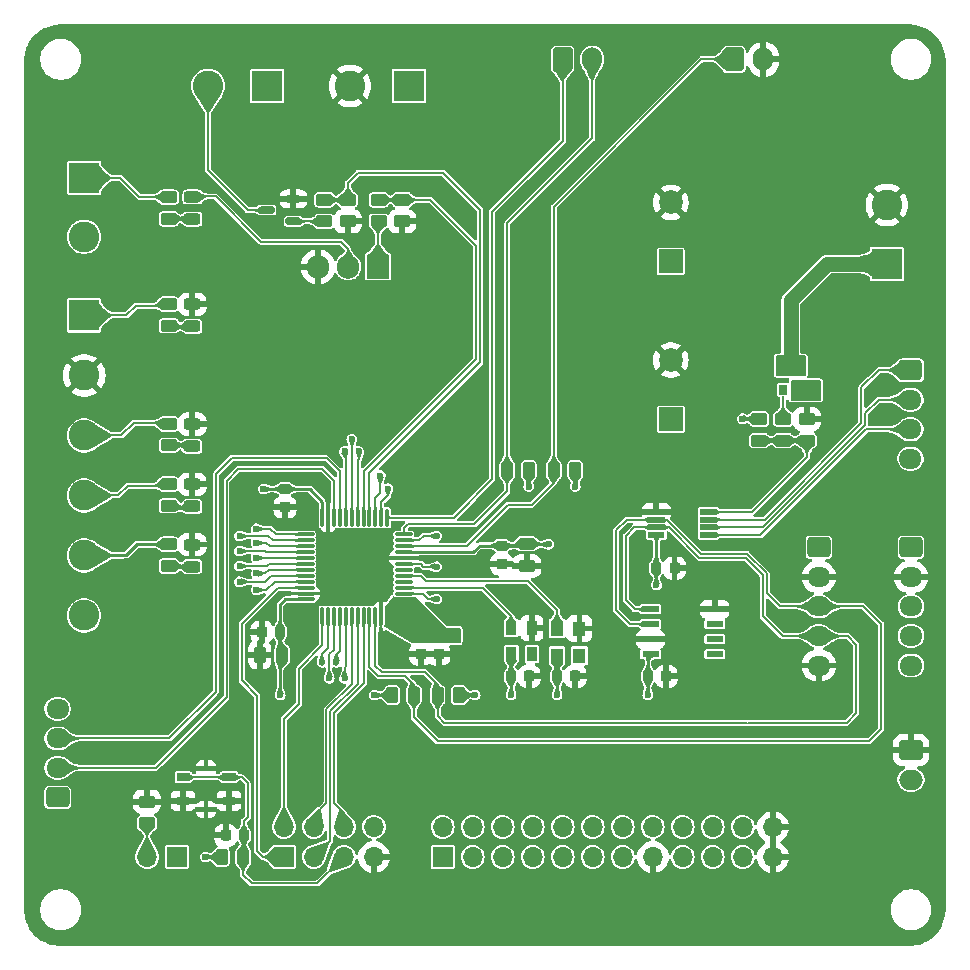
<source format=gbr>
%TF.GenerationSoftware,KiCad,Pcbnew,8.0.1*%
%TF.CreationDate,2024-04-04T08:15:03-04:00*%
%TF.ProjectId,ambiens-sc1,616d6269-656e-4732-9d73-63312e6b6963,rev?*%
%TF.SameCoordinates,Original*%
%TF.FileFunction,Copper,L1,Top*%
%TF.FilePolarity,Positive*%
%FSLAX46Y46*%
G04 Gerber Fmt 4.6, Leading zero omitted, Abs format (unit mm)*
G04 Created by KiCad (PCBNEW 8.0.1) date 2024-04-04 08:15:03*
%MOMM*%
%LPD*%
G01*
G04 APERTURE LIST*
G04 Aperture macros list*
%AMRoundRect*
0 Rectangle with rounded corners*
0 $1 Rounding radius*
0 $2 $3 $4 $5 $6 $7 $8 $9 X,Y pos of 4 corners*
0 Add a 4 corners polygon primitive as box body*
4,1,4,$2,$3,$4,$5,$6,$7,$8,$9,$2,$3,0*
0 Add four circle primitives for the rounded corners*
1,1,$1+$1,$2,$3*
1,1,$1+$1,$4,$5*
1,1,$1+$1,$6,$7*
1,1,$1+$1,$8,$9*
0 Add four rect primitives between the rounded corners*
20,1,$1+$1,$2,$3,$4,$5,0*
20,1,$1+$1,$4,$5,$6,$7,0*
20,1,$1+$1,$6,$7,$8,$9,0*
20,1,$1+$1,$8,$9,$2,$3,0*%
G04 Aperture macros list end*
%TA.AperFunction,SMDPad,CuDef*%
%ADD10RoundRect,0.250000X0.262500X0.450000X-0.262500X0.450000X-0.262500X-0.450000X0.262500X-0.450000X0*%
%TD*%
%TA.AperFunction,SMDPad,CuDef*%
%ADD11RoundRect,0.250000X-0.262500X-0.450000X0.262500X-0.450000X0.262500X0.450000X-0.262500X0.450000X0*%
%TD*%
%TA.AperFunction,SMDPad,CuDef*%
%ADD12RoundRect,0.243750X-0.456250X0.243750X-0.456250X-0.243750X0.456250X-0.243750X0.456250X0.243750X0*%
%TD*%
%TA.AperFunction,ComponentPad*%
%ADD13R,2.600000X2.600000*%
%TD*%
%TA.AperFunction,ComponentPad*%
%ADD14C,2.600000*%
%TD*%
%TA.AperFunction,SMDPad,CuDef*%
%ADD15R,1.411198X0.507200*%
%TD*%
%TA.AperFunction,SMDPad,CuDef*%
%ADD16R,1.100000X0.700000*%
%TD*%
%TA.AperFunction,SMDPad,CuDef*%
%ADD17R,0.700000X0.400000*%
%TD*%
%TA.AperFunction,SMDPad,CuDef*%
%ADD18RoundRect,0.225000X0.225000X0.250000X-0.225000X0.250000X-0.225000X-0.250000X0.225000X-0.250000X0*%
%TD*%
%TA.AperFunction,SMDPad,CuDef*%
%ADD19RoundRect,0.250000X-0.450000X0.262500X-0.450000X-0.262500X0.450000X-0.262500X0.450000X0.262500X0*%
%TD*%
%TA.AperFunction,ComponentPad*%
%ADD20R,2.000000X2.000000*%
%TD*%
%TA.AperFunction,ComponentPad*%
%ADD21C,2.000000*%
%TD*%
%TA.AperFunction,ComponentPad*%
%ADD22R,1.905000X2.000000*%
%TD*%
%TA.AperFunction,ComponentPad*%
%ADD23O,1.905000X2.000000*%
%TD*%
%TA.AperFunction,ComponentPad*%
%ADD24RoundRect,0.250000X-0.725000X0.600000X-0.725000X-0.600000X0.725000X-0.600000X0.725000X0.600000X0*%
%TD*%
%TA.AperFunction,ComponentPad*%
%ADD25O,1.950000X1.700000*%
%TD*%
%TA.AperFunction,SMDPad,CuDef*%
%ADD26RoundRect,0.150000X0.512500X0.150000X-0.512500X0.150000X-0.512500X-0.150000X0.512500X-0.150000X0*%
%TD*%
%TA.AperFunction,ComponentPad*%
%ADD27R,1.700000X1.700000*%
%TD*%
%TA.AperFunction,ComponentPad*%
%ADD28O,1.700000X1.700000*%
%TD*%
%TA.AperFunction,SMDPad,CuDef*%
%ADD29RoundRect,0.225000X-0.250000X0.225000X-0.250000X-0.225000X0.250000X-0.225000X0.250000X0.225000X0*%
%TD*%
%TA.AperFunction,SMDPad,CuDef*%
%ADD30RoundRect,0.225000X-0.225000X-0.250000X0.225000X-0.250000X0.225000X0.250000X-0.225000X0.250000X0*%
%TD*%
%TA.AperFunction,ComponentPad*%
%ADD31RoundRect,0.250000X-0.600000X-0.750000X0.600000X-0.750000X0.600000X0.750000X-0.600000X0.750000X0*%
%TD*%
%TA.AperFunction,ComponentPad*%
%ADD32O,1.700000X2.000000*%
%TD*%
%TA.AperFunction,SMDPad,CuDef*%
%ADD33RoundRect,0.250000X0.450000X-0.262500X0.450000X0.262500X-0.450000X0.262500X-0.450000X-0.262500X0*%
%TD*%
%TA.AperFunction,SMDPad,CuDef*%
%ADD34R,0.950000X1.200000*%
%TD*%
%TA.AperFunction,ComponentPad*%
%ADD35RoundRect,0.250000X0.725000X-0.600000X0.725000X0.600000X-0.725000X0.600000X-0.725000X-0.600000X0*%
%TD*%
%TA.AperFunction,SMDPad,CuDef*%
%ADD36RoundRect,0.250000X-0.475000X0.250000X-0.475000X-0.250000X0.475000X-0.250000X0.475000X0.250000X0*%
%TD*%
%TA.AperFunction,SMDPad,CuDef*%
%ADD37R,1.100000X1.300000*%
%TD*%
%TA.AperFunction,SMDPad,CuDef*%
%ADD38R,1.454899X0.532600*%
%TD*%
%TA.AperFunction,SMDPad,CuDef*%
%ADD39RoundRect,0.075000X0.662500X0.075000X-0.662500X0.075000X-0.662500X-0.075000X0.662500X-0.075000X0*%
%TD*%
%TA.AperFunction,SMDPad,CuDef*%
%ADD40RoundRect,0.075000X0.075000X0.662500X-0.075000X0.662500X-0.075000X-0.662500X0.075000X-0.662500X0*%
%TD*%
%TA.AperFunction,SMDPad,CuDef*%
%ADD41RoundRect,0.250000X0.250000X0.475000X-0.250000X0.475000X-0.250000X-0.475000X0.250000X-0.475000X0*%
%TD*%
%TA.AperFunction,SMDPad,CuDef*%
%ADD42R,0.700000X0.900000*%
%TD*%
%TA.AperFunction,ComponentPad*%
%ADD43RoundRect,0.250000X-0.750000X0.600000X-0.750000X-0.600000X0.750000X-0.600000X0.750000X0.600000X0*%
%TD*%
%TA.AperFunction,ComponentPad*%
%ADD44O,2.000000X1.700000*%
%TD*%
%TA.AperFunction,ViaPad*%
%ADD45C,0.600000*%
%TD*%
%TA.AperFunction,Conductor*%
%ADD46C,0.200000*%
%TD*%
%TA.AperFunction,Conductor*%
%ADD47C,0.250000*%
%TD*%
%TA.AperFunction,Conductor*%
%ADD48C,1.270000*%
%TD*%
G04 APERTURE END LIST*
D10*
%TO.P,R16,1*%
%TO.N,+3.3V*%
X162244200Y-101825396D03*
%TO.P,R16,2*%
%TO.N,/SDA_BUS*%
X160419200Y-101825396D03*
%TD*%
D11*
%TO.P,R15,1*%
%TO.N,+3.3V*%
X156595239Y-101825000D03*
%TO.P,R15,2*%
%TO.N,/SCL_BUS*%
X158420239Y-101825000D03*
%TD*%
D12*
%TO.P,D3,1,K*%
%TO.N,GND*%
X139660000Y-78882498D03*
%TO.P,D3,2,A*%
%TO.N,Net-(D3-A)*%
X139660000Y-80757500D03*
%TD*%
D13*
%TO.P,J4,1,Pin_1*%
%TO.N,+12V*%
X158000000Y-50250000D03*
D14*
%TO.P,J4,2,Pin_2*%
%TO.N,GND*%
X153000000Y-50250000D03*
%TD*%
D13*
%TO.P,J7,1,Pin_1*%
%TO.N,+12V*%
X130500000Y-69680000D03*
D14*
%TO.P,J7,2,Pin_2*%
%TO.N,GND*%
X130500000Y-74759999D03*
%TO.P,J7,3,Pin_3*%
%TO.N,+5V*%
X130500000Y-79840000D03*
%TO.P,J7,4,Pin_4*%
%TO.N,+5VSB*%
X130500000Y-84920000D03*
%TO.P,J7,5,Pin_5*%
%TO.N,+3.3V*%
X130500000Y-90000000D03*
%TO.P,J7,6,Pin_6*%
%TO.N,/PS_ON*%
X130500000Y-95080000D03*
%TD*%
D15*
%TO.P,U1,1,LED0*%
%TO.N,/leds/R*%
X183339200Y-88274998D03*
%TO.P,U1,2,LED1*%
%TO.N,/leds/G*%
X183339200Y-87625000D03*
%TO.P,U1,3,LED2*%
%TO.N,/leds/B*%
X183339200Y-86974998D03*
%TO.P,U1,4,LED3*%
%TO.N,/leds/LED STRIP*%
X183339200Y-86325000D03*
%TO.P,U1,5,VSS*%
%TO.N,GND*%
X178945000Y-86325000D03*
%TO.P,U1,6,SCL*%
%TO.N,/SCL_BUS*%
X178945000Y-86974998D03*
%TO.P,U1,7,SDA*%
%TO.N,/SDA_BUS*%
X178945000Y-87625000D03*
%TO.P,U1,8,VDD*%
%TO.N,+5VSB*%
X178945000Y-88274998D03*
%TD*%
D10*
%TO.P,R11,1*%
%TO.N,+3.3V*%
X168142500Y-82775000D03*
%TO.P,R11,2*%
%TO.N,/AQ_FAN_TACH*%
X166317500Y-82775000D03*
%TD*%
D16*
%TO.P,SW1,1*%
%TO.N,/STM32/STM32_NRST*%
X138860000Y-108770000D03*
%TO.P,SW1,2*%
X142760000Y-108770000D03*
%TO.P,SW1,3*%
%TO.N,GND*%
X138860000Y-110770000D03*
%TO.P,SW1,4*%
X142760000Y-110770000D03*
D17*
%TO.P,SW1,5*%
X140810000Y-108015001D03*
X140810000Y-111524999D03*
%TD*%
D18*
%TO.P,C14,2*%
%TO.N,GND*%
X142475000Y-113710000D03*
%TO.P,C14,1*%
%TO.N,/STM32/STM32_NRST*%
X144025000Y-113710000D03*
%TD*%
D19*
%TO.P,R7,1*%
%TO.N,+5VSB*%
X187650002Y-78450000D03*
%TO.P,R7,2*%
%TO.N,/leds/LED STRIP*%
X187650002Y-80275000D03*
%TD*%
%TO.P,R1,1*%
%TO.N,Net-(D1-K)*%
X137650001Y-59677500D03*
%TO.P,R1,2*%
%TO.N,Net-(D1-A)*%
X137650001Y-61502500D03*
%TD*%
D20*
%TO.P,C1,1*%
%TO.N,+5V*%
X180175000Y-65117678D03*
D21*
%TO.P,C1,2*%
%TO.N,GND*%
X180175000Y-60117678D03*
%TD*%
D19*
%TO.P,R5,1*%
%TO.N,/HEATER_CTRL*%
X157430001Y-59897500D03*
%TO.P,R5,2*%
%TO.N,GND*%
X157430001Y-61722500D03*
%TD*%
D22*
%TO.P,Q2,1,G*%
%TO.N,Net-(Q2-G)*%
X155369999Y-65570000D03*
D23*
%TO.P,Q2,2,D*%
%TO.N,Net-(D1-K)*%
X152829999Y-65570000D03*
%TO.P,Q2,3,S*%
%TO.N,GND*%
X150290000Y-65570000D03*
%TD*%
D24*
%TO.P,J8,1,Pin_1*%
%TO.N,/leds/B*%
X200457322Y-74325000D03*
D25*
%TO.P,J8,2,Pin_2*%
%TO.N,/leds/G*%
X200457322Y-76825000D03*
%TO.P,J8,3,Pin_3*%
%TO.N,/leds/R*%
X200457322Y-79325000D03*
%TO.P,J8,4,Pin_4*%
%TO.N,+5VSB*%
X200457322Y-81825000D03*
%TD*%
D12*
%TO.P,D1,1,K*%
%TO.N,Net-(D1-K)*%
X139660000Y-59652499D03*
%TO.P,D1,2,A*%
%TO.N,Net-(D1-A)*%
X139660000Y-61527501D03*
%TD*%
D26*
%TO.P,Q1,1,G*%
%TO.N,Net-(Q1-G)*%
X148211298Y-61722499D03*
%TO.P,Q1,2,S*%
%TO.N,GND*%
X148211298Y-59822501D03*
%TO.P,Q1,3,D*%
%TO.N,Net-(J3-Pin_2)*%
X145936298Y-60772500D03*
%TD*%
D27*
%TO.P,J14,1,Pin_1*%
%TO.N,/STM32/PROG_SWD*%
X147410000Y-115532934D03*
D28*
%TO.P,J14,2,Pin_2*%
%TO.N,/STM32/PROG_SCLK*%
X147410000Y-112992934D03*
%TO.P,J14,3,Pin_3*%
%TO.N,/STM32/STM32_PB7*%
X149950000Y-115532934D03*
%TO.P,J14,4,Pin_4*%
%TO.N,/STM32/STM32_PB6*%
X149950000Y-112992934D03*
%TO.P,J14,5,Pin_5*%
%TO.N,/STM32/STM32_NRST*%
X152489999Y-115532934D03*
%TO.P,J14,6,Pin_6*%
%TO.N,/STM32/STM32_BOOT0*%
X152490000Y-112992934D03*
%TO.P,J14,7,Pin_7*%
%TO.N,GND*%
X155030000Y-115532934D03*
%TO.P,J14,8,Pin_8*%
%TO.N,+3.3V*%
X155030000Y-112992934D03*
%TD*%
D19*
%TO.P,R10,1*%
%TO.N,+5V*%
X137650001Y-78867500D03*
%TO.P,R10,2*%
%TO.N,Net-(D3-A)*%
X137650001Y-80692500D03*
%TD*%
D29*
%TO.P,C8,1*%
%TO.N,+3.3V*%
X159005000Y-96833545D03*
%TO.P,C8,2*%
%TO.N,GND*%
X159005000Y-98383545D03*
%TD*%
D30*
%TO.P,C12,1*%
%TO.N,+3.3V*%
X170535301Y-100237500D03*
%TO.P,C12,2*%
%TO.N,GND*%
X172085301Y-100237500D03*
%TD*%
%TO.P,C6,1*%
%TO.N,+5VSB*%
X178930000Y-91070000D03*
%TO.P,C6,2*%
%TO.N,GND*%
X180480000Y-91070000D03*
%TD*%
D29*
%TO.P,C4,1*%
%TO.N,+3.3V*%
X165850000Y-89183545D03*
%TO.P,C4,2*%
%TO.N,GND*%
X165850000Y-90733545D03*
%TD*%
D31*
%TO.P,J1,1,Pin_1*%
%TO.N,/AQ_FAN_CTRL*%
X171000000Y-48000000D03*
D32*
%TO.P,J1,2,Pin_2*%
%TO.N,/AQ_FAN_TACH*%
X173500000Y-48000000D03*
%TD*%
D33*
%TO.P,R2,1*%
%TO.N,Net-(Q1-G)*%
X150830000Y-61722500D03*
%TO.P,R2,2*%
%TO.N,/HEATER_FAN_CTRL*%
X150830000Y-59897500D03*
%TD*%
D34*
%TO.P,U4,1,e/d*%
%TO.N,unconnected-(U4-e{slash}d-Pad1)*%
X168410698Y-98344843D03*
%TO.P,U4,2,GND*%
%TO.N,GND*%
X168410698Y-96144843D03*
%TO.P,U4,3,Output*%
%TO.N,/STM32/STM32_PC14*%
X166660698Y-96144843D03*
%TO.P,U4,4,VCC*%
%TO.N,+3.3V*%
X166660698Y-98344843D03*
%TD*%
D10*
%TO.P,R12,1*%
%TO.N,+3.3V*%
X172075000Y-82775000D03*
%TO.P,R12,2*%
%TO.N,/HEATER_TEMP*%
X170250000Y-82775000D03*
%TD*%
D12*
%TO.P,D4,1,K*%
%TO.N,GND*%
X139660000Y-83972501D03*
%TO.P,D4,2,A*%
%TO.N,Net-(D4-A)*%
X139660000Y-85847503D03*
%TD*%
D19*
%TO.P,R3,1*%
%TO.N,/HEATER_FAN_CTRL*%
X152829998Y-59897500D03*
%TO.P,R3,2*%
%TO.N,GND*%
X152829998Y-61722500D03*
%TD*%
D35*
%TO.P,J12,1,Pin_1*%
%TO.N,/PWR_BTN*%
X128250000Y-110500000D03*
D25*
%TO.P,J12,2,Pin_2*%
%TO.N,/SDA_CTRL*%
X128250000Y-108000000D03*
%TO.P,J12,3,Pin_3*%
%TO.N,/SCL_CTRL*%
X128250000Y-105500000D03*
%TO.P,J12,4,Pin_4*%
%TO.N,/PS_ON_CTRL*%
X128250000Y-103000000D03*
%TD*%
D27*
%TO.P,J13,1,Pin_1*%
%TO.N,+3.3V*%
X138365000Y-115532934D03*
D28*
%TO.P,J13,2,Pin_2*%
%TO.N,/STM32/STM32_BOOT1*%
X135825000Y-115532934D03*
%TD*%
D27*
%TO.P,J15,1,Pin_1*%
%TO.N,+3.3V*%
X160860000Y-115532934D03*
D28*
%TO.P,J15,2,Pin_2*%
X160860000Y-112992934D03*
%TO.P,J15,3,Pin_3*%
%TO.N,/STM32/STM32_PB13*%
X163400000Y-115532934D03*
%TO.P,J15,4,Pin_4*%
%TO.N,/STM32/STM32_PB12*%
X163400000Y-112992934D03*
%TO.P,J15,5,Pin_5*%
%TO.N,/STM32/STM32_PB15*%
X165940000Y-115532934D03*
%TO.P,J15,6,Pin_6*%
%TO.N,/STM32/STM32_PB14*%
X165940000Y-112992934D03*
%TO.P,J15,7,Pin_7*%
%TO.N,/STM32/STM32_PA9*%
X168480000Y-115532934D03*
%TO.P,J15,8,Pin_8*%
%TO.N,/STM32/STM32_PA8*%
X168480000Y-112992934D03*
%TO.P,J15,9,Pin_9*%
%TO.N,/STM32/STM32_PA11*%
X171020000Y-115532934D03*
%TO.P,J15,10,Pin_10*%
%TO.N,/STM32/STM32_PA10*%
X171020000Y-112992934D03*
%TO.P,J15,11,Pin_11*%
%TO.N,/STM32/STM32_PA15*%
X173560000Y-115532934D03*
%TO.P,J15,12,Pin_12*%
%TO.N,/STM32/STM32_PA12*%
X173560000Y-112992934D03*
%TO.P,J15,13,Pin_13*%
%TO.N,/STM32/STM32_PB4*%
X176100000Y-115532934D03*
%TO.P,J15,14,Pin_14*%
%TO.N,/STM32/STM32_PB3*%
X176100000Y-112992934D03*
%TO.P,J15,15,Pin_15*%
%TO.N,GND*%
X178640000Y-115532934D03*
%TO.P,J15,16,Pin_16*%
%TO.N,/STM32/STM32_PB5*%
X178640000Y-112992934D03*
%TO.P,J15,17,Pin_17*%
%TO.N,/STM32/STM32_PC13*%
X181180000Y-115532934D03*
%TO.P,J15,18,Pin_18*%
%TO.N,/STM32/STM32_PA1*%
X181180000Y-112992934D03*
%TO.P,J15,19,Pin_19*%
%TO.N,/STM32/STM32_PA4*%
X183720000Y-115532934D03*
%TO.P,J15,20,Pin_20*%
%TO.N,/STM32/STM32_PA5*%
X183720000Y-112992934D03*
%TO.P,J15,21,Pin_21*%
%TO.N,/STM32/STM32_PB0*%
X186260000Y-115532934D03*
%TO.P,J15,22,Pin_22*%
%TO.N,/STM32/STM32_PB1*%
X186260000Y-112992934D03*
%TO.P,J15,23,Pin_23*%
%TO.N,GND*%
X188800000Y-115532934D03*
%TO.P,J15,24,Pin_24*%
X188800000Y-112992934D03*
%TD*%
D33*
%TO.P,R9,1*%
%TO.N,/leds/LED STRIP*%
X191700000Y-80275000D03*
%TO.P,R9,2*%
%TO.N,GND*%
X191700000Y-78450000D03*
%TD*%
D20*
%TO.P,C2,1*%
%TO.N,+5VSB*%
X180175000Y-78475000D03*
D21*
%TO.P,C2,2*%
%TO.N,GND*%
X180175000Y-73475000D03*
%TD*%
D36*
%TO.P,C5,1*%
%TO.N,+3.3V*%
X167980002Y-89008546D03*
%TO.P,C5,2*%
%TO.N,GND*%
X167980002Y-90908546D03*
%TD*%
D13*
%TO.P,J5,1,Pin_1*%
%TO.N,Net-(D1-K)*%
X130500000Y-58030000D03*
D14*
%TO.P,J5,2,Pin_2*%
%TO.N,+12V*%
X130500000Y-63030000D03*
%TD*%
D29*
%TO.P,C9,1*%
%TO.N,+3.3V*%
X160525000Y-96833545D03*
%TO.P,C9,2*%
%TO.N,GND*%
X160525000Y-98383545D03*
%TD*%
D19*
%TO.P,R6,1*%
%TO.N,+12V*%
X137650000Y-68717501D03*
%TO.P,R6,2*%
%TO.N,Net-(D2-A)*%
X137650000Y-70542501D03*
%TD*%
%TO.P,R14,1*%
%TO.N,+3.3V*%
X137650001Y-89064999D03*
%TO.P,R14,2*%
%TO.N,Net-(D5-A)*%
X137650001Y-90889999D03*
%TD*%
D30*
%TO.P,C13,1*%
%TO.N,+3.3V*%
X178238984Y-100237500D03*
%TO.P,C13,2*%
%TO.N,GND*%
X179788984Y-100237500D03*
%TD*%
D13*
%TO.P,J6,1,Pin_1*%
%TO.N,/leds/5V_LED_STRIP*%
X198457322Y-65325000D03*
D14*
%TO.P,J6,2,Pin_2*%
%TO.N,GND*%
X198457322Y-60325000D03*
%TD*%
D24*
%TO.P,J9,1,Pin_1*%
%TO.N,+3.3V*%
X192700000Y-89325000D03*
D25*
%TO.P,J9,2,Pin_2*%
%TO.N,GND*%
X192700000Y-91825000D03*
%TO.P,J9,3,Pin_3*%
%TO.N,/SCL_BUS*%
X192700000Y-94325000D03*
%TO.P,J9,4,Pin_4*%
%TO.N,/SDA_BUS*%
X192700000Y-96825000D03*
%TO.P,J9,5,Pin_5*%
%TO.N,GND*%
X192700000Y-99325000D03*
%TD*%
D37*
%TO.P,U5,1,e/d*%
%TO.N,unconnected-(U5-e{slash}d-Pad1)*%
X172430696Y-98494844D03*
%TO.P,U5,2,GND*%
%TO.N,GND*%
X172430696Y-96194844D03*
%TO.P,U5,3,Output*%
%TO.N,/STM32/STM32_PD0*%
X170530696Y-96194844D03*
%TO.P,U5,4,VCC*%
%TO.N,+3.3V*%
X170530696Y-98494844D03*
%TD*%
D11*
%TO.P,R18,2*%
%TO.N,/STM32/STM32_NRST*%
X143970000Y-115530000D03*
%TO.P,R18,1*%
%TO.N,+3.3V*%
X142145000Y-115530000D03*
%TD*%
D38*
%TO.P,U3,1,NC*%
%TO.N,unconnected-(U3-NC-Pad1)*%
X183895000Y-98375000D03*
%TO.P,U3,2,NC*%
%TO.N,unconnected-(U3-NC-Pad2)*%
X183895000Y-97105000D03*
%TO.P,U3,3,NC*%
%TO.N,unconnected-(U3-NC-Pad3)*%
X183895000Y-95835000D03*
%TO.P,U3,4,VSS*%
%TO.N,GND*%
X183895000Y-94565000D03*
%TO.P,U3,5,SDA*%
%TO.N,/SDA_BUS*%
X178452304Y-94565000D03*
%TO.P,U3,6,SCL*%
%TO.N,/SCL_BUS*%
X178452304Y-95835000D03*
%TO.P,U3,7,\u002AWC*%
%TO.N,GND*%
X178452304Y-97105000D03*
%TO.P,U3,8,VCC*%
%TO.N,+3.3V*%
X178452304Y-98375000D03*
%TD*%
D30*
%TO.P,C11,1*%
%TO.N,+3.3V*%
X166641497Y-100237500D03*
%TO.P,C11,2*%
%TO.N,GND*%
X168191497Y-100237500D03*
%TD*%
D18*
%TO.P,C7,1*%
%TO.N,+3.3V*%
X147075000Y-96480000D03*
%TO.P,C7,2*%
%TO.N,GND*%
X145525000Y-96480000D03*
%TD*%
D19*
%TO.P,R17,1*%
%TO.N,GND*%
X135800000Y-110845000D03*
%TO.P,R17,2*%
%TO.N,/STM32/STM32_BOOT1*%
X135800000Y-112670000D03*
%TD*%
%TO.P,R13,1*%
%TO.N,+5VSB*%
X137650001Y-83957500D03*
%TO.P,R13,2*%
%TO.N,Net-(D4-A)*%
X137650001Y-85782500D03*
%TD*%
D13*
%TO.P,J3,1,Pin_1*%
%TO.N,+12V*%
X146000000Y-50250000D03*
D14*
%TO.P,J3,2,Pin_2*%
%TO.N,Net-(J3-Pin_2)*%
X141000000Y-50250000D03*
%TD*%
D39*
%TO.P,U2,1,VBAT*%
%TO.N,+3.3V*%
X157562372Y-93728672D03*
%TO.P,U2,2,PC13*%
%TO.N,/STM32/STM32_PC13*%
X157562372Y-93228672D03*
%TO.P,U2,3,PC14*%
%TO.N,/STM32/STM32_PC14*%
X157562372Y-92728672D03*
%TO.P,U2,4,PC15*%
%TO.N,unconnected-(U2-PC15-Pad4)*%
X157562372Y-92228671D03*
%TO.P,U2,5,PD0*%
%TO.N,/STM32/STM32_PD0*%
X157562372Y-91728672D03*
%TO.P,U2,6,PD1*%
%TO.N,unconnected-(U2-PD1-Pad6)*%
X157562372Y-91228672D03*
%TO.P,U2,7,NRST*%
%TO.N,/STM32/STM32_NRST*%
X157562372Y-90728672D03*
%TO.P,U2,8,VSSA*%
%TO.N,GND*%
X157562372Y-90228672D03*
%TO.P,U2,9,VDDA*%
%TO.N,+3.3V*%
X157562372Y-89728673D03*
%TO.P,U2,10,PA0*%
%TO.N,/HEATER_TEMP*%
X157562372Y-89228672D03*
%TO.P,U2,11,PA1*%
%TO.N,/STM32/STM32_PA1*%
X157562372Y-88728672D03*
%TO.P,U2,12,PA2*%
%TO.N,/AQ_FAN_TACH*%
X157562372Y-88228672D03*
D40*
%TO.P,U2,13,PA3*%
%TO.N,/AQ_FAN_CTRL*%
X156149872Y-86816172D03*
%TO.P,U2,14,PA4*%
%TO.N,/STM32/STM32_PA4*%
X155649872Y-86816172D03*
%TO.P,U2,15,PA5*%
%TO.N,/STM32/STM32_PA5*%
X155149872Y-86816172D03*
%TO.P,U2,16,PA6*%
%TO.N,/HEATER_FAN_CTRL*%
X154649871Y-86816172D03*
%TO.P,U2,17,PA7*%
%TO.N,/HEATER_CTRL*%
X154149872Y-86816172D03*
%TO.P,U2,18,PB0*%
%TO.N,/STM32/STM32_PB0*%
X153649872Y-86816172D03*
%TO.P,U2,19,PB1*%
%TO.N,/STM32/STM32_PB1*%
X153149872Y-86816172D03*
%TO.P,U2,20,PB2*%
%TO.N,/STM32/STM32_BOOT1*%
X152649872Y-86816172D03*
%TO.P,U2,21,PB10*%
%TO.N,/SCL_CTRL*%
X152149873Y-86816172D03*
%TO.P,U2,22,PB11*%
%TO.N,/SDA_CTRL*%
X151649872Y-86816172D03*
%TO.P,U2,23,VSS*%
%TO.N,GND*%
X151149872Y-86816172D03*
%TO.P,U2,24,VDD*%
%TO.N,+3.3V*%
X150649872Y-86816172D03*
D39*
%TO.P,U2,25,PB12*%
%TO.N,/STM32/STM32_PB12*%
X149237372Y-88228672D03*
%TO.P,U2,26,PB13*%
%TO.N,/STM32/STM32_PB13*%
X149237372Y-88728672D03*
%TO.P,U2,27,PB14*%
%TO.N,/STM32/STM32_PB14*%
X149237372Y-89228672D03*
%TO.P,U2,28,PB15*%
%TO.N,/STM32/STM32_PB15*%
X149237372Y-89728673D03*
%TO.P,U2,29,PA8*%
%TO.N,/STM32/STM32_PA8*%
X149237372Y-90228672D03*
%TO.P,U2,30,PA9*%
%TO.N,/STM32/STM32_PA9*%
X149237372Y-90728672D03*
%TO.P,U2,31,PA10*%
%TO.N,/STM32/STM32_PA10*%
X149237372Y-91228672D03*
%TO.P,U2,32,PA11*%
%TO.N,/STM32/STM32_PA11*%
X149237372Y-91728672D03*
%TO.P,U2,33,PA12*%
%TO.N,/STM32/STM32_PA12*%
X149237372Y-92228671D03*
%TO.P,U2,34,PA13*%
%TO.N,/STM32/PROG_SWD*%
X149237372Y-92728672D03*
%TO.P,U2,35,VSS*%
%TO.N,GND*%
X149237372Y-93228672D03*
%TO.P,U2,36,VDD*%
%TO.N,+3.3V*%
X149237372Y-93728672D03*
D40*
%TO.P,U2,37,PA14*%
%TO.N,/STM32/PROG_SCLK*%
X150649872Y-95141172D03*
%TO.P,U2,38,PA15*%
%TO.N,/STM32/STM32_PA15*%
X151149872Y-95141172D03*
%TO.P,U2,39,PB3*%
%TO.N,/STM32/STM32_PB3*%
X151649872Y-95141172D03*
%TO.P,U2,40,PB4*%
%TO.N,/STM32/STM32_PB4*%
X152149873Y-95141172D03*
%TO.P,U2,41,PB5*%
%TO.N,/STM32/STM32_PB5*%
X152649872Y-95141172D03*
%TO.P,U2,42,PB6*%
%TO.N,/STM32/STM32_PB6*%
X153149872Y-95141172D03*
%TO.P,U2,43,PB7*%
%TO.N,/STM32/STM32_PB7*%
X153649872Y-95141172D03*
%TO.P,U2,44,BOOT0*%
%TO.N,/STM32/STM32_BOOT0*%
X154149872Y-95141172D03*
%TO.P,U2,45,PB8*%
%TO.N,/SCL_BUS*%
X154649871Y-95141172D03*
%TO.P,U2,46,PB9*%
%TO.N,/SDA_BUS*%
X155149872Y-95141172D03*
%TO.P,U2,47,VSS*%
%TO.N,GND*%
X155649872Y-95141172D03*
%TO.P,U2,48,VDD*%
%TO.N,+3.3V*%
X156149872Y-95141172D03*
%TD*%
D24*
%TO.P,J10,1,Pin_1*%
%TO.N,+3.3V*%
X200500001Y-89325000D03*
D25*
%TO.P,J10,2,Pin_2*%
%TO.N,GND*%
X200500001Y-91825000D03*
%TO.P,J10,3,Pin_3*%
%TO.N,/SCL_BUS*%
X200500001Y-94325000D03*
%TO.P,J10,4,Pin_4*%
%TO.N,/SDA_BUS*%
X200500001Y-96825000D03*
%TO.P,J10,5,Pin_5*%
%TO.N,unconnected-(J10-Pin_5-Pad5)*%
X200500001Y-99325000D03*
%TD*%
D41*
%TO.P,C10,1*%
%TO.N,+3.3V*%
X147249999Y-98433542D03*
%TO.P,C10,2*%
%TO.N,GND*%
X145349999Y-98433542D03*
%TD*%
D42*
%TO.P,Q3,1,G*%
%TO.N,Net-(Q3-G)*%
X189675001Y-76000001D03*
%TO.P,Q3,2,S*%
%TO.N,+5V*%
X190975001Y-76000001D03*
%TO.P,Q3,3,D*%
%TO.N,/leds/5V_LED_STRIP*%
X190325001Y-74100001D03*
%TD*%
D31*
%TO.P,J2,1,Pin_1*%
%TO.N,/HEATER_TEMP*%
X185500000Y-48000000D03*
D32*
%TO.P,J2,2,Pin_2*%
%TO.N,GND*%
X188000000Y-48000000D03*
%TD*%
D43*
%TO.P,J11,1,Pin_1*%
%TO.N,GND*%
X200500000Y-106500000D03*
D44*
%TO.P,J11,2,Pin_2*%
%TO.N,/PWR_BTN*%
X200500000Y-109000000D03*
%TD*%
D33*
%TO.P,R4,1*%
%TO.N,Net-(Q2-G)*%
X155430000Y-61722500D03*
%TO.P,R4,2*%
%TO.N,/HEATER_CTRL*%
X155430000Y-59897500D03*
%TD*%
D29*
%TO.P,C3,1*%
%TO.N,+3.3V*%
X147500000Y-84375000D03*
%TO.P,C3,2*%
%TO.N,GND*%
X147500000Y-85925000D03*
%TD*%
D33*
%TO.P,R8,1*%
%TO.N,/leds/LED STRIP*%
X189675001Y-80275000D03*
%TO.P,R8,2*%
%TO.N,Net-(Q3-G)*%
X189675001Y-78450000D03*
%TD*%
D12*
%TO.P,D5,1,K*%
%TO.N,GND*%
X139660000Y-89080000D03*
%TO.P,D5,2,A*%
%TO.N,Net-(D5-A)*%
X139660000Y-90955002D03*
%TD*%
%TO.P,D2,1,K*%
%TO.N,GND*%
X139659999Y-68732499D03*
%TO.P,D2,2,A*%
%TO.N,Net-(D2-A)*%
X139659999Y-70607501D03*
%TD*%
D45*
%TO.N,+3.3V*%
X140760000Y-115532934D03*
%TO.N,+5VSB*%
X186225000Y-78425000D03*
X178950000Y-92520000D03*
%TO.N,GND*%
X187880000Y-104940000D03*
X160110000Y-72110000D03*
X126500000Y-68800000D03*
X187300000Y-46000000D03*
X134100000Y-46000000D03*
X202500000Y-68800000D03*
X194900000Y-46000000D03*
X156900000Y-46000000D03*
X126500000Y-106800000D03*
X202500000Y-99200000D03*
X172100000Y-46000000D03*
X202500000Y-91600000D03*
X126500000Y-76400000D03*
X153610000Y-72110000D03*
X126500000Y-91600000D03*
X141700000Y-122000000D03*
X149300000Y-122000000D03*
X134100000Y-122000000D03*
X126500000Y-61200000D03*
X179700000Y-46000000D03*
X202500000Y-53600000D03*
X126500000Y-53600000D03*
X172100000Y-122000000D03*
X149300000Y-46000000D03*
X160110000Y-58820000D03*
X166650000Y-104940000D03*
X202500000Y-61200000D03*
X126500000Y-114400000D03*
X202500000Y-76400000D03*
X202500000Y-106800000D03*
X164500000Y-46000000D03*
X160110000Y-65610000D03*
X160110000Y-52610000D03*
X126500000Y-84000000D03*
X164500000Y-122000000D03*
X202500000Y-84000000D03*
X202500000Y-114400000D03*
X126500000Y-99200000D03*
X194900000Y-122000000D03*
X140610000Y-72110000D03*
X179700000Y-122000000D03*
X187300000Y-122000000D03*
X156900000Y-122000000D03*
X134110000Y-72110000D03*
X147110000Y-72110000D03*
X141700000Y-46000000D03*
%TO.N,+3.3V*%
X155064439Y-101825000D03*
X161745000Y-96843545D03*
X163600000Y-101825000D03*
X145675000Y-84375000D03*
X168142500Y-84175000D03*
X172075000Y-84175000D03*
X178220000Y-101825000D03*
X147100000Y-101825000D03*
X169820000Y-89070000D03*
X166641496Y-101825000D03*
X170535698Y-101825000D03*
%TO.N,+5V*%
X192075001Y-75650000D03*
X192075001Y-76475000D03*
%TO.N,/STM32/STM32_NRST*%
X160350000Y-90950000D03*
%TO.N,/STM32/STM32_BOOT1*%
X152549872Y-81200000D03*
%TO.N,/STM32/STM32_PA4*%
X156225000Y-84350000D03*
%TO.N,/STM32/STM32_PB3*%
X151250000Y-100400000D03*
%TO.N,/STM32/STM32_PA8*%
X145075000Y-90228672D03*
%TO.N,/STM32/STM32_PC13*%
X160350000Y-93700000D03*
%TO.N,/STM32/STM32_PA12*%
X145075000Y-92925000D03*
%TO.N,/STM32/STM32_PA5*%
X155575000Y-83250000D03*
%TO.N,/STM32/STM32_PB15*%
X143650000Y-89628672D03*
%TO.N,/STM32/STM32_PB13*%
X143650000Y-88350000D03*
%TO.N,/STM32/STM32_PB5*%
X152549872Y-100400000D03*
%TO.N,/STM32/STM32_PB14*%
X145075000Y-88953672D03*
%TO.N,/STM32/STM32_PB1*%
X153150000Y-80175000D03*
%TO.N,/STM32/STM32_PB12*%
X145075000Y-87750000D03*
%TO.N,/STM32/STM32_PA15*%
X150650000Y-99050000D03*
%TO.N,/STM32/STM32_PB4*%
X151850000Y-99050000D03*
%TO.N,/STM32/STM32_PB0*%
X153749872Y-81200000D03*
%TO.N,/STM32/STM32_PA9*%
X143650000Y-90900000D03*
%TO.N,/STM32/STM32_PA1*%
X160350000Y-88350000D03*
%TO.N,/STM32/STM32_PA11*%
X143650000Y-92225000D03*
%TO.N,/STM32/STM32_PA10*%
X145075000Y-91525000D03*
%TD*%
D46*
%TO.N,/SCL_BUS*%
X192700000Y-94325000D02*
X189425000Y-94325000D01*
X189425000Y-94325000D02*
X188277000Y-93177000D01*
X188277000Y-93177000D02*
X188277000Y-91534552D01*
X188277000Y-91534552D02*
X186635448Y-89893000D01*
X186635448Y-89893000D02*
X182725448Y-89893000D01*
X182725448Y-89893000D02*
X179807446Y-86974998D01*
X179807446Y-86974998D02*
X178945000Y-86974998D01*
%TO.N,/SDA_CTRL*%
X128250000Y-108000000D02*
X128260000Y-107990000D01*
X142550000Y-102000000D02*
X142550000Y-83670000D01*
X128260000Y-107990000D02*
X136560000Y-107990000D01*
X150662552Y-82675000D02*
X151649872Y-83662320D01*
X136560000Y-107990000D02*
X142550000Y-102000000D01*
X142550000Y-83670000D02*
X143545000Y-82675000D01*
X143545000Y-82675000D02*
X150662552Y-82675000D01*
X151649872Y-83662320D02*
X151649872Y-86816172D01*
%TO.N,/STM32/STM32_NRST*%
X143970000Y-115530000D02*
X143970000Y-117060000D01*
X143970000Y-117060000D02*
X144690000Y-117780000D01*
X144690000Y-117780000D02*
X150242933Y-117780000D01*
X150242933Y-117780000D02*
X152489999Y-115532934D01*
X144025000Y-113710000D02*
X144025000Y-115475000D01*
X144025000Y-115475000D02*
X143970000Y-115530000D01*
D47*
%TO.N,+3.3V*%
X142145000Y-115530000D02*
X140762934Y-115530000D01*
X140762934Y-115530000D02*
X140760000Y-115532934D01*
D46*
%TO.N,/STM32/STM32_NRST*%
X144360000Y-112160000D02*
X144025000Y-112495000D01*
X144025000Y-112495000D02*
X144025000Y-113710000D01*
D47*
X144264132Y-115310000D02*
X144235000Y-115310000D01*
X144235000Y-115310000D02*
X144235000Y-115320000D01*
D46*
%TO.N,/STM32/PROG_SWD*%
X147410000Y-115532934D02*
X145622934Y-115532934D01*
X145622934Y-115532934D02*
X145150000Y-115060000D01*
X145150000Y-101900000D02*
X143825000Y-100575000D01*
X143825000Y-100575000D02*
X143825000Y-95785000D01*
X145150000Y-115060000D02*
X145150000Y-101900000D01*
X143825000Y-95785000D02*
X146881328Y-92728672D01*
X146881328Y-92728672D02*
X149237372Y-92728672D01*
%TO.N,/STM32/PROG_SCLK*%
X150649872Y-95141172D02*
X150649872Y-97620128D01*
X150649872Y-97620128D02*
X148690000Y-99580000D01*
X148690000Y-102560000D02*
X147410000Y-103840000D01*
X148690000Y-99580000D02*
X148690000Y-102560000D01*
X147410000Y-103840000D02*
X147410000Y-112992934D01*
%TO.N,/AQ_FAN_TACH*%
X157562372Y-88228672D02*
X157562372Y-87712628D01*
X157925000Y-87350000D02*
X163520000Y-87350000D01*
X163520000Y-87350000D02*
X166317500Y-84552500D01*
X173500000Y-54675000D02*
X173500000Y-48000000D01*
X166300000Y-82525000D02*
X166300000Y-61875000D01*
X166317500Y-84552500D02*
X166317500Y-82775000D01*
X166300000Y-61875000D02*
X173500000Y-54675000D01*
X157562372Y-87712628D02*
X157925000Y-87350000D01*
%TO.N,+5VSB*%
X133380000Y-84920000D02*
X130500000Y-84920000D01*
X186350001Y-78275000D02*
X186300001Y-78275000D01*
D47*
X178943450Y-90995000D02*
X178943450Y-89076548D01*
D46*
X186300001Y-78225000D02*
X186350001Y-78275000D01*
X186300001Y-78275000D02*
X186300001Y-78225000D01*
X137650001Y-84124999D02*
X134175001Y-84124999D01*
X186375001Y-78300000D02*
X186350001Y-78275000D01*
D47*
X178943450Y-89076548D02*
X178945000Y-89074998D01*
X178945000Y-89074998D02*
X178945000Y-88274998D01*
D46*
X178950000Y-92520000D02*
X178959029Y-91010579D01*
X134175001Y-84124999D02*
X133380000Y-84920000D01*
X187650002Y-78450000D02*
X186300000Y-78450000D01*
%TO.N,GND*%
X136405000Y-84920000D02*
X136475000Y-84850000D01*
D47*
X163900000Y-90733545D02*
X163395127Y-90228672D01*
X165850000Y-90733545D02*
X163900000Y-90733545D01*
X167400002Y-90733546D02*
X165850000Y-90733545D01*
D46*
X136090000Y-119370000D02*
X136280000Y-119370000D01*
D47*
X163395127Y-90228672D02*
X157562372Y-90228672D01*
%TO.N,+3.3V*%
X168142500Y-82760000D02*
X168142500Y-84085000D01*
X169820000Y-89070000D02*
X168041456Y-89070000D01*
X150649872Y-86816172D02*
X150649872Y-85458417D01*
X170535698Y-101575000D02*
X170560697Y-101575000D01*
X147074999Y-101799999D02*
X147100000Y-101825000D01*
X170560697Y-101575000D02*
X170535698Y-101550001D01*
X147075000Y-96833545D02*
X147075000Y-94183545D01*
X133710000Y-90000000D02*
X130500000Y-90000000D01*
X134020000Y-89980000D02*
X133730000Y-89980000D01*
X137650001Y-89064999D02*
X134935001Y-89064999D01*
X133730000Y-89980000D02*
X133710000Y-90000000D01*
X163429872Y-89728673D02*
X163541773Y-89616773D01*
X166641496Y-101555800D02*
X166641496Y-101619202D01*
X166641496Y-101555800D02*
X166641497Y-101555799D01*
X165850000Y-89183545D02*
X167805003Y-89183545D01*
X178228306Y-100331387D02*
X178228306Y-98375005D01*
X157562372Y-89728673D02*
X163429873Y-89728673D01*
X170535302Y-100444844D02*
X170535302Y-101549605D01*
X166660698Y-98444844D02*
X166660698Y-100275643D01*
X162316819Y-101825396D02*
X163421580Y-101825396D01*
X156169200Y-101825000D02*
X155064439Y-101825000D01*
X150649872Y-85458417D02*
X149575000Y-84383545D01*
X147074999Y-98433542D02*
X147074999Y-101799999D01*
X166641497Y-101555799D02*
X166641497Y-100294844D01*
X147075000Y-96833545D02*
X147074999Y-98433542D01*
X147529873Y-93728672D02*
X149237372Y-93728672D01*
X134935001Y-89064999D02*
X134020000Y-89980000D01*
X163541773Y-89616773D02*
X163975000Y-89183545D01*
X149575000Y-84383545D02*
X147525000Y-84383545D01*
X170535302Y-101549605D02*
X170535698Y-101550001D01*
X145675000Y-84300000D02*
X145758545Y-84383545D01*
X161745000Y-96843545D02*
X161735000Y-96833545D01*
X163429873Y-89728673D02*
X163541773Y-89616773D01*
X170535698Y-101550001D02*
X170535698Y-101575000D01*
X172075000Y-84175000D02*
X172075000Y-82775000D01*
X147075000Y-94183545D02*
X147529873Y-93728672D01*
X170530696Y-98494844D02*
X170530696Y-100290239D01*
X145758545Y-84383545D02*
X147525000Y-84383545D01*
X178220000Y-101571349D02*
X178220000Y-100428651D01*
X163975000Y-89183545D02*
X165850000Y-89183545D01*
D46*
%TO.N,+5V*%
X133650000Y-79840000D02*
X130500000Y-79840000D01*
X137650001Y-78767500D02*
X134722500Y-78767500D01*
X134722500Y-78767500D02*
X133650000Y-79840000D01*
%TO.N,+12V*%
X134872500Y-68877500D02*
X137650001Y-68877500D01*
X134070000Y-69680000D02*
X134872500Y-68877500D01*
X130500000Y-69680000D02*
X134070000Y-69680000D01*
%TO.N,/STM32/STM32_NRST*%
X144360000Y-112160000D02*
X144360000Y-109300000D01*
X138860000Y-108770000D02*
X142760000Y-108770000D01*
X159225000Y-90950000D02*
X159003672Y-90728672D01*
X160325000Y-90950000D02*
X159225000Y-90950000D01*
X144360000Y-109300000D02*
X143830000Y-108770000D01*
X143830000Y-108770000D02*
X142760000Y-108770000D01*
X159003672Y-90728672D02*
X157562372Y-90728672D01*
%TO.N,/STM32/STM32_PB6*%
X151013000Y-103037000D02*
X153149872Y-100900128D01*
X153149872Y-100900128D02*
X153149872Y-95141172D01*
X149950000Y-112070000D02*
X151013000Y-111007000D01*
X151013000Y-111007000D02*
X151013000Y-103037000D01*
X149950000Y-112992934D02*
X149950000Y-112070000D01*
%TO.N,/SDA_BUS*%
X178945000Y-87625000D02*
X177075000Y-87625000D01*
X155675000Y-99850000D02*
X159325000Y-99850000D01*
X160975000Y-104175000D02*
X186645000Y-104175000D01*
X186650000Y-104180000D02*
X186655000Y-104175000D01*
X186670000Y-104180000D02*
X195060000Y-104180000D01*
X187950000Y-95152448D02*
X187950000Y-91670000D01*
X195145000Y-96825000D02*
X192700000Y-96825000D01*
X160419200Y-100944200D02*
X160419200Y-101825396D01*
X177075000Y-87625000D02*
X176350000Y-88350000D01*
X186500000Y-90220000D02*
X182590000Y-90220000D01*
X189622552Y-96825000D02*
X187950000Y-95152448D01*
X182590000Y-90220000D02*
X179995000Y-87625000D01*
X186645000Y-104175000D02*
X186650000Y-104180000D01*
X179995000Y-87625000D02*
X178945000Y-87625000D01*
X160419200Y-101825396D02*
X160419200Y-103619200D01*
X192700000Y-96825000D02*
X189622552Y-96825000D01*
X176350000Y-88350000D02*
X176350000Y-93790000D01*
X155149872Y-95141172D02*
X155149872Y-99324872D01*
X160419200Y-103619200D02*
X160975000Y-104175000D01*
X176350000Y-93790000D02*
X177125000Y-94565000D01*
X177125000Y-94565000D02*
X178452304Y-94565000D01*
X155149872Y-99324872D02*
X155675000Y-99850000D01*
X195870000Y-103370000D02*
X195870000Y-97550000D01*
X187950000Y-91670000D02*
X186500000Y-90220000D01*
X195060000Y-104180000D02*
X195870000Y-103370000D01*
X159325000Y-99850000D02*
X160419200Y-100944200D01*
X195870000Y-97550000D02*
X195145000Y-96825000D01*
%TO.N,/STM32/STM32_PB7*%
X149950000Y-115532934D02*
X151340000Y-114142934D01*
X151340000Y-114142934D02*
X151340000Y-103172448D01*
X151340000Y-103172448D02*
X153649872Y-100862576D01*
X153649872Y-100862576D02*
X153649872Y-95141172D01*
%TO.N,/STM32/STM32_BOOT1*%
X152649872Y-81749872D02*
X152649872Y-86816172D01*
X152549872Y-81200000D02*
X152549872Y-81649872D01*
X152549872Y-81649872D02*
X152649872Y-81749872D01*
X135825000Y-115532934D02*
X135825000Y-112695000D01*
%TO.N,/AQ_FAN_CTRL*%
X165025000Y-60900000D02*
X171000000Y-54925000D01*
X161783828Y-86816172D02*
X165025000Y-83575000D01*
X156149872Y-86816172D02*
X161783828Y-86816172D01*
X165025000Y-83575000D02*
X165025000Y-60900000D01*
X171000000Y-54925000D02*
X171000000Y-48000000D01*
%TO.N,/SCL_CTRL*%
X151030000Y-81760000D02*
X152149873Y-82879873D01*
X128250000Y-105500000D02*
X137690000Y-105500000D01*
X143010000Y-81760000D02*
X151030000Y-81760000D01*
X137690000Y-105500000D02*
X141640000Y-101550000D01*
X152149873Y-82879873D02*
X152149873Y-86816172D01*
X141640000Y-101550000D02*
X141640000Y-83130000D01*
X141640000Y-83130000D02*
X143010000Y-81760000D01*
%TO.N,/SCL_BUS*%
X176745000Y-95835000D02*
X178452304Y-95835000D01*
X158420239Y-101825000D02*
X158420239Y-103720239D01*
X154649871Y-99425129D02*
X155401742Y-100177000D01*
X154649871Y-95141172D02*
X154649871Y-99425129D01*
X196920000Y-105750000D02*
X197970000Y-104700000D01*
X186620000Y-105750000D02*
X196920000Y-105750000D01*
X158420239Y-100970239D02*
X158420239Y-101825000D01*
X157627000Y-100177000D02*
X158420239Y-100970239D01*
X178945000Y-86974998D02*
X176415002Y-86974998D01*
X197970000Y-104700000D02*
X197970000Y-95820000D01*
X196475000Y-94325000D02*
X192700000Y-94325000D01*
X176415002Y-86974998D02*
X175500000Y-87890000D01*
X175500000Y-94590000D02*
X176745000Y-95835000D01*
X197970000Y-95820000D02*
X196475000Y-94325000D01*
X158420239Y-103720239D02*
X160440000Y-105740000D01*
X175500000Y-87890000D02*
X175500000Y-94590000D01*
X160440000Y-105740000D02*
X186590000Y-105740000D01*
X155401742Y-100177000D02*
X157627000Y-100177000D01*
%TO.N,/HEATER_TEMP*%
X162871328Y-89228672D02*
X157562372Y-89228672D01*
X170250000Y-83850000D02*
X168375000Y-85725000D01*
X185500000Y-48000000D02*
X182750000Y-48000000D01*
X170250000Y-82775000D02*
X170250000Y-83850000D01*
X168375000Y-85725000D02*
X166375000Y-85725000D01*
X170250000Y-60500000D02*
X170250000Y-82775000D01*
X182750000Y-48000000D02*
X170250000Y-60500000D01*
X166375000Y-85725000D02*
X162871328Y-89228672D01*
D48*
%TO.N,/leds/5V_LED_STRIP*%
X190310000Y-68415000D02*
X193400000Y-65325000D01*
X193400000Y-65325000D02*
X198457322Y-65325000D01*
X190310000Y-73884999D02*
X190310000Y-68415000D01*
D46*
%TO.N,/STM32/STM32_PA4*%
X156225000Y-84175000D02*
X156225000Y-84925000D01*
X156225000Y-84925000D02*
X155649872Y-85500128D01*
X155649872Y-85500128D02*
X155649872Y-86816172D01*
%TO.N,/STM32/STM32_PB3*%
X151250000Y-98375000D02*
X151250000Y-100237448D01*
X151649872Y-95141172D02*
X151649872Y-97975128D01*
X151649872Y-97975128D02*
X151250000Y-98375000D01*
%TO.N,/STM32/STM32_PA8*%
X145171328Y-90228672D02*
X149237372Y-90228672D01*
%TO.N,/STM32/STM32_PC13*%
X159625000Y-93700000D02*
X160350000Y-93700000D01*
X157562372Y-93228672D02*
X159153672Y-93228672D01*
X159153672Y-93228672D02*
X159625000Y-93700000D01*
%TO.N,/leds/R*%
X187749898Y-88274998D02*
X183339200Y-88274998D01*
X200457322Y-79325000D02*
X196699896Y-79325000D01*
X196699896Y-79325000D02*
X187749898Y-88274998D01*
%TO.N,/leds/G*%
X187937448Y-87625000D02*
X183339200Y-87625000D01*
X200457322Y-76825000D02*
X197750000Y-76825000D01*
X196627000Y-77948000D02*
X196627000Y-78935448D01*
X197750000Y-76825000D02*
X196627000Y-77948000D01*
X196627000Y-78935448D02*
X187937448Y-87625000D01*
%TO.N,/STM32/STM32_PA12*%
X145925000Y-92925000D02*
X144975000Y-92925000D01*
X146621329Y-92228671D02*
X149237372Y-92228671D01*
X145925000Y-92925000D02*
X146621329Y-92228671D01*
%TO.N,/HEATER_CTRL*%
X154149872Y-86816172D02*
X154149872Y-82887680D01*
X163693000Y-73344552D02*
X163693000Y-63773000D01*
X159817500Y-59897500D02*
X157430001Y-59897500D01*
X154149872Y-82887680D02*
X163693000Y-73344552D01*
X157430001Y-59897500D02*
X155430000Y-59897500D01*
X163693000Y-63773000D02*
X159817500Y-59897500D01*
%TO.N,/STM32/STM32_PA5*%
X155149872Y-85162628D02*
X155149872Y-86816172D01*
X155575000Y-84737500D02*
X155149872Y-85162628D01*
X155575000Y-83250000D02*
X155575000Y-84737500D01*
%TO.N,/HEATER_FAN_CTRL*%
X152829999Y-59897500D02*
X150830000Y-59897500D01*
X153689998Y-57600000D02*
X160870000Y-57600000D01*
X164020000Y-73655000D02*
X154649871Y-83025129D01*
X164020000Y-61040000D02*
X164020000Y-73655000D01*
X160870000Y-57600000D02*
X164020000Y-60750000D01*
X154649871Y-83025129D02*
X154649871Y-86816172D01*
X152829998Y-59897500D02*
X152829998Y-58460000D01*
X152829998Y-58460000D02*
X153689998Y-57600000D01*
X164020000Y-60750000D02*
X164020000Y-61040000D01*
%TO.N,/leds/B*%
X200457322Y-74325000D02*
X197750000Y-74325000D01*
X196300000Y-75775000D02*
X196300000Y-78800000D01*
X188125002Y-86974998D02*
X183339200Y-86974998D01*
X196300000Y-78800000D02*
X188125002Y-86974998D01*
X197750000Y-74325000D02*
X196300000Y-75775000D01*
%TO.N,/STM32/STM32_PB15*%
X145825000Y-89625000D02*
X145821328Y-89628672D01*
X145821328Y-89628672D02*
X143650000Y-89628672D01*
X145925000Y-89725000D02*
X145825000Y-89625000D01*
X149233699Y-89725000D02*
X145925000Y-89725000D01*
%TO.N,/STM32/STM32_PB13*%
X146453672Y-88728672D02*
X146075000Y-88350000D01*
X146075000Y-88350000D02*
X143650000Y-88350000D01*
X149237372Y-88728672D02*
X146453672Y-88728672D01*
%TO.N,/STM32/STM32_PB5*%
X152649872Y-95141172D02*
X152649872Y-99400128D01*
X152550000Y-99500000D02*
X152550000Y-100399872D01*
X152550000Y-100399872D02*
X152549872Y-100400000D01*
X152649872Y-99400128D02*
X152550000Y-99500000D01*
%TO.N,/STM32/STM32_PB14*%
X145025000Y-88953672D02*
X145928672Y-88953672D01*
X145928672Y-88953672D02*
X146203672Y-89228672D01*
X146203672Y-89228672D02*
X149237372Y-89228672D01*
%TO.N,/STM32/STM32_PB1*%
X153149872Y-80175128D02*
X153149872Y-86816172D01*
X153150000Y-80175000D02*
X153149872Y-80175128D01*
%TO.N,/STM32/STM32_PB12*%
X145150000Y-87750000D02*
X146250000Y-87750000D01*
X146250000Y-87750000D02*
X146728672Y-88228672D01*
X146728672Y-88228672D02*
X149237372Y-88228672D01*
%TO.N,/STM32/STM32_PA15*%
X151149872Y-97837628D02*
X151149872Y-95141172D01*
X150650000Y-99262448D02*
X150650000Y-98337500D01*
X150650000Y-98337500D02*
X151149872Y-97837628D01*
%TO.N,/STM32/STM32_PB4*%
X152149873Y-95141172D02*
X152149873Y-98125127D01*
X152149873Y-98125127D02*
X151850000Y-98425000D01*
X151850000Y-98425000D02*
X151850000Y-99262448D01*
%TO.N,/STM32/STM32_PB0*%
X153649872Y-81950128D02*
X153649872Y-86816172D01*
X153749872Y-81850128D02*
X153649872Y-81950128D01*
X153749872Y-81200000D02*
X153749872Y-81850128D01*
%TO.N,/STM32/STM32_PA9*%
X146000000Y-90900000D02*
X143650000Y-90900000D01*
X149237372Y-90728672D02*
X146171328Y-90728672D01*
X146171328Y-90728672D02*
X146000000Y-90900000D01*
%TO.N,Net-(Q2-G)*%
X155369999Y-65280000D02*
X155369999Y-61972500D01*
%TO.N,Net-(Q3-G)*%
X189675001Y-78450000D02*
X189675001Y-76475001D01*
%TO.N,/STM32/STM32_BOOT0*%
X152490000Y-111830000D02*
X151667000Y-111007000D01*
X154149872Y-100825024D02*
X154149872Y-95141172D01*
X151667000Y-111007000D02*
X151667000Y-103307896D01*
X152490000Y-112992934D02*
X152490000Y-111830000D01*
X151667000Y-103307896D02*
X154149872Y-100825024D01*
%TO.N,/STM32/STM32_PD0*%
X159425000Y-92175000D02*
X158978672Y-91728672D01*
X158978672Y-91728672D02*
X157562372Y-91728672D01*
X168050000Y-92175000D02*
X159425000Y-92175000D01*
X170530696Y-96194844D02*
X170530696Y-94655696D01*
X170530696Y-94655696D02*
X168050000Y-92175000D01*
%TO.N,/STM32/STM32_PC14*%
X166660698Y-95160698D02*
X164228672Y-92728672D01*
X166660698Y-96244844D02*
X166660698Y-95160698D01*
X164228672Y-92728672D02*
X157562372Y-92728672D01*
%TO.N,/STM32/STM32_PA1*%
X158871328Y-88728672D02*
X159250000Y-88350000D01*
X157562372Y-88728672D02*
X158871328Y-88728672D01*
X159250000Y-88350000D02*
X160350000Y-88350000D01*
%TO.N,/STM32/STM32_PA11*%
X149237372Y-91728672D02*
X146283828Y-91728672D01*
X146283828Y-91728672D02*
X145787500Y-92225000D01*
X145787500Y-92225000D02*
X143650000Y-92225000D01*
%TO.N,/STM32/STM32_PA10*%
X146121328Y-91228672D02*
X149237372Y-91228672D01*
X145075000Y-91525000D02*
X145825000Y-91525000D01*
X145825000Y-91525000D02*
X146121328Y-91228672D01*
%TO.N,Net-(D1-K)*%
X130500000Y-58030000D02*
X133560000Y-58030000D01*
X152230000Y-63460000D02*
X152810001Y-64040001D01*
X133560000Y-58030000D02*
X135170000Y-59640000D01*
X141642499Y-59612499D02*
X145490000Y-63460000D01*
X135290000Y-59640000D02*
X135292500Y-59637500D01*
X145490000Y-63460000D02*
X152230000Y-63460000D01*
X135170000Y-59640000D02*
X135290000Y-59640000D01*
X135292500Y-59637500D02*
X137650001Y-59637500D01*
X139660000Y-59612499D02*
X141642499Y-59612499D01*
X152810001Y-64040001D02*
X152829999Y-64040001D01*
X152829999Y-64040001D02*
X152829999Y-65570000D01*
%TO.N,Net-(J3-Pin_2)*%
X141000000Y-57410000D02*
X144362500Y-60772500D01*
X144362500Y-60772500D02*
X145936298Y-60772500D01*
X141000000Y-57410000D02*
X141000000Y-50250000D01*
%TO.N,Net-(Q1-G)*%
X148211298Y-61722499D02*
X150830000Y-61722500D01*
%TO.N,Net-(D1-A)*%
X137650001Y-61462500D02*
X139647498Y-61462500D01*
%TO.N,Net-(D2-A)*%
X137650001Y-70702500D02*
X139595000Y-70702500D01*
%TO.N,Net-(D3-A)*%
X137650001Y-80592500D02*
X139595000Y-80592500D01*
%TO.N,Net-(D4-A)*%
X139660000Y-86015002D02*
X137715004Y-86015002D01*
%TO.N,Net-(D5-A)*%
X139660000Y-90955002D02*
X137715004Y-90955002D01*
%TO.N,/leds/LED STRIP*%
X187650002Y-80275000D02*
X189675001Y-80275000D01*
X191700000Y-81650000D02*
X187025000Y-86325000D01*
X191700000Y-80275000D02*
X189675001Y-80275000D01*
X191700000Y-80275000D02*
X191700000Y-81650000D01*
X187025000Y-86325000D02*
X183339200Y-86325000D01*
%TD*%
%TA.AperFunction,Conductor*%
%TO.N,+5V*%
G36*
X192843326Y-75196674D02*
G01*
X192865000Y-75249000D01*
X192865000Y-76826000D01*
X192843326Y-76878326D01*
X192791000Y-76900000D01*
X190384000Y-76900000D01*
X190331674Y-76878326D01*
X190310000Y-76826000D01*
X190310000Y-75249000D01*
X190331674Y-75196674D01*
X190384000Y-75175000D01*
X192791000Y-75175000D01*
X192843326Y-75196674D01*
G37*
%TD.AperFunction*%
%TD*%
%TA.AperFunction,Conductor*%
%TO.N,/leds/5V_LED_STRIP*%
G36*
X191573326Y-73091674D02*
G01*
X191595000Y-73144000D01*
X191595000Y-74721000D01*
X191573326Y-74773326D01*
X191521000Y-74795000D01*
X189114000Y-74795000D01*
X189061674Y-74773326D01*
X189040000Y-74721000D01*
X189040000Y-73144000D01*
X189061674Y-73091674D01*
X189114000Y-73070000D01*
X191521000Y-73070000D01*
X191573326Y-73091674D01*
G37*
%TD.AperFunction*%
%TD*%
%TA.AperFunction,Conductor*%
%TO.N,+3.3V*%
G36*
X156744429Y-93471016D02*
G01*
X156793353Y-93503706D01*
X156811886Y-93516089D01*
X156877661Y-93529172D01*
X158247082Y-93529171D01*
X158249433Y-93528703D01*
X158259780Y-93527647D01*
X158259769Y-93527497D01*
X158264296Y-93527141D01*
X158268920Y-93526779D01*
X158311808Y-93517186D01*
X158340521Y-93506317D01*
X158345294Y-93504695D01*
X158354597Y-93501885D01*
X158369193Y-93497476D01*
X158374303Y-93496129D01*
X158378856Y-93495101D01*
X158397308Y-93490938D01*
X158402642Y-93489940D01*
X158424221Y-93486720D01*
X158425002Y-93486604D01*
X158430538Y-93485989D01*
X158450317Y-93484550D01*
X158450320Y-93484549D01*
X158450323Y-93484549D01*
X158453571Y-93484019D01*
X158453750Y-93485117D01*
X158506187Y-93492591D01*
X158520583Y-93503706D01*
X161175000Y-96133545D01*
X162301000Y-96133545D01*
X162353326Y-96155219D01*
X162375000Y-96207545D01*
X162375000Y-97359545D01*
X162353326Y-97411871D01*
X162301000Y-97433545D01*
X158294877Y-97433545D01*
X158257800Y-97423587D01*
X155936923Y-96079921D01*
X155902499Y-96034946D01*
X155900000Y-96015879D01*
X155900000Y-95969912D01*
X155912469Y-95928802D01*
X155937289Y-95891658D01*
X155950372Y-95825883D01*
X155950371Y-94456462D01*
X155950371Y-94456461D01*
X155950371Y-94456457D01*
X155939283Y-94400709D01*
X155950333Y-94345161D01*
X155953746Y-94340466D01*
X156627779Y-93486690D01*
X156677214Y-93459052D01*
X156685860Y-93458545D01*
X156703317Y-93458545D01*
X156744429Y-93471016D01*
G37*
%TD.AperFunction*%
%TD*%
%TA.AperFunction,Conductor*%
%TO.N,GND*%
G36*
X189050000Y-115099922D02*
G01*
X188992993Y-115067009D01*
X188865826Y-115032934D01*
X188734174Y-115032934D01*
X188607007Y-115067009D01*
X188550000Y-115099922D01*
X188550000Y-113425946D01*
X188607007Y-113458859D01*
X188734174Y-113492934D01*
X188865826Y-113492934D01*
X188992993Y-113458859D01*
X189050000Y-113425946D01*
X189050000Y-115099922D01*
G37*
%TD.AperFunction*%
%TA.AperFunction,Conductor*%
G36*
X188405703Y-93660410D02*
G01*
X188412181Y-93666442D01*
X189283103Y-94537364D01*
X189375172Y-94575500D01*
X189474828Y-94575500D01*
X190842512Y-94575500D01*
X190869744Y-94579088D01*
X190869752Y-94579042D01*
X190871156Y-94579274D01*
X190874631Y-94579732D01*
X190875764Y-94580036D01*
X190988646Y-94598698D01*
X191086458Y-94614869D01*
X191105408Y-94619560D01*
X191307801Y-94686973D01*
X191324123Y-94693737D01*
X191532929Y-94798319D01*
X191546302Y-94806097D01*
X191761594Y-94950045D01*
X191772193Y-94957985D01*
X191895512Y-95061127D01*
X191895528Y-95061140D01*
X191903656Y-95068577D01*
X191937214Y-95102136D01*
X191937218Y-95102139D01*
X191968113Y-95122783D01*
X191978773Y-95130766D01*
X191994071Y-95143560D01*
X191994075Y-95143563D01*
X191994080Y-95143567D01*
X191994082Y-95143568D01*
X192018009Y-95156691D01*
X192027270Y-95162310D01*
X192101079Y-95211628D01*
X192101092Y-95211635D01*
X192283160Y-95287049D01*
X192283165Y-95287051D01*
X192283169Y-95287051D01*
X192283170Y-95287052D01*
X192476456Y-95325500D01*
X192476459Y-95325500D01*
X192923543Y-95325500D01*
X193067894Y-95296786D01*
X193116835Y-95287051D01*
X193298914Y-95211632D01*
X193373119Y-95162049D01*
X193382537Y-95156344D01*
X193405919Y-95143566D01*
X193421224Y-95130764D01*
X193431862Y-95122797D01*
X193462782Y-95102139D01*
X193496377Y-95068542D01*
X193504484Y-95061127D01*
X193505471Y-95060302D01*
X193609774Y-94973065D01*
X193627789Y-94957998D01*
X193638413Y-94950039D01*
X193853690Y-94806101D01*
X193867061Y-94798322D01*
X194075876Y-94693736D01*
X194092188Y-94686975D01*
X194294591Y-94619559D01*
X194313535Y-94614869D01*
X194524239Y-94580035D01*
X194524250Y-94580031D01*
X194528048Y-94579097D01*
X194557698Y-94575500D01*
X196319877Y-94575500D01*
X196386916Y-94595185D01*
X196407558Y-94611819D01*
X197683181Y-95887442D01*
X197716666Y-95948765D01*
X197719500Y-95975123D01*
X197719500Y-104544877D01*
X197699815Y-104611916D01*
X197683181Y-104632558D01*
X196852558Y-105463181D01*
X196791235Y-105496666D01*
X196764877Y-105499500D01*
X186688636Y-105499500D01*
X186641182Y-105490061D01*
X186639828Y-105489500D01*
X160595123Y-105489500D01*
X160528084Y-105469815D01*
X160507442Y-105453181D01*
X158707058Y-103652797D01*
X158673573Y-103591474D01*
X158670739Y-103565116D01*
X158670739Y-103107405D01*
X158681140Y-103057692D01*
X158738417Y-102926808D01*
X158741212Y-102920856D01*
X158812344Y-102779311D01*
X158816325Y-102772014D01*
X158884045Y-102657243D01*
X158889928Y-102648200D01*
X158919003Y-102607507D01*
X158932210Y-102591920D01*
X159010786Y-102513345D01*
X159010786Y-102513344D01*
X159010789Y-102513342D01*
X159041895Y-102452289D01*
X159047628Y-102442231D01*
X159050224Y-102438135D01*
X159053236Y-102430880D01*
X159053236Y-102430879D01*
X159053282Y-102430769D01*
X159057312Y-102422033D01*
X159068385Y-102400304D01*
X159083239Y-102306519D01*
X159083238Y-101343482D01*
X159068385Y-101249696D01*
X159010789Y-101136658D01*
X159010785Y-101136654D01*
X159010784Y-101136652D01*
X158921083Y-101046951D01*
X158919638Y-101046214D01*
X158872032Y-101021957D01*
X158857639Y-101012760D01*
X158857593Y-101012834D01*
X158852469Y-101009565D01*
X158852466Y-101009563D01*
X158852462Y-101009561D01*
X158852459Y-101009559D01*
X158770800Y-100968117D01*
X158755083Y-100958615D01*
X158687053Y-100910265D01*
X158644325Y-100856643D01*
X158632603Y-100828342D01*
X158562136Y-100757875D01*
X158383597Y-100579336D01*
X158372430Y-100566522D01*
X158370052Y-100563382D01*
X158370041Y-100563368D01*
X158363342Y-100555126D01*
X158362278Y-100553905D01*
X158355814Y-100549257D01*
X158340523Y-100536262D01*
X158116442Y-100312181D01*
X158082957Y-100250858D01*
X158087941Y-100181166D01*
X158129813Y-100125233D01*
X158195277Y-100100816D01*
X158204123Y-100100500D01*
X159169877Y-100100500D01*
X159236916Y-100120185D01*
X159257558Y-100136819D01*
X159888751Y-100768012D01*
X159922236Y-100829335D01*
X159918981Y-100894072D01*
X159892973Y-100973977D01*
X159891064Y-100979411D01*
X159858698Y-101065106D01*
X159855783Y-101072159D01*
X159826469Y-101137331D01*
X159821760Y-101146717D01*
X159793886Y-101196853D01*
X159778930Y-101232933D01*
X159778856Y-101232902D01*
X159773915Y-101244475D01*
X159771053Y-101250091D01*
X159771053Y-101250092D01*
X159756200Y-101343871D01*
X159756200Y-102306913D01*
X159771054Y-102400702D01*
X159782828Y-102423809D01*
X159784458Y-102427128D01*
X159786721Y-102431918D01*
X159789742Y-102437379D01*
X159828450Y-102513347D01*
X159828650Y-102513738D01*
X159907221Y-102592309D01*
X159920429Y-102607899D01*
X159949499Y-102648586D01*
X159955400Y-102657657D01*
X160023096Y-102772384D01*
X160027096Y-102779718D01*
X160046731Y-102818789D01*
X160098224Y-102921254D01*
X160101026Y-102927220D01*
X160158298Y-103058088D01*
X160168700Y-103107802D01*
X160168700Y-103669029D01*
X160206836Y-103761097D01*
X160755565Y-104309825D01*
X160755568Y-104309829D01*
X160762636Y-104316897D01*
X160833103Y-104387364D01*
X160925172Y-104425500D01*
X161024828Y-104425500D01*
X186563435Y-104425500D01*
X186587749Y-104430339D01*
X186588192Y-104428117D01*
X186600171Y-104430499D01*
X186600172Y-104430500D01*
X186600173Y-104430500D01*
X195109826Y-104430500D01*
X195109828Y-104430500D01*
X195201897Y-104392364D01*
X196082364Y-103511897D01*
X196120500Y-103419828D01*
X196120500Y-103320172D01*
X196120500Y-97500172D01*
X196082364Y-97408103D01*
X196011897Y-97337636D01*
X196004832Y-97330571D01*
X196004825Y-97330565D01*
X195286897Y-96612636D01*
X195194829Y-96574500D01*
X195194828Y-96574500D01*
X194557494Y-96574500D01*
X194530256Y-96570911D01*
X194530249Y-96570957D01*
X194528851Y-96570725D01*
X194525376Y-96570268D01*
X194524241Y-96569963D01*
X194313540Y-96535128D01*
X194294582Y-96530435D01*
X194147701Y-96481512D01*
X194092198Y-96463025D01*
X194075863Y-96456254D01*
X193867085Y-96351687D01*
X193853701Y-96343901D01*
X193638413Y-96199956D01*
X193627781Y-96191992D01*
X193504468Y-96088856D01*
X193496340Y-96081419D01*
X193462785Y-96047863D01*
X193462781Y-96047860D01*
X193431881Y-96027213D01*
X193421218Y-96019228D01*
X193414405Y-96013530D01*
X193405919Y-96006432D01*
X193381974Y-95993299D01*
X193372732Y-95987691D01*
X193324005Y-95955133D01*
X193298919Y-95938371D01*
X193298916Y-95938369D01*
X193298914Y-95938368D01*
X193298911Y-95938366D01*
X193298906Y-95938364D01*
X193116839Y-95862950D01*
X193116829Y-95862947D01*
X192923543Y-95824500D01*
X192923541Y-95824500D01*
X192476459Y-95824500D01*
X192476457Y-95824500D01*
X192283170Y-95862947D01*
X192283160Y-95862950D01*
X192101092Y-95938364D01*
X192101079Y-95938371D01*
X192026900Y-95987937D01*
X192017478Y-95993644D01*
X191994083Y-96006430D01*
X191978774Y-96019233D01*
X191968119Y-96027212D01*
X191937222Y-96047857D01*
X191937219Y-96047860D01*
X191903661Y-96081417D01*
X191895536Y-96088850D01*
X191772211Y-96191996D01*
X191761579Y-96199960D01*
X191546301Y-96343898D01*
X191532909Y-96351688D01*
X191324142Y-96456250D01*
X191307799Y-96463024D01*
X191105426Y-96530433D01*
X191086466Y-96535127D01*
X190875758Y-96569964D01*
X190871947Y-96570903D01*
X190842297Y-96574500D01*
X189777674Y-96574500D01*
X189710635Y-96554815D01*
X189689993Y-96538181D01*
X188236819Y-95085006D01*
X188203334Y-95023683D01*
X188200500Y-94997325D01*
X188200500Y-93754123D01*
X188220185Y-93687084D01*
X188272989Y-93641329D01*
X188342147Y-93631385D01*
X188405703Y-93660410D01*
G37*
%TD.AperFunction*%
%TA.AperFunction,Conductor*%
G36*
X200419610Y-45050509D02*
G01*
X200422472Y-45050544D01*
X200560797Y-45052239D01*
X200571402Y-45052826D01*
X200859247Y-45081176D01*
X200871272Y-45082961D01*
X201148133Y-45138031D01*
X201159933Y-45140986D01*
X201430077Y-45222934D01*
X201441535Y-45227034D01*
X201702344Y-45335065D01*
X201713344Y-45340268D01*
X201962291Y-45473333D01*
X201972729Y-45479589D01*
X202207452Y-45636426D01*
X202217225Y-45643674D01*
X202435446Y-45822762D01*
X202444463Y-45830935D01*
X202644063Y-46030535D01*
X202652236Y-46039552D01*
X202831320Y-46257768D01*
X202838568Y-46267541D01*
X202995410Y-46502271D01*
X203001666Y-46512709D01*
X203134730Y-46761654D01*
X203139933Y-46772654D01*
X203247964Y-47033463D01*
X203252064Y-47044921D01*
X203334011Y-47315063D01*
X203336967Y-47326867D01*
X203392036Y-47603720D01*
X203393822Y-47615756D01*
X203422171Y-47903579D01*
X203422759Y-47914213D01*
X203424491Y-48055388D01*
X203424500Y-48056909D01*
X203424500Y-120043089D01*
X203424491Y-120044610D01*
X203422759Y-120185785D01*
X203422171Y-120196419D01*
X203393822Y-120484242D01*
X203392036Y-120496278D01*
X203336967Y-120773131D01*
X203334011Y-120784935D01*
X203252064Y-121055077D01*
X203247964Y-121066535D01*
X203139933Y-121327344D01*
X203134730Y-121338344D01*
X203001666Y-121587289D01*
X202995410Y-121597727D01*
X202838568Y-121832457D01*
X202831320Y-121842230D01*
X202652236Y-122060446D01*
X202644063Y-122069463D01*
X202444463Y-122269063D01*
X202435446Y-122277236D01*
X202217225Y-122456324D01*
X202207452Y-122463572D01*
X201972729Y-122620409D01*
X201962291Y-122626665D01*
X201713344Y-122759730D01*
X201702344Y-122764933D01*
X201441535Y-122872964D01*
X201430077Y-122877064D01*
X201159935Y-122959011D01*
X201148131Y-122961967D01*
X200871278Y-123017036D01*
X200859241Y-123018822D01*
X200571417Y-123047171D01*
X200560784Y-123047759D01*
X200419611Y-123049491D01*
X200418090Y-123049500D01*
X128431910Y-123049500D01*
X128430389Y-123049491D01*
X128289213Y-123047759D01*
X128278579Y-123047171D01*
X127990756Y-123018822D01*
X127978720Y-123017036D01*
X127701867Y-122961967D01*
X127690063Y-122959011D01*
X127419921Y-122877064D01*
X127408463Y-122872964D01*
X127147654Y-122764933D01*
X127136654Y-122759730D01*
X126887709Y-122626666D01*
X126877271Y-122620410D01*
X126642541Y-122463568D01*
X126632768Y-122456320D01*
X126414552Y-122277236D01*
X126405535Y-122269063D01*
X126205935Y-122069463D01*
X126197762Y-122060446D01*
X126018674Y-121842225D01*
X126011426Y-121832452D01*
X125854589Y-121597729D01*
X125848333Y-121587291D01*
X125715268Y-121338344D01*
X125710065Y-121327344D01*
X125602034Y-121066535D01*
X125597934Y-121055077D01*
X125569641Y-120961807D01*
X125515986Y-120784933D01*
X125513031Y-120773131D01*
X125495785Y-120686429D01*
X125457961Y-120496272D01*
X125456176Y-120484241D01*
X125438193Y-120301661D01*
X125427826Y-120196402D01*
X125427239Y-120185797D01*
X125426350Y-120113219D01*
X126772500Y-120113219D01*
X126772501Y-120113235D01*
X126802056Y-120337731D01*
X126802057Y-120337736D01*
X126802058Y-120337742D01*
X126818603Y-120399490D01*
X126860667Y-120556476D01*
X126947322Y-120765681D01*
X126947329Y-120765696D01*
X127060553Y-120961806D01*
X127198408Y-121141462D01*
X127198414Y-121141469D01*
X127358530Y-121301585D01*
X127358537Y-121301591D01*
X127538193Y-121439446D01*
X127734303Y-121552670D01*
X127734318Y-121552677D01*
X127817884Y-121587291D01*
X127943522Y-121639332D01*
X128162258Y-121697942D01*
X128386774Y-121727500D01*
X128386781Y-121727500D01*
X128613219Y-121727500D01*
X128613226Y-121727500D01*
X128837742Y-121697942D01*
X129056478Y-121639332D01*
X129265693Y-121552672D01*
X129461807Y-121439446D01*
X129641464Y-121301590D01*
X129801590Y-121141464D01*
X129939446Y-120961807D01*
X130052672Y-120765693D01*
X130139332Y-120556478D01*
X130197942Y-120337742D01*
X130227500Y-120113226D01*
X130227500Y-120113219D01*
X198772500Y-120113219D01*
X198772501Y-120113235D01*
X198802056Y-120337731D01*
X198802057Y-120337736D01*
X198802058Y-120337742D01*
X198818603Y-120399490D01*
X198860667Y-120556476D01*
X198947322Y-120765681D01*
X198947329Y-120765696D01*
X199060553Y-120961806D01*
X199198408Y-121141462D01*
X199198414Y-121141469D01*
X199358530Y-121301585D01*
X199358537Y-121301591D01*
X199538193Y-121439446D01*
X199734303Y-121552670D01*
X199734318Y-121552677D01*
X199817884Y-121587291D01*
X199943522Y-121639332D01*
X200162258Y-121697942D01*
X200386774Y-121727500D01*
X200386781Y-121727500D01*
X200613219Y-121727500D01*
X200613226Y-121727500D01*
X200837742Y-121697942D01*
X201056478Y-121639332D01*
X201265693Y-121552672D01*
X201461807Y-121439446D01*
X201641464Y-121301590D01*
X201801590Y-121141464D01*
X201939446Y-120961807D01*
X202052672Y-120765693D01*
X202139332Y-120556478D01*
X202197942Y-120337742D01*
X202227500Y-120113226D01*
X202227500Y-119886774D01*
X202197942Y-119662258D01*
X202139332Y-119443522D01*
X202052672Y-119234307D01*
X201939446Y-119038193D01*
X201801590Y-118858536D01*
X201801585Y-118858530D01*
X201641469Y-118698414D01*
X201641462Y-118698408D01*
X201461806Y-118560553D01*
X201265696Y-118447329D01*
X201265681Y-118447322D01*
X201056476Y-118360667D01*
X200947110Y-118331363D01*
X200837742Y-118302058D01*
X200837736Y-118302057D01*
X200837731Y-118302056D01*
X200613235Y-118272501D01*
X200613232Y-118272500D01*
X200613226Y-118272500D01*
X200386774Y-118272500D01*
X200386768Y-118272500D01*
X200386764Y-118272501D01*
X200162268Y-118302056D01*
X200162261Y-118302057D01*
X200162258Y-118302058D01*
X200116031Y-118314444D01*
X199943523Y-118360667D01*
X199734318Y-118447322D01*
X199734303Y-118447329D01*
X199538193Y-118560553D01*
X199358537Y-118698408D01*
X199358530Y-118698414D01*
X199198414Y-118858530D01*
X199198408Y-118858537D01*
X199060553Y-119038193D01*
X198947329Y-119234303D01*
X198947322Y-119234318D01*
X198860667Y-119443523D01*
X198802059Y-119662255D01*
X198802056Y-119662268D01*
X198772501Y-119886764D01*
X198772500Y-119886780D01*
X198772500Y-120113219D01*
X130227500Y-120113219D01*
X130227500Y-119886774D01*
X130197942Y-119662258D01*
X130139332Y-119443522D01*
X130052672Y-119234307D01*
X129939446Y-119038193D01*
X129801590Y-118858536D01*
X129801585Y-118858530D01*
X129641469Y-118698414D01*
X129641462Y-118698408D01*
X129461806Y-118560553D01*
X129265696Y-118447329D01*
X129265681Y-118447322D01*
X129056476Y-118360667D01*
X128947110Y-118331363D01*
X128837742Y-118302058D01*
X128837736Y-118302057D01*
X128837731Y-118302056D01*
X128613235Y-118272501D01*
X128613232Y-118272500D01*
X128613226Y-118272500D01*
X128386774Y-118272500D01*
X128386768Y-118272500D01*
X128386764Y-118272501D01*
X128162268Y-118302056D01*
X128162261Y-118302057D01*
X128162258Y-118302058D01*
X128116031Y-118314444D01*
X127943523Y-118360667D01*
X127734318Y-118447322D01*
X127734303Y-118447329D01*
X127538193Y-118560553D01*
X127358537Y-118698408D01*
X127358530Y-118698414D01*
X127198414Y-118858530D01*
X127198408Y-118858537D01*
X127060553Y-119038193D01*
X126947329Y-119234303D01*
X126947322Y-119234318D01*
X126860667Y-119443523D01*
X126802059Y-119662255D01*
X126802056Y-119662268D01*
X126772501Y-119886764D01*
X126772500Y-119886780D01*
X126772500Y-120113219D01*
X125426350Y-120113219D01*
X125425509Y-120044610D01*
X125425500Y-120043091D01*
X125425500Y-111131517D01*
X127124500Y-111131517D01*
X127130251Y-111167827D01*
X127139354Y-111225304D01*
X127196950Y-111338342D01*
X127196952Y-111338344D01*
X127196954Y-111338347D01*
X127286652Y-111428045D01*
X127286654Y-111428046D01*
X127286658Y-111428050D01*
X127399694Y-111485645D01*
X127399698Y-111485647D01*
X127493475Y-111500499D01*
X127493481Y-111500500D01*
X129006518Y-111500499D01*
X129100304Y-111485646D01*
X129213342Y-111428050D01*
X129303050Y-111338342D01*
X129360646Y-111225304D01*
X129360646Y-111225302D01*
X129360647Y-111225301D01*
X129375499Y-111131524D01*
X129375500Y-111131519D01*
X129375500Y-111095000D01*
X134600001Y-111095000D01*
X134600001Y-111157486D01*
X134610494Y-111260197D01*
X134665641Y-111426619D01*
X134665643Y-111426624D01*
X134757684Y-111575845D01*
X134881654Y-111699815D01*
X135030875Y-111791856D01*
X135030880Y-111791858D01*
X135139989Y-111828013D01*
X135197434Y-111867785D01*
X135224257Y-111932301D01*
X135211942Y-112001077D01*
X135164399Y-112052277D01*
X135157282Y-112056203D01*
X135111657Y-112079450D01*
X135111652Y-112079454D01*
X135021954Y-112169152D01*
X135021951Y-112169157D01*
X134964352Y-112282198D01*
X134949500Y-112375975D01*
X134949500Y-112964017D01*
X134956350Y-113007266D01*
X134964354Y-113057804D01*
X135021950Y-113170842D01*
X135021952Y-113170844D01*
X135021954Y-113170847D01*
X135111652Y-113260545D01*
X135111654Y-113260546D01*
X135111658Y-113260550D01*
X135224696Y-113318146D01*
X135224697Y-113318146D01*
X135233393Y-113322577D01*
X135233166Y-113323020D01*
X135258591Y-113336252D01*
X135276022Y-113349380D01*
X135288696Y-113360343D01*
X135349709Y-113420792D01*
X135358595Y-113430588D01*
X135426039Y-113513433D01*
X135426770Y-113514330D01*
X135433041Y-113522735D01*
X135505687Y-113629229D01*
X135506119Y-113629862D01*
X135510619Y-113636966D01*
X135551399Y-113706435D01*
X135568362Y-113774214D01*
X135555438Y-113824530D01*
X134906131Y-115127047D01*
X134903796Y-115131944D01*
X134900734Y-115138663D01*
X134900468Y-115138541D01*
X134896826Y-115147008D01*
X134896188Y-115148201D01*
X134896187Y-115148205D01*
X134896186Y-115148207D01*
X134883822Y-115188967D01*
X134838975Y-115336804D01*
X134819659Y-115532934D01*
X134838975Y-115729063D01*
X134838976Y-115729066D01*
X134894434Y-115911887D01*
X134896188Y-115917667D01*
X134989086Y-116091466D01*
X134989090Y-116091473D01*
X135114116Y-116243817D01*
X135266460Y-116368843D01*
X135266467Y-116368847D01*
X135440266Y-116461745D01*
X135440269Y-116461745D01*
X135440273Y-116461748D01*
X135628868Y-116518958D01*
X135825000Y-116538275D01*
X136021132Y-116518958D01*
X136209727Y-116461748D01*
X136247317Y-116441656D01*
X136317736Y-116404016D01*
X136329448Y-116397756D01*
X137364499Y-116397756D01*
X137373231Y-116441651D01*
X137373234Y-116441658D01*
X137406495Y-116491437D01*
X137406496Y-116491438D01*
X137456278Y-116524701D01*
X137456281Y-116524701D01*
X137456282Y-116524702D01*
X137500177Y-116533434D01*
X137500180Y-116533434D01*
X139229822Y-116533434D01*
X139273717Y-116524702D01*
X139273717Y-116524701D01*
X139273722Y-116524701D01*
X139323504Y-116491438D01*
X139356767Y-116441656D01*
X139356768Y-116441651D01*
X139365500Y-116397756D01*
X139365500Y-114668111D01*
X139356768Y-114624216D01*
X139356767Y-114624215D01*
X139356767Y-114624212D01*
X139323504Y-114574430D01*
X139323503Y-114574429D01*
X139273724Y-114541168D01*
X139273717Y-114541165D01*
X139229822Y-114532434D01*
X139229820Y-114532434D01*
X137500180Y-114532434D01*
X137500178Y-114532434D01*
X137456282Y-114541165D01*
X137456275Y-114541168D01*
X137406496Y-114574429D01*
X137406495Y-114574430D01*
X137373234Y-114624209D01*
X137373231Y-114624216D01*
X137364500Y-114668111D01*
X137364500Y-114668114D01*
X137364500Y-116397754D01*
X137364500Y-116397756D01*
X137364499Y-116397756D01*
X136329448Y-116397756D01*
X136383538Y-116368844D01*
X136535883Y-116243817D01*
X136660910Y-116091472D01*
X136731234Y-115959905D01*
X136753811Y-115917667D01*
X136753813Y-115917662D01*
X136753814Y-115917661D01*
X136811024Y-115729066D01*
X136830341Y-115532934D01*
X136811024Y-115336802D01*
X136753814Y-115148207D01*
X136750970Y-115142887D01*
X136744455Y-115128589D01*
X136743874Y-115127066D01*
X136743873Y-115127061D01*
X136743866Y-115127047D01*
X136093458Y-113822317D01*
X136081166Y-113753537D01*
X136095816Y-113707177D01*
X136096225Y-113706435D01*
X136136823Y-113632718D01*
X136140885Y-113625874D01*
X136209941Y-113517637D01*
X136215638Y-113509455D01*
X136253130Y-113460000D01*
X141525000Y-113460000D01*
X142225000Y-113460000D01*
X142225000Y-112734999D01*
X142201693Y-112735000D01*
X142201674Y-112735001D01*
X142102392Y-112745144D01*
X141941518Y-112798452D01*
X141941507Y-112798457D01*
X141797271Y-112887424D01*
X141797267Y-112887427D01*
X141677427Y-113007267D01*
X141677424Y-113007271D01*
X141588457Y-113151507D01*
X141588452Y-113151518D01*
X141535144Y-113312393D01*
X141525000Y-113411677D01*
X141525000Y-113460000D01*
X136253130Y-113460000D01*
X136280145Y-113424364D01*
X136288306Y-113414672D01*
X136345961Y-113352934D01*
X136357812Y-113341808D01*
X136394508Y-113311626D01*
X136416977Y-113296911D01*
X136488342Y-113260550D01*
X136578050Y-113170842D01*
X136635646Y-113057804D01*
X136635646Y-113057802D01*
X136635647Y-113057801D01*
X136650499Y-112964024D01*
X136650500Y-112964019D01*
X136650499Y-112375982D01*
X136635646Y-112282196D01*
X136578050Y-112169158D01*
X136578046Y-112169154D01*
X136578045Y-112169152D01*
X136488347Y-112079454D01*
X136488343Y-112079451D01*
X136488342Y-112079450D01*
X136473554Y-112071915D01*
X136442718Y-112056203D01*
X136391923Y-112008229D01*
X136375128Y-111940407D01*
X136397666Y-111874273D01*
X136452381Y-111830822D01*
X136460011Y-111828013D01*
X136569117Y-111791859D01*
X136569124Y-111791856D01*
X136677516Y-111724999D01*
X139960000Y-111724999D01*
X139960000Y-111772843D01*
X139966401Y-111832371D01*
X139966403Y-111832378D01*
X140016645Y-111967085D01*
X140016649Y-111967092D01*
X140102809Y-112082186D01*
X140102812Y-112082189D01*
X140217906Y-112168349D01*
X140217913Y-112168353D01*
X140352620Y-112218595D01*
X140352627Y-112218597D01*
X140412155Y-112224998D01*
X140412172Y-112224999D01*
X140610000Y-112224999D01*
X140610000Y-111724999D01*
X141010000Y-111724999D01*
X141010000Y-112224999D01*
X141207828Y-112224999D01*
X141207844Y-112224998D01*
X141267372Y-112218597D01*
X141267379Y-112218595D01*
X141402086Y-112168353D01*
X141402093Y-112168349D01*
X141517187Y-112082189D01*
X141517190Y-112082186D01*
X141603350Y-111967092D01*
X141603354Y-111967085D01*
X141653596Y-111832378D01*
X141653598Y-111832371D01*
X141659999Y-111772843D01*
X141660000Y-111772826D01*
X141660000Y-111724999D01*
X141010000Y-111724999D01*
X140610000Y-111724999D01*
X139960000Y-111724999D01*
X136677516Y-111724999D01*
X136718345Y-111699815D01*
X136842315Y-111575845D01*
X136934356Y-111426624D01*
X136934358Y-111426619D01*
X136989505Y-111260197D01*
X136989506Y-111260190D01*
X136999999Y-111157486D01*
X137000000Y-111157473D01*
X137000000Y-111095000D01*
X134600001Y-111095000D01*
X129375500Y-111095000D01*
X129375500Y-111020000D01*
X137810000Y-111020000D01*
X137810000Y-111167844D01*
X137816401Y-111227372D01*
X137816403Y-111227379D01*
X137866645Y-111362086D01*
X137866649Y-111362093D01*
X137952809Y-111477187D01*
X137952812Y-111477190D01*
X138067906Y-111563350D01*
X138067913Y-111563354D01*
X138202620Y-111613596D01*
X138202627Y-111613598D01*
X138262155Y-111619999D01*
X138262172Y-111620000D01*
X138610000Y-111620000D01*
X139110000Y-111620000D01*
X139457828Y-111620000D01*
X139457844Y-111619999D01*
X139517372Y-111613598D01*
X139517379Y-111613596D01*
X139652086Y-111563354D01*
X139652093Y-111563350D01*
X139767187Y-111477190D01*
X139767190Y-111477187D01*
X139843922Y-111374688D01*
X139899855Y-111332817D01*
X139943188Y-111324999D01*
X140610000Y-111324999D01*
X140610000Y-110824999D01*
X141010000Y-110824999D01*
X141010000Y-111324999D01*
X141676812Y-111324999D01*
X141743851Y-111344684D01*
X141776078Y-111374688D01*
X141852809Y-111477187D01*
X141852812Y-111477190D01*
X141967906Y-111563350D01*
X141967913Y-111563354D01*
X142102620Y-111613596D01*
X142102627Y-111613598D01*
X142162155Y-111619999D01*
X142162172Y-111620000D01*
X142510000Y-111620000D01*
X142510000Y-111020000D01*
X143010000Y-111020000D01*
X143010000Y-111620000D01*
X143357828Y-111620000D01*
X143357844Y-111619999D01*
X143417372Y-111613598D01*
X143417379Y-111613596D01*
X143552086Y-111563354D01*
X143552093Y-111563350D01*
X143667187Y-111477190D01*
X143667190Y-111477187D01*
X143753350Y-111362093D01*
X143753354Y-111362086D01*
X143803596Y-111227379D01*
X143803598Y-111227372D01*
X143809999Y-111167844D01*
X143810000Y-111167827D01*
X143810000Y-111020000D01*
X143010000Y-111020000D01*
X142510000Y-111020000D01*
X141698970Y-111020000D01*
X141661940Y-111040219D01*
X141592249Y-111035233D01*
X141536319Y-110993364D01*
X141517187Y-110967808D01*
X141402093Y-110881648D01*
X141402086Y-110881644D01*
X141267379Y-110831402D01*
X141267372Y-110831400D01*
X141207844Y-110824999D01*
X141010000Y-110824999D01*
X140610000Y-110824999D01*
X140412155Y-110824999D01*
X140352627Y-110831400D01*
X140352620Y-110831402D01*
X140217913Y-110881644D01*
X140217906Y-110881648D01*
X140102812Y-110967808D01*
X140102809Y-110967811D01*
X140083678Y-110993366D01*
X140027743Y-111035235D01*
X139958051Y-111040217D01*
X139921028Y-111020000D01*
X139110000Y-111020000D01*
X139110000Y-111620000D01*
X138610000Y-111620000D01*
X138610000Y-111020000D01*
X137810000Y-111020000D01*
X129375500Y-111020000D01*
X129375500Y-110595000D01*
X134600000Y-110595000D01*
X135550000Y-110595000D01*
X135550000Y-109832500D01*
X136050000Y-109832500D01*
X136050000Y-110595000D01*
X136999999Y-110595000D01*
X136999999Y-110532528D01*
X136999998Y-110532513D01*
X136998720Y-110520000D01*
X137810000Y-110520000D01*
X138610000Y-110520000D01*
X138610000Y-109920000D01*
X139110000Y-109920000D01*
X139110000Y-110520000D01*
X139910000Y-110520000D01*
X141710000Y-110520000D01*
X142510000Y-110520000D01*
X142510000Y-109920000D01*
X143010000Y-109920000D01*
X143010000Y-110520000D01*
X143810000Y-110520000D01*
X143810000Y-110372172D01*
X143809999Y-110372155D01*
X143803598Y-110312627D01*
X143803596Y-110312620D01*
X143753354Y-110177913D01*
X143753350Y-110177906D01*
X143667190Y-110062812D01*
X143667187Y-110062809D01*
X143552093Y-109976649D01*
X143552086Y-109976645D01*
X143417379Y-109926403D01*
X143417372Y-109926401D01*
X143357844Y-109920000D01*
X143010000Y-109920000D01*
X142510000Y-109920000D01*
X142162155Y-109920000D01*
X142102627Y-109926401D01*
X142102620Y-109926403D01*
X141967913Y-109976645D01*
X141967906Y-109976649D01*
X141852812Y-110062809D01*
X141852809Y-110062812D01*
X141766649Y-110177906D01*
X141766645Y-110177913D01*
X141716403Y-110312620D01*
X141716401Y-110312627D01*
X141710000Y-110372155D01*
X141710000Y-110520000D01*
X139910000Y-110520000D01*
X139910000Y-110372172D01*
X139909999Y-110372155D01*
X139903598Y-110312627D01*
X139903596Y-110312620D01*
X139853354Y-110177913D01*
X139853350Y-110177906D01*
X139767190Y-110062812D01*
X139767187Y-110062809D01*
X139652093Y-109976649D01*
X139652086Y-109976645D01*
X139517379Y-109926403D01*
X139517372Y-109926401D01*
X139457844Y-109920000D01*
X139110000Y-109920000D01*
X138610000Y-109920000D01*
X138262155Y-109920000D01*
X138202627Y-109926401D01*
X138202620Y-109926403D01*
X138067913Y-109976645D01*
X138067906Y-109976649D01*
X137952812Y-110062809D01*
X137952809Y-110062812D01*
X137866649Y-110177906D01*
X137866645Y-110177913D01*
X137816403Y-110312620D01*
X137816401Y-110312627D01*
X137810000Y-110372155D01*
X137810000Y-110520000D01*
X136998720Y-110520000D01*
X136989505Y-110429802D01*
X136934358Y-110263380D01*
X136934356Y-110263375D01*
X136842315Y-110114154D01*
X136718345Y-109990184D01*
X136569124Y-109898143D01*
X136569119Y-109898141D01*
X136402697Y-109842994D01*
X136402690Y-109842993D01*
X136299986Y-109832500D01*
X136050000Y-109832500D01*
X135550000Y-109832500D01*
X135300029Y-109832500D01*
X135300012Y-109832501D01*
X135197302Y-109842994D01*
X135030880Y-109898141D01*
X135030875Y-109898143D01*
X134881654Y-109990184D01*
X134757684Y-110114154D01*
X134665643Y-110263375D01*
X134665641Y-110263380D01*
X134610494Y-110429802D01*
X134610493Y-110429809D01*
X134600000Y-110532513D01*
X134600000Y-110595000D01*
X129375500Y-110595000D01*
X129375499Y-109868482D01*
X129360646Y-109774696D01*
X129303050Y-109661658D01*
X129303046Y-109661654D01*
X129303045Y-109661652D01*
X129213347Y-109571954D01*
X129213344Y-109571952D01*
X129213342Y-109571950D01*
X129136517Y-109532805D01*
X129100301Y-109514352D01*
X129006524Y-109499500D01*
X127493482Y-109499500D01*
X127412519Y-109512323D01*
X127399696Y-109514354D01*
X127286658Y-109571950D01*
X127286657Y-109571951D01*
X127286652Y-109571954D01*
X127196954Y-109661652D01*
X127196951Y-109661657D01*
X127139352Y-109774698D01*
X127124500Y-109868475D01*
X127124500Y-111131517D01*
X125425500Y-111131517D01*
X125425500Y-109134822D01*
X138159499Y-109134822D01*
X138168231Y-109178717D01*
X138168234Y-109178724D01*
X138200622Y-109227196D01*
X138201496Y-109228504D01*
X138251278Y-109261767D01*
X138251281Y-109261767D01*
X138251282Y-109261768D01*
X138295177Y-109270500D01*
X138295180Y-109270500D01*
X139378135Y-109270500D01*
X139388460Y-109271416D01*
X139394360Y-109271433D01*
X139394361Y-109271434D01*
X139394361Y-109271433D01*
X139399293Y-109271449D01*
X139410389Y-109270500D01*
X139424821Y-109270500D01*
X139439454Y-109267589D01*
X139468722Y-109261767D01*
X139468967Y-109261602D01*
X139476679Y-109257282D01*
X139476562Y-109257082D01*
X139481809Y-109254002D01*
X139481813Y-109254001D01*
X139496393Y-109243394D01*
X139500397Y-109240601D01*
X139518504Y-109228504D01*
X139518504Y-109228503D01*
X139520461Y-109227196D01*
X139530745Y-109218405D01*
X139530869Y-109218316D01*
X139530876Y-109218309D01*
X139567429Y-109178722D01*
X139585406Y-109159253D01*
X139593611Y-109151157D01*
X139642307Y-109107399D01*
X139653094Y-109098743D01*
X139695249Y-109068632D01*
X139709248Y-109059976D01*
X139743687Y-109041725D01*
X139761226Y-109034100D01*
X139780903Y-109027300D01*
X139821402Y-109020500D01*
X141798595Y-109020500D01*
X141839098Y-109027302D01*
X141858751Y-109034094D01*
X141876305Y-109041723D01*
X141910741Y-109059972D01*
X141910745Y-109059974D01*
X141924744Y-109068630D01*
X141966894Y-109098737D01*
X141977690Y-109107399D01*
X142026371Y-109151144D01*
X142034590Y-109159253D01*
X142089123Y-109218309D01*
X142089126Y-109218312D01*
X142089131Y-109218317D01*
X142090463Y-109219381D01*
X142094530Y-109222628D01*
X142100090Y-109227599D01*
X142108018Y-109233396D01*
X142125796Y-109247590D01*
X142131856Y-109251078D01*
X142134590Y-109252353D01*
X142151074Y-109261631D01*
X142151276Y-109261766D01*
X142151277Y-109261766D01*
X142151278Y-109261767D01*
X142151281Y-109261768D01*
X142195177Y-109270500D01*
X142195180Y-109270500D01*
X143278135Y-109270500D01*
X143288460Y-109271416D01*
X143294360Y-109271433D01*
X143294361Y-109271434D01*
X143294361Y-109271433D01*
X143299293Y-109271449D01*
X143310389Y-109270500D01*
X143324821Y-109270500D01*
X143339454Y-109267589D01*
X143368722Y-109261767D01*
X143368967Y-109261602D01*
X143376679Y-109257282D01*
X143376562Y-109257082D01*
X143381809Y-109254002D01*
X143381813Y-109254001D01*
X143396393Y-109243394D01*
X143400397Y-109240601D01*
X143418504Y-109228504D01*
X143418504Y-109228503D01*
X143420461Y-109227196D01*
X143430745Y-109218405D01*
X143430869Y-109218316D01*
X143430876Y-109218309D01*
X143467429Y-109178722D01*
X143485406Y-109159253D01*
X143493611Y-109151157D01*
X143542307Y-109107399D01*
X143553094Y-109098743D01*
X143595249Y-109068632D01*
X143609236Y-109059982D01*
X143630564Y-109048680D01*
X143699013Y-109034683D01*
X143764168Y-109059915D01*
X143776305Y-109070566D01*
X144073181Y-109367442D01*
X144106666Y-109428765D01*
X144109500Y-109455123D01*
X144109500Y-112004876D01*
X144089815Y-112071915D01*
X144073181Y-112092557D01*
X143865670Y-112300066D01*
X143865661Y-112300078D01*
X143812636Y-112353103D01*
X143774500Y-112445170D01*
X143774500Y-112716746D01*
X143764810Y-112764801D01*
X143717859Y-112876485D01*
X143715243Y-112882285D01*
X143655738Y-113005696D01*
X143651992Y-113012859D01*
X143595735Y-113112384D01*
X143590187Y-113121297D01*
X143567949Y-113153860D01*
X143513885Y-113198120D01*
X143444476Y-113206125D01*
X143381757Y-113175334D01*
X143360010Y-113149026D01*
X143272571Y-113007266D01*
X143152732Y-112887427D01*
X143152728Y-112887424D01*
X143008492Y-112798457D01*
X143008481Y-112798452D01*
X142847606Y-112745144D01*
X142748322Y-112735000D01*
X142725000Y-112735000D01*
X142725000Y-113836000D01*
X142705315Y-113903039D01*
X142652511Y-113948794D01*
X142601000Y-113960000D01*
X141525001Y-113960000D01*
X141525001Y-114008322D01*
X141535144Y-114107607D01*
X141588452Y-114268481D01*
X141588457Y-114268492D01*
X141677424Y-114412728D01*
X141677427Y-114412732D01*
X141770233Y-114505538D01*
X141803718Y-114566861D01*
X141798734Y-114636553D01*
X141756862Y-114692486D01*
X141738852Y-114703700D01*
X141644158Y-114751950D01*
X141644157Y-114751951D01*
X141644152Y-114751954D01*
X141554450Y-114841656D01*
X141510267Y-114928368D01*
X141491950Y-114955025D01*
X141432941Y-115020589D01*
X141424957Y-115028681D01*
X141340723Y-115106567D01*
X141330183Y-115115285D01*
X141267717Y-115161396D01*
X141202090Y-115185374D01*
X141157581Y-115180141D01*
X140930726Y-115110283D01*
X140930709Y-115110280D01*
X140920912Y-115109033D01*
X140901638Y-115105003D01*
X140868669Y-115095323D01*
X140824773Y-115082434D01*
X140824772Y-115082434D01*
X140695228Y-115082434D01*
X140695226Y-115082434D01*
X140570935Y-115118928D01*
X140570932Y-115118929D01*
X140570931Y-115118930D01*
X140540416Y-115138541D01*
X140461950Y-115188967D01*
X140377118Y-115286871D01*
X140377117Y-115286872D01*
X140323302Y-115404708D01*
X140304867Y-115532934D01*
X140323302Y-115661159D01*
X140368942Y-115761094D01*
X140377118Y-115778997D01*
X140461951Y-115876901D01*
X140570931Y-115946938D01*
X140615094Y-115959905D01*
X140695225Y-115983433D01*
X140695227Y-115983434D01*
X140695228Y-115983434D01*
X140824772Y-115983434D01*
X140904909Y-115959903D01*
X140925815Y-115955678D01*
X140932421Y-115954926D01*
X140932424Y-115954925D01*
X140932427Y-115954925D01*
X141159129Y-115882369D01*
X141228977Y-115880683D01*
X141270568Y-115900705D01*
X141330202Y-115944726D01*
X141340724Y-115953431D01*
X141403545Y-116011517D01*
X141424963Y-116031321D01*
X141432945Y-116039411D01*
X141491947Y-116104966D01*
X141510262Y-116131619D01*
X141523349Y-116157303D01*
X141554450Y-116218342D01*
X141554454Y-116218347D01*
X141644152Y-116308045D01*
X141644154Y-116308046D01*
X141644158Y-116308050D01*
X141732750Y-116353190D01*
X141757198Y-116365647D01*
X141850975Y-116380499D01*
X141850981Y-116380500D01*
X142439018Y-116380499D01*
X142532804Y-116365646D01*
X142645842Y-116308050D01*
X142735550Y-116218342D01*
X142793146Y-116105304D01*
X142793146Y-116105302D01*
X142793147Y-116105301D01*
X142807999Y-116011524D01*
X142808000Y-116011519D01*
X142807999Y-115048482D01*
X142793146Y-114954696D01*
X142742473Y-114855245D01*
X142729578Y-114786580D01*
X142755854Y-114721839D01*
X142812960Y-114681582D01*
X142840362Y-114675596D01*
X142847606Y-114674856D01*
X143008481Y-114621547D01*
X143008492Y-114621542D01*
X143152728Y-114532575D01*
X143152732Y-114532572D01*
X143272571Y-114412733D01*
X143360011Y-114270972D01*
X143411959Y-114224248D01*
X143480922Y-114213025D01*
X143545004Y-114240869D01*
X143567947Y-114266134D01*
X143581128Y-114285435D01*
X143590194Y-114298710D01*
X143595743Y-114307625D01*
X143644733Y-114394297D01*
X143660584Y-114462344D01*
X143644511Y-114516720D01*
X143637347Y-114529288D01*
X143632485Y-114537125D01*
X143566886Y-114634575D01*
X143559826Y-114644055D01*
X143540059Y-114668111D01*
X143506384Y-114709093D01*
X143500459Y-114716303D01*
X143489981Y-114727552D01*
X143431039Y-114783450D01*
X143431032Y-114783457D01*
X143414572Y-114804991D01*
X143403743Y-114817362D01*
X143379452Y-114841655D01*
X143379451Y-114841655D01*
X143321852Y-114954698D01*
X143307000Y-115048475D01*
X143307000Y-116011517D01*
X143321854Y-116105306D01*
X143333628Y-116128413D01*
X143335258Y-116131732D01*
X143337521Y-116136522D01*
X143340542Y-116141983D01*
X143343209Y-116147218D01*
X143379450Y-116218342D01*
X143458021Y-116296913D01*
X143471229Y-116312503D01*
X143500299Y-116353190D01*
X143506200Y-116362261D01*
X143573896Y-116476988D01*
X143577896Y-116484322D01*
X143581472Y-116491436D01*
X143649024Y-116625858D01*
X143651826Y-116631824D01*
X143709098Y-116762692D01*
X143719500Y-116812406D01*
X143719500Y-117109829D01*
X143757636Y-117201897D01*
X144470565Y-117914825D01*
X144470568Y-117914829D01*
X144470569Y-117914829D01*
X144477635Y-117921895D01*
X144477636Y-117921897D01*
X144548102Y-117992363D01*
X144548103Y-117992364D01*
X144575068Y-118003534D01*
X144640169Y-118030500D01*
X144640170Y-118030500D01*
X144640172Y-118030501D01*
X144640173Y-118030501D01*
X144754262Y-118030501D01*
X144754270Y-118030500D01*
X150292759Y-118030500D01*
X150292761Y-118030500D01*
X150384830Y-117992364D01*
X151411426Y-116965766D01*
X151459750Y-116935859D01*
X152852745Y-116469670D01*
X152857761Y-116467895D01*
X152858514Y-116467614D01*
X152858516Y-116467612D01*
X152864731Y-116465294D01*
X152864832Y-116465566D01*
X152873406Y-116462148D01*
X152874726Y-116461748D01*
X152912316Y-116441656D01*
X152982735Y-116404016D01*
X153048537Y-116368844D01*
X153200882Y-116243817D01*
X153325909Y-116091472D01*
X153396233Y-115959905D01*
X153418811Y-115917665D01*
X153418812Y-115917662D01*
X153418813Y-115917661D01*
X153460900Y-115778918D01*
X153499196Y-115720483D01*
X153563008Y-115692027D01*
X153632075Y-115702587D01*
X153684468Y-115748811D01*
X153699334Y-115782823D01*
X153756567Y-115996419D01*
X153756570Y-115996426D01*
X153856399Y-116210512D01*
X153991894Y-116404016D01*
X154158917Y-116571039D01*
X154352421Y-116706534D01*
X154566507Y-116806363D01*
X154566516Y-116806367D01*
X154780000Y-116863568D01*
X154780000Y-115965946D01*
X154837007Y-115998859D01*
X154964174Y-116032934D01*
X155095826Y-116032934D01*
X155222993Y-115998859D01*
X155280000Y-115965946D01*
X155280000Y-116863567D01*
X155493483Y-116806367D01*
X155493492Y-116806363D01*
X155707578Y-116706534D01*
X155901082Y-116571039D01*
X156068105Y-116404016D01*
X156072488Y-116397756D01*
X159859499Y-116397756D01*
X159868231Y-116441651D01*
X159868234Y-116441658D01*
X159901495Y-116491437D01*
X159901496Y-116491438D01*
X159951278Y-116524701D01*
X159951281Y-116524701D01*
X159951282Y-116524702D01*
X159995177Y-116533434D01*
X159995180Y-116533434D01*
X161724822Y-116533434D01*
X161768717Y-116524702D01*
X161768717Y-116524701D01*
X161768722Y-116524701D01*
X161818504Y-116491438D01*
X161851767Y-116441656D01*
X161851768Y-116441651D01*
X161860500Y-116397756D01*
X161860500Y-115532934D01*
X162394659Y-115532934D01*
X162413975Y-115729063D01*
X162413976Y-115729066D01*
X162469434Y-115911887D01*
X162471188Y-115917667D01*
X162564086Y-116091466D01*
X162564090Y-116091473D01*
X162689116Y-116243817D01*
X162841460Y-116368843D01*
X162841467Y-116368847D01*
X163015266Y-116461745D01*
X163015269Y-116461745D01*
X163015273Y-116461748D01*
X163203868Y-116518958D01*
X163400000Y-116538275D01*
X163596132Y-116518958D01*
X163784727Y-116461748D01*
X163822317Y-116441656D01*
X163892736Y-116404016D01*
X163958538Y-116368844D01*
X164110883Y-116243817D01*
X164235910Y-116091472D01*
X164306234Y-115959905D01*
X164328811Y-115917667D01*
X164328813Y-115917662D01*
X164328814Y-115917661D01*
X164386024Y-115729066D01*
X164405341Y-115532934D01*
X164934659Y-115532934D01*
X164953975Y-115729063D01*
X164953976Y-115729066D01*
X165009434Y-115911887D01*
X165011188Y-115917667D01*
X165104086Y-116091466D01*
X165104090Y-116091473D01*
X165229116Y-116243817D01*
X165381460Y-116368843D01*
X165381467Y-116368847D01*
X165555266Y-116461745D01*
X165555269Y-116461745D01*
X165555273Y-116461748D01*
X165743868Y-116518958D01*
X165940000Y-116538275D01*
X166136132Y-116518958D01*
X166324727Y-116461748D01*
X166362317Y-116441656D01*
X166432736Y-116404016D01*
X166498538Y-116368844D01*
X166650883Y-116243817D01*
X166775910Y-116091472D01*
X166846234Y-115959905D01*
X166868811Y-115917667D01*
X166868813Y-115917662D01*
X166868814Y-115917661D01*
X166926024Y-115729066D01*
X166945341Y-115532934D01*
X167474659Y-115532934D01*
X167493975Y-115729063D01*
X167493976Y-115729066D01*
X167549434Y-115911887D01*
X167551188Y-115917667D01*
X167644086Y-116091466D01*
X167644090Y-116091473D01*
X167769116Y-116243817D01*
X167921460Y-116368843D01*
X167921467Y-116368847D01*
X168095266Y-116461745D01*
X168095269Y-116461745D01*
X168095273Y-116461748D01*
X168283868Y-116518958D01*
X168480000Y-116538275D01*
X168676132Y-116518958D01*
X168864727Y-116461748D01*
X168902317Y-116441656D01*
X168972736Y-116404016D01*
X169038538Y-116368844D01*
X169190883Y-116243817D01*
X169315910Y-116091472D01*
X169386234Y-115959905D01*
X169408811Y-115917667D01*
X169408813Y-115917662D01*
X169408814Y-115917661D01*
X169466024Y-115729066D01*
X169485341Y-115532934D01*
X170014659Y-115532934D01*
X170033975Y-115729063D01*
X170033976Y-115729066D01*
X170089434Y-115911887D01*
X170091188Y-115917667D01*
X170184086Y-116091466D01*
X170184090Y-116091473D01*
X170309116Y-116243817D01*
X170461460Y-116368843D01*
X170461467Y-116368847D01*
X170635266Y-116461745D01*
X170635269Y-116461745D01*
X170635273Y-116461748D01*
X170823868Y-116518958D01*
X171020000Y-116538275D01*
X171216132Y-116518958D01*
X171404727Y-116461748D01*
X171442317Y-116441656D01*
X171512736Y-116404016D01*
X171578538Y-116368844D01*
X171730883Y-116243817D01*
X171855910Y-116091472D01*
X171926234Y-115959905D01*
X171948811Y-115917667D01*
X171948813Y-115917662D01*
X171948814Y-115917661D01*
X172006024Y-115729066D01*
X172025341Y-115532934D01*
X172554659Y-115532934D01*
X172573975Y-115729063D01*
X172573976Y-115729066D01*
X172629434Y-115911887D01*
X172631188Y-115917667D01*
X172724086Y-116091466D01*
X172724090Y-116091473D01*
X172849116Y-116243817D01*
X173001460Y-116368843D01*
X173001467Y-116368847D01*
X173175266Y-116461745D01*
X173175269Y-116461745D01*
X173175273Y-116461748D01*
X173363868Y-116518958D01*
X173560000Y-116538275D01*
X173756132Y-116518958D01*
X173944727Y-116461748D01*
X173982317Y-116441656D01*
X174052736Y-116404016D01*
X174118538Y-116368844D01*
X174270883Y-116243817D01*
X174395910Y-116091472D01*
X174466234Y-115959905D01*
X174488811Y-115917667D01*
X174488813Y-115917662D01*
X174488814Y-115917661D01*
X174546024Y-115729066D01*
X174565341Y-115532934D01*
X175094659Y-115532934D01*
X175113975Y-115729063D01*
X175113976Y-115729066D01*
X175169434Y-115911887D01*
X175171188Y-115917667D01*
X175264086Y-116091466D01*
X175264090Y-116091473D01*
X175389116Y-116243817D01*
X175541460Y-116368843D01*
X175541467Y-116368847D01*
X175715266Y-116461745D01*
X175715269Y-116461745D01*
X175715273Y-116461748D01*
X175903868Y-116518958D01*
X176100000Y-116538275D01*
X176296132Y-116518958D01*
X176484727Y-116461748D01*
X176522317Y-116441656D01*
X176592736Y-116404016D01*
X176658538Y-116368844D01*
X176810883Y-116243817D01*
X176935910Y-116091472D01*
X177006234Y-115959905D01*
X177028812Y-115917665D01*
X177028813Y-115917662D01*
X177028814Y-115917661D01*
X177070900Y-115778922D01*
X177109197Y-115720485D01*
X177173009Y-115692029D01*
X177242076Y-115702589D01*
X177294470Y-115748813D01*
X177309335Y-115782825D01*
X177366567Y-115996420D01*
X177366570Y-115996426D01*
X177466399Y-116210512D01*
X177601894Y-116404016D01*
X177768917Y-116571039D01*
X177962421Y-116706534D01*
X178176507Y-116806363D01*
X178176516Y-116806367D01*
X178390000Y-116863568D01*
X178390000Y-115965946D01*
X178447007Y-115998859D01*
X178574174Y-116032934D01*
X178705826Y-116032934D01*
X178832993Y-115998859D01*
X178890000Y-115965946D01*
X178890000Y-116863567D01*
X179103483Y-116806367D01*
X179103492Y-116806363D01*
X179317578Y-116706534D01*
X179511082Y-116571039D01*
X179678105Y-116404016D01*
X179813600Y-116210512D01*
X179913429Y-115996426D01*
X179913433Y-115996417D01*
X179970664Y-115782826D01*
X180007029Y-115723165D01*
X180069876Y-115692636D01*
X180139251Y-115700931D01*
X180193129Y-115745416D01*
X180209099Y-115778923D01*
X180251186Y-115917662D01*
X180344086Y-116091466D01*
X180344090Y-116091473D01*
X180469116Y-116243817D01*
X180621460Y-116368843D01*
X180621467Y-116368847D01*
X180795266Y-116461745D01*
X180795269Y-116461745D01*
X180795273Y-116461748D01*
X180983868Y-116518958D01*
X181180000Y-116538275D01*
X181376132Y-116518958D01*
X181564727Y-116461748D01*
X181602317Y-116441656D01*
X181672736Y-116404016D01*
X181738538Y-116368844D01*
X181890883Y-116243817D01*
X182015910Y-116091472D01*
X182086234Y-115959905D01*
X182108811Y-115917667D01*
X182108813Y-115917662D01*
X182108814Y-115917661D01*
X182166024Y-115729066D01*
X182185341Y-115532934D01*
X182714659Y-115532934D01*
X182733975Y-115729063D01*
X182733976Y-115729066D01*
X182789434Y-115911887D01*
X182791188Y-115917667D01*
X182884086Y-116091466D01*
X182884090Y-116091473D01*
X183009116Y-116243817D01*
X183161460Y-116368843D01*
X183161467Y-116368847D01*
X183335266Y-116461745D01*
X183335269Y-116461745D01*
X183335273Y-116461748D01*
X183523868Y-116518958D01*
X183720000Y-116538275D01*
X183916132Y-116518958D01*
X184104727Y-116461748D01*
X184142317Y-116441656D01*
X184212736Y-116404016D01*
X184278538Y-116368844D01*
X184430883Y-116243817D01*
X184555910Y-116091472D01*
X184626234Y-115959905D01*
X184648811Y-115917667D01*
X184648813Y-115917662D01*
X184648814Y-115917661D01*
X184706024Y-115729066D01*
X184725341Y-115532934D01*
X185254659Y-115532934D01*
X185273975Y-115729063D01*
X185273976Y-115729066D01*
X185329434Y-115911887D01*
X185331188Y-115917667D01*
X185424086Y-116091466D01*
X185424090Y-116091473D01*
X185549116Y-116243817D01*
X185701460Y-116368843D01*
X185701467Y-116368847D01*
X185875266Y-116461745D01*
X185875269Y-116461745D01*
X185875273Y-116461748D01*
X186063868Y-116518958D01*
X186260000Y-116538275D01*
X186456132Y-116518958D01*
X186644727Y-116461748D01*
X186682317Y-116441656D01*
X186752736Y-116404016D01*
X186818538Y-116368844D01*
X186970883Y-116243817D01*
X187095910Y-116091472D01*
X187166234Y-115959905D01*
X187188812Y-115917665D01*
X187188813Y-115917662D01*
X187188814Y-115917661D01*
X187230900Y-115778922D01*
X187269197Y-115720485D01*
X187333009Y-115692029D01*
X187402076Y-115702589D01*
X187454470Y-115748813D01*
X187469335Y-115782825D01*
X187526567Y-115996420D01*
X187526570Y-115996426D01*
X187626399Y-116210512D01*
X187761894Y-116404016D01*
X187928917Y-116571039D01*
X188122421Y-116706534D01*
X188336507Y-116806363D01*
X188336516Y-116806367D01*
X188550000Y-116863568D01*
X188550000Y-115965946D01*
X188607007Y-115998859D01*
X188734174Y-116032934D01*
X188865826Y-116032934D01*
X188992993Y-115998859D01*
X189050000Y-115965946D01*
X189050000Y-116863567D01*
X189263483Y-116806367D01*
X189263492Y-116806363D01*
X189477578Y-116706534D01*
X189671082Y-116571039D01*
X189838105Y-116404016D01*
X189973600Y-116210512D01*
X190073429Y-115996426D01*
X190073432Y-115996420D01*
X190130636Y-115782934D01*
X189233012Y-115782934D01*
X189265925Y-115725927D01*
X189300000Y-115598760D01*
X189300000Y-115467108D01*
X189265925Y-115339941D01*
X189233012Y-115282934D01*
X190130636Y-115282934D01*
X190130635Y-115282933D01*
X190073432Y-115069447D01*
X190073429Y-115069441D01*
X189973600Y-114855356D01*
X189973599Y-114855354D01*
X189838113Y-114661860D01*
X189838108Y-114661854D01*
X189671082Y-114494828D01*
X189484968Y-114364509D01*
X189441344Y-114309932D01*
X189434151Y-114240433D01*
X189465673Y-114178079D01*
X189484968Y-114161359D01*
X189671082Y-114031039D01*
X189838105Y-113864016D01*
X189973600Y-113670512D01*
X190073429Y-113456426D01*
X190073432Y-113456420D01*
X190130636Y-113242934D01*
X189233012Y-113242934D01*
X189265925Y-113185927D01*
X189300000Y-113058760D01*
X189300000Y-112927108D01*
X189265925Y-112799941D01*
X189233012Y-112742934D01*
X190130636Y-112742934D01*
X190130635Y-112742933D01*
X190073432Y-112529447D01*
X190073429Y-112529441D01*
X189973600Y-112315356D01*
X189973599Y-112315354D01*
X189838113Y-112121860D01*
X189838108Y-112121854D01*
X189671082Y-111954828D01*
X189477578Y-111819333D01*
X189263492Y-111719504D01*
X189263486Y-111719501D01*
X189050000Y-111662298D01*
X189050000Y-112559922D01*
X188992993Y-112527009D01*
X188865826Y-112492934D01*
X188734174Y-112492934D01*
X188607007Y-112527009D01*
X188550000Y-112559922D01*
X188550000Y-111662298D01*
X188549999Y-111662298D01*
X188336513Y-111719501D01*
X188336507Y-111719504D01*
X188122422Y-111819333D01*
X188122420Y-111819334D01*
X187928926Y-111954820D01*
X187928920Y-111954825D01*
X187761891Y-112121854D01*
X187761886Y-112121860D01*
X187626400Y-112315354D01*
X187626399Y-112315356D01*
X187526570Y-112529441D01*
X187526567Y-112529447D01*
X187469335Y-112743042D01*
X187432970Y-112802702D01*
X187370123Y-112833231D01*
X187300747Y-112824936D01*
X187246869Y-112780451D01*
X187230900Y-112746947D01*
X187188814Y-112608207D01*
X187188811Y-112608201D01*
X187188811Y-112608200D01*
X187095913Y-112434401D01*
X187095909Y-112434394D01*
X186970883Y-112282050D01*
X186818539Y-112157024D01*
X186818532Y-112157020D01*
X186644733Y-112064122D01*
X186644727Y-112064120D01*
X186518997Y-112025980D01*
X186456129Y-112006909D01*
X186260000Y-111987593D01*
X186063870Y-112006909D01*
X185875266Y-112064122D01*
X185701467Y-112157020D01*
X185701460Y-112157024D01*
X185549116Y-112282050D01*
X185424090Y-112434394D01*
X185424086Y-112434401D01*
X185331188Y-112608200D01*
X185273975Y-112796804D01*
X185254659Y-112992934D01*
X185273975Y-113189063D01*
X185279151Y-113206125D01*
X185321880Y-113346985D01*
X185331188Y-113377667D01*
X185424086Y-113551466D01*
X185424090Y-113551473D01*
X185549116Y-113703817D01*
X185701460Y-113828843D01*
X185701467Y-113828847D01*
X185875266Y-113921745D01*
X185875269Y-113921745D01*
X185875273Y-113921748D01*
X186063868Y-113978958D01*
X186260000Y-113998275D01*
X186456132Y-113978958D01*
X186644727Y-113921748D01*
X186818538Y-113828844D01*
X186970883Y-113703817D01*
X187095910Y-113551472D01*
X187170632Y-113411677D01*
X187188812Y-113377665D01*
X187188812Y-113377664D01*
X187188814Y-113377661D01*
X187230900Y-113238922D01*
X187269197Y-113180485D01*
X187333009Y-113152029D01*
X187402076Y-113162589D01*
X187454470Y-113208813D01*
X187469335Y-113242825D01*
X187526567Y-113456420D01*
X187526570Y-113456426D01*
X187626399Y-113670512D01*
X187761894Y-113864016D01*
X187928917Y-114031039D01*
X188115031Y-114161359D01*
X188158656Y-114215937D01*
X188165848Y-114285435D01*
X188134326Y-114347790D01*
X188115031Y-114364509D01*
X187928922Y-114494824D01*
X187928920Y-114494825D01*
X187761891Y-114661854D01*
X187761886Y-114661860D01*
X187626400Y-114855354D01*
X187626399Y-114855356D01*
X187526570Y-115069441D01*
X187526567Y-115069447D01*
X187469335Y-115283042D01*
X187432970Y-115342702D01*
X187370123Y-115373231D01*
X187300747Y-115364936D01*
X187246869Y-115320451D01*
X187230900Y-115286947D01*
X187188814Y-115148207D01*
X187188811Y-115148203D01*
X187188811Y-115148200D01*
X187095913Y-114974401D01*
X187095909Y-114974394D01*
X186970883Y-114822050D01*
X186818539Y-114697024D01*
X186818532Y-114697020D01*
X186644733Y-114604122D01*
X186644727Y-114604120D01*
X186492958Y-114558081D01*
X186456129Y-114546909D01*
X186260000Y-114527593D01*
X186063870Y-114546909D01*
X185875266Y-114604122D01*
X185701467Y-114697020D01*
X185701460Y-114697024D01*
X185549116Y-114822050D01*
X185424090Y-114974394D01*
X185424086Y-114974401D01*
X185331188Y-115148200D01*
X185273975Y-115336804D01*
X185254659Y-115532934D01*
X184725341Y-115532934D01*
X184706024Y-115336802D01*
X184648814Y-115148207D01*
X184648811Y-115148203D01*
X184648811Y-115148200D01*
X184555913Y-114974401D01*
X184555909Y-114974394D01*
X184430883Y-114822050D01*
X184278539Y-114697024D01*
X184278532Y-114697020D01*
X184104733Y-114604122D01*
X184104727Y-114604120D01*
X183952958Y-114558081D01*
X183916129Y-114546909D01*
X183720000Y-114527593D01*
X183523870Y-114546909D01*
X183335266Y-114604122D01*
X183161467Y-114697020D01*
X183161460Y-114697024D01*
X183009116Y-114822050D01*
X182884090Y-114974394D01*
X182884086Y-114974401D01*
X182791188Y-115148200D01*
X182733975Y-115336804D01*
X182714659Y-115532934D01*
X182185341Y-115532934D01*
X182166024Y-115336802D01*
X182108814Y-115148207D01*
X182108811Y-115148203D01*
X182108811Y-115148200D01*
X182015913Y-114974401D01*
X182015909Y-114974394D01*
X181890883Y-114822050D01*
X181738539Y-114697024D01*
X181738532Y-114697020D01*
X181564733Y-114604122D01*
X181564727Y-114604120D01*
X181412958Y-114558081D01*
X181376129Y-114546909D01*
X181180000Y-114527593D01*
X180983870Y-114546909D01*
X180795266Y-114604122D01*
X180621467Y-114697020D01*
X180621460Y-114697024D01*
X180469116Y-114822050D01*
X180344090Y-114974394D01*
X180344086Y-114974401D01*
X180251186Y-115148205D01*
X180209099Y-115286944D01*
X180170801Y-115345383D01*
X180106989Y-115373839D01*
X180037922Y-115363278D01*
X179985529Y-115317053D01*
X179970664Y-115283041D01*
X179913433Y-115069450D01*
X179913429Y-115069441D01*
X179813600Y-114855356D01*
X179813599Y-114855354D01*
X179678113Y-114661860D01*
X179678108Y-114661854D01*
X179511082Y-114494828D01*
X179317578Y-114359333D01*
X179103492Y-114259504D01*
X179103486Y-114259501D01*
X178889891Y-114202269D01*
X178830231Y-114165904D01*
X178799702Y-114103057D01*
X178807997Y-114033681D01*
X178852482Y-113979804D01*
X178885986Y-113963834D01*
X179024727Y-113921748D01*
X179198538Y-113828844D01*
X179350883Y-113703817D01*
X179475910Y-113551472D01*
X179550632Y-113411677D01*
X179568811Y-113377667D01*
X179568812Y-113377665D01*
X179568814Y-113377661D01*
X179626024Y-113189066D01*
X179645341Y-112992934D01*
X180174659Y-112992934D01*
X180193975Y-113189063D01*
X180199151Y-113206125D01*
X180241880Y-113346985D01*
X180251188Y-113377667D01*
X180344086Y-113551466D01*
X180344090Y-113551473D01*
X180469116Y-113703817D01*
X180621460Y-113828843D01*
X180621467Y-113828847D01*
X180795266Y-113921745D01*
X180795269Y-113921745D01*
X180795273Y-113921748D01*
X180983868Y-113978958D01*
X181180000Y-113998275D01*
X181376132Y-113978958D01*
X181564727Y-113921748D01*
X181738538Y-113828844D01*
X181890883Y-113703817D01*
X182015910Y-113551472D01*
X182090632Y-113411677D01*
X182108811Y-113377667D01*
X182108812Y-113377665D01*
X182108814Y-113377661D01*
X182166024Y-113189066D01*
X182185341Y-112992934D01*
X182714659Y-112992934D01*
X182733975Y-113189063D01*
X182739151Y-113206125D01*
X182781880Y-113346985D01*
X182791188Y-113377667D01*
X182884086Y-113551466D01*
X182884090Y-113551473D01*
X183009116Y-113703817D01*
X183161460Y-113828843D01*
X183161467Y-113828847D01*
X183335266Y-113921745D01*
X183335269Y-113921745D01*
X183335273Y-113921748D01*
X183523868Y-113978958D01*
X183720000Y-113998275D01*
X183916132Y-113978958D01*
X184104727Y-113921748D01*
X184278538Y-113828844D01*
X184430883Y-113703817D01*
X184555910Y-113551472D01*
X184630632Y-113411677D01*
X184648811Y-113377667D01*
X184648812Y-113377665D01*
X184648814Y-113377661D01*
X184706024Y-113189066D01*
X184725341Y-112992934D01*
X184706024Y-112796802D01*
X184648814Y-112608207D01*
X184648811Y-112608201D01*
X184648811Y-112608200D01*
X184555913Y-112434401D01*
X184555909Y-112434394D01*
X184430883Y-112282050D01*
X184278539Y-112157024D01*
X184278532Y-112157020D01*
X184104733Y-112064122D01*
X184104727Y-112064120D01*
X183978997Y-112025980D01*
X183916129Y-112006909D01*
X183720000Y-111987593D01*
X183523870Y-112006909D01*
X183335266Y-112064122D01*
X183161467Y-112157020D01*
X183161460Y-112157024D01*
X183009116Y-112282050D01*
X182884090Y-112434394D01*
X182884086Y-112434401D01*
X182791188Y-112608200D01*
X182733975Y-112796804D01*
X182714659Y-112992934D01*
X182185341Y-112992934D01*
X182166024Y-112796802D01*
X182108814Y-112608207D01*
X182108811Y-112608201D01*
X182108811Y-112608200D01*
X182015913Y-112434401D01*
X182015909Y-112434394D01*
X181890883Y-112282050D01*
X181738539Y-112157024D01*
X181738532Y-112157020D01*
X181564733Y-112064122D01*
X181564727Y-112064120D01*
X181438997Y-112025980D01*
X181376129Y-112006909D01*
X181180000Y-111987593D01*
X180983870Y-112006909D01*
X180795266Y-112064122D01*
X180621467Y-112157020D01*
X180621460Y-112157024D01*
X180469116Y-112282050D01*
X180344090Y-112434394D01*
X180344086Y-112434401D01*
X180251188Y-112608200D01*
X180193975Y-112796804D01*
X180174659Y-112992934D01*
X179645341Y-112992934D01*
X179626024Y-112796802D01*
X179568814Y-112608207D01*
X179568811Y-112608201D01*
X179568811Y-112608200D01*
X179475913Y-112434401D01*
X179475909Y-112434394D01*
X179350883Y-112282050D01*
X179198539Y-112157024D01*
X179198532Y-112157020D01*
X179024733Y-112064122D01*
X179024727Y-112064120D01*
X178898997Y-112025980D01*
X178836129Y-112006909D01*
X178640000Y-111987593D01*
X178443870Y-112006909D01*
X178255266Y-112064122D01*
X178081467Y-112157020D01*
X178081460Y-112157024D01*
X177929116Y-112282050D01*
X177804090Y-112434394D01*
X177804086Y-112434401D01*
X177711188Y-112608200D01*
X177653975Y-112796804D01*
X177634659Y-112992934D01*
X177653975Y-113189063D01*
X177659151Y-113206125D01*
X177701880Y-113346985D01*
X177711188Y-113377667D01*
X177804086Y-113551466D01*
X177804090Y-113551473D01*
X177929116Y-113703817D01*
X178081460Y-113828843D01*
X178081467Y-113828847D01*
X178255266Y-113921745D01*
X178255269Y-113921745D01*
X178255273Y-113921748D01*
X178394011Y-113963834D01*
X178452448Y-114002131D01*
X178480905Y-114065943D01*
X178470344Y-114135010D01*
X178424120Y-114187404D01*
X178390108Y-114202269D01*
X178176513Y-114259501D01*
X178176507Y-114259504D01*
X177962422Y-114359333D01*
X177962420Y-114359334D01*
X177768926Y-114494820D01*
X177768920Y-114494825D01*
X177601891Y-114661854D01*
X177601886Y-114661860D01*
X177466400Y-114855354D01*
X177466399Y-114855356D01*
X177366570Y-115069441D01*
X177366567Y-115069447D01*
X177309335Y-115283042D01*
X177272970Y-115342702D01*
X177210123Y-115373231D01*
X177140747Y-115364936D01*
X177086869Y-115320451D01*
X177070900Y-115286947D01*
X177028814Y-115148207D01*
X177028811Y-115148203D01*
X177028811Y-115148200D01*
X176935913Y-114974401D01*
X176935909Y-114974394D01*
X176810883Y-114822050D01*
X176658539Y-114697024D01*
X176658532Y-114697020D01*
X176484733Y-114604122D01*
X176484727Y-114604120D01*
X176332958Y-114558081D01*
X176296129Y-114546909D01*
X176100000Y-114527593D01*
X175903870Y-114546909D01*
X175715266Y-114604122D01*
X175541467Y-114697020D01*
X175541460Y-114697024D01*
X175389116Y-114822050D01*
X175264090Y-114974394D01*
X175264086Y-114974401D01*
X175171188Y-115148200D01*
X175113975Y-115336804D01*
X175094659Y-115532934D01*
X174565341Y-115532934D01*
X174546024Y-115336802D01*
X174488814Y-115148207D01*
X174488811Y-115148203D01*
X174488811Y-115148200D01*
X174395913Y-114974401D01*
X174395909Y-114974394D01*
X174270883Y-114822050D01*
X174118539Y-114697024D01*
X174118532Y-114697020D01*
X173944733Y-114604122D01*
X173944727Y-114604120D01*
X173792958Y-114558081D01*
X173756129Y-114546909D01*
X173560000Y-114527593D01*
X173363870Y-114546909D01*
X173175266Y-114604122D01*
X173001467Y-114697020D01*
X173001460Y-114697024D01*
X172849116Y-114822050D01*
X172724090Y-114974394D01*
X172724086Y-114974401D01*
X172631188Y-115148200D01*
X172573975Y-115336804D01*
X172554659Y-115532934D01*
X172025341Y-115532934D01*
X172006024Y-115336802D01*
X171948814Y-115148207D01*
X171948811Y-115148203D01*
X171948811Y-115148200D01*
X171855913Y-114974401D01*
X171855909Y-114974394D01*
X171730883Y-114822050D01*
X171578539Y-114697024D01*
X171578532Y-114697020D01*
X171404733Y-114604122D01*
X171404727Y-114604120D01*
X171252958Y-114558081D01*
X171216129Y-114546909D01*
X171020000Y-114527593D01*
X170823870Y-114546909D01*
X170635266Y-114604122D01*
X170461467Y-114697020D01*
X170461460Y-114697024D01*
X170309116Y-114822050D01*
X170184090Y-114974394D01*
X170184086Y-114974401D01*
X170091188Y-115148200D01*
X170033975Y-115336804D01*
X170014659Y-115532934D01*
X169485341Y-115532934D01*
X169466024Y-115336802D01*
X169408814Y-115148207D01*
X169408811Y-115148203D01*
X169408811Y-115148200D01*
X169315913Y-114974401D01*
X169315909Y-114974394D01*
X169190883Y-114822050D01*
X169038539Y-114697024D01*
X169038532Y-114697020D01*
X168864733Y-114604122D01*
X168864727Y-114604120D01*
X168712958Y-114558081D01*
X168676129Y-114546909D01*
X168480000Y-114527593D01*
X168283870Y-114546909D01*
X168095266Y-114604122D01*
X167921467Y-114697020D01*
X167921460Y-114697024D01*
X167769116Y-114822050D01*
X167644090Y-114974394D01*
X167644086Y-114974401D01*
X167551188Y-115148200D01*
X167493975Y-115336804D01*
X167474659Y-115532934D01*
X166945341Y-115532934D01*
X166926024Y-115336802D01*
X166868814Y-115148207D01*
X166868811Y-115148203D01*
X166868811Y-115148200D01*
X166775913Y-114974401D01*
X166775909Y-114974394D01*
X166650883Y-114822050D01*
X166498539Y-114697024D01*
X166498532Y-114697020D01*
X166324733Y-114604122D01*
X166324727Y-114604120D01*
X166172958Y-114558081D01*
X166136129Y-114546909D01*
X165940000Y-114527593D01*
X165743870Y-114546909D01*
X165555266Y-114604122D01*
X165381467Y-114697020D01*
X165381460Y-114697024D01*
X165229116Y-114822050D01*
X165104090Y-114974394D01*
X165104086Y-114974401D01*
X165011188Y-115148200D01*
X164953975Y-115336804D01*
X164934659Y-115532934D01*
X164405341Y-115532934D01*
X164386024Y-115336802D01*
X164328814Y-115148207D01*
X164328811Y-115148203D01*
X164328811Y-115148200D01*
X164235913Y-114974401D01*
X164235909Y-114974394D01*
X164110883Y-114822050D01*
X163958539Y-114697024D01*
X163958532Y-114697020D01*
X163784733Y-114604122D01*
X163784727Y-114604120D01*
X163632958Y-114558081D01*
X163596129Y-114546909D01*
X163400000Y-114527593D01*
X163203870Y-114546909D01*
X163015266Y-114604122D01*
X162841467Y-114697020D01*
X162841460Y-114697024D01*
X162689116Y-114822050D01*
X162564090Y-114974394D01*
X162564086Y-114974401D01*
X162471188Y-115148200D01*
X162413975Y-115336804D01*
X162394659Y-115532934D01*
X161860500Y-115532934D01*
X161860500Y-114668111D01*
X161851768Y-114624216D01*
X161851767Y-114624215D01*
X161851767Y-114624212D01*
X161818504Y-114574430D01*
X161818503Y-114574429D01*
X161768724Y-114541168D01*
X161768717Y-114541165D01*
X161724822Y-114532434D01*
X161724820Y-114532434D01*
X159995180Y-114532434D01*
X159995178Y-114532434D01*
X159951282Y-114541165D01*
X159951275Y-114541168D01*
X159901496Y-114574429D01*
X159901495Y-114574430D01*
X159868234Y-114624209D01*
X159868231Y-114624216D01*
X159859500Y-114668111D01*
X159859500Y-114668114D01*
X159859500Y-116397754D01*
X159859500Y-116397756D01*
X159859499Y-116397756D01*
X156072488Y-116397756D01*
X156203600Y-116210512D01*
X156303429Y-115996426D01*
X156303432Y-115996420D01*
X156360636Y-115782934D01*
X155463012Y-115782934D01*
X155495925Y-115725927D01*
X155530000Y-115598760D01*
X155530000Y-115467108D01*
X155495925Y-115339941D01*
X155463012Y-115282934D01*
X156360636Y-115282934D01*
X156360635Y-115282933D01*
X156303432Y-115069447D01*
X156303429Y-115069441D01*
X156203600Y-114855356D01*
X156203599Y-114855354D01*
X156068113Y-114661860D01*
X156068108Y-114661854D01*
X155901082Y-114494828D01*
X155707578Y-114359333D01*
X155493492Y-114259504D01*
X155493486Y-114259501D01*
X155279891Y-114202269D01*
X155220231Y-114165904D01*
X155189702Y-114103057D01*
X155197997Y-114033681D01*
X155242482Y-113979804D01*
X155275986Y-113963834D01*
X155414727Y-113921748D01*
X155588538Y-113828844D01*
X155740883Y-113703817D01*
X155865910Y-113551472D01*
X155940632Y-113411677D01*
X155958811Y-113377667D01*
X155958812Y-113377665D01*
X155958814Y-113377661D01*
X156016024Y-113189066D01*
X156035341Y-112992934D01*
X159854659Y-112992934D01*
X159873975Y-113189063D01*
X159879151Y-113206125D01*
X159921880Y-113346985D01*
X159931188Y-113377667D01*
X160024086Y-113551466D01*
X160024090Y-113551473D01*
X160149116Y-113703817D01*
X160301460Y-113828843D01*
X160301467Y-113828847D01*
X160475266Y-113921745D01*
X160475269Y-113921745D01*
X160475273Y-113921748D01*
X160663868Y-113978958D01*
X160860000Y-113998275D01*
X161056132Y-113978958D01*
X161244727Y-113921748D01*
X161418538Y-113828844D01*
X161570883Y-113703817D01*
X161695910Y-113551472D01*
X161770632Y-113411677D01*
X161788811Y-113377667D01*
X161788812Y-113377665D01*
X161788814Y-113377661D01*
X161846024Y-113189066D01*
X161865341Y-112992934D01*
X162394659Y-112992934D01*
X162413975Y-113189063D01*
X162419151Y-113206125D01*
X162461880Y-113346985D01*
X162471188Y-113377667D01*
X162564086Y-113551466D01*
X162564090Y-113551473D01*
X162689116Y-113703817D01*
X162841460Y-113828843D01*
X162841467Y-113828847D01*
X163015266Y-113921745D01*
X163015269Y-113921745D01*
X163015273Y-113921748D01*
X163203868Y-113978958D01*
X163400000Y-113998275D01*
X163596132Y-113978958D01*
X163784727Y-113921748D01*
X163958538Y-113828844D01*
X164110883Y-113703817D01*
X164235910Y-113551472D01*
X164310632Y-113411677D01*
X164328811Y-113377667D01*
X164328812Y-113377665D01*
X164328814Y-113377661D01*
X164386024Y-113189066D01*
X164405341Y-112992934D01*
X164934659Y-112992934D01*
X164953975Y-113189063D01*
X164959151Y-113206125D01*
X165001880Y-113346985D01*
X165011188Y-113377667D01*
X165104086Y-113551466D01*
X165104090Y-113551473D01*
X165229116Y-113703817D01*
X165381460Y-113828843D01*
X165381467Y-113828847D01*
X165555266Y-113921745D01*
X165555269Y-113921745D01*
X165555273Y-113921748D01*
X165743868Y-113978958D01*
X165940000Y-113998275D01*
X166136132Y-113978958D01*
X166324727Y-113921748D01*
X166498538Y-113828844D01*
X166650883Y-113703817D01*
X166775910Y-113551472D01*
X166850632Y-113411677D01*
X166868811Y-113377667D01*
X166868812Y-113377665D01*
X166868814Y-113377661D01*
X166926024Y-113189066D01*
X166945341Y-112992934D01*
X167474659Y-112992934D01*
X167493975Y-113189063D01*
X167499151Y-113206125D01*
X167541880Y-113346985D01*
X167551188Y-113377667D01*
X167644086Y-113551466D01*
X167644090Y-113551473D01*
X167769116Y-113703817D01*
X167921460Y-113828843D01*
X167921467Y-113828847D01*
X168095266Y-113921745D01*
X168095269Y-113921745D01*
X168095273Y-113921748D01*
X168283868Y-113978958D01*
X168480000Y-113998275D01*
X168676132Y-113978958D01*
X168864727Y-113921748D01*
X169038538Y-113828844D01*
X169190883Y-113703817D01*
X169315910Y-113551472D01*
X169390632Y-113411677D01*
X169408811Y-113377667D01*
X169408812Y-113377665D01*
X169408814Y-113377661D01*
X169466024Y-113189066D01*
X169485341Y-112992934D01*
X170014659Y-112992934D01*
X170033975Y-113189063D01*
X170039151Y-113206125D01*
X170081880Y-113346985D01*
X170091188Y-113377667D01*
X170184086Y-113551466D01*
X170184090Y-113551473D01*
X170309116Y-113703817D01*
X170461460Y-113828843D01*
X170461467Y-113828847D01*
X170635266Y-113921745D01*
X170635269Y-113921745D01*
X170635273Y-113921748D01*
X170823868Y-113978958D01*
X171020000Y-113998275D01*
X171216132Y-113978958D01*
X171404727Y-113921748D01*
X171578538Y-113828844D01*
X171730883Y-113703817D01*
X171855910Y-113551472D01*
X171930632Y-113411677D01*
X171948811Y-113377667D01*
X171948812Y-113377665D01*
X171948814Y-113377661D01*
X172006024Y-113189066D01*
X172025341Y-112992934D01*
X172554659Y-112992934D01*
X172573975Y-113189063D01*
X172579151Y-113206125D01*
X172621880Y-113346985D01*
X172631188Y-113377667D01*
X172724086Y-113551466D01*
X172724090Y-113551473D01*
X172849116Y-113703817D01*
X173001460Y-113828843D01*
X173001467Y-113828847D01*
X173175266Y-113921745D01*
X173175269Y-113921745D01*
X173175273Y-113921748D01*
X173363868Y-113978958D01*
X173560000Y-113998275D01*
X173756132Y-113978958D01*
X173944727Y-113921748D01*
X174118538Y-113828844D01*
X174270883Y-113703817D01*
X174395910Y-113551472D01*
X174470632Y-113411677D01*
X174488811Y-113377667D01*
X174488812Y-113377665D01*
X174488814Y-113377661D01*
X174546024Y-113189066D01*
X174565341Y-112992934D01*
X175094659Y-112992934D01*
X175113975Y-113189063D01*
X175119151Y-113206125D01*
X175161880Y-113346985D01*
X175171188Y-113377667D01*
X175264086Y-113551466D01*
X175264090Y-113551473D01*
X175389116Y-113703817D01*
X175541460Y-113828843D01*
X175541467Y-113828847D01*
X175715266Y-113921745D01*
X175715269Y-113921745D01*
X175715273Y-113921748D01*
X175903868Y-113978958D01*
X176100000Y-113998275D01*
X176296132Y-113978958D01*
X176484727Y-113921748D01*
X176658538Y-113828844D01*
X176810883Y-113703817D01*
X176935910Y-113551472D01*
X177010632Y-113411677D01*
X177028811Y-113377667D01*
X177028812Y-113377665D01*
X177028814Y-113377661D01*
X177086024Y-113189066D01*
X177105341Y-112992934D01*
X177086024Y-112796802D01*
X177028814Y-112608207D01*
X177028811Y-112608201D01*
X177028811Y-112608200D01*
X176935913Y-112434401D01*
X176935909Y-112434394D01*
X176810883Y-112282050D01*
X176658539Y-112157024D01*
X176658532Y-112157020D01*
X176484733Y-112064122D01*
X176484727Y-112064120D01*
X176358997Y-112025980D01*
X176296129Y-112006909D01*
X176100000Y-111987593D01*
X175903870Y-112006909D01*
X175715266Y-112064122D01*
X175541467Y-112157020D01*
X175541460Y-112157024D01*
X175389116Y-112282050D01*
X175264090Y-112434394D01*
X175264086Y-112434401D01*
X175171188Y-112608200D01*
X175113975Y-112796804D01*
X175094659Y-112992934D01*
X174565341Y-112992934D01*
X174546024Y-112796802D01*
X174488814Y-112608207D01*
X174488811Y-112608201D01*
X174488811Y-112608200D01*
X174395913Y-112434401D01*
X174395909Y-112434394D01*
X174270883Y-112282050D01*
X174118539Y-112157024D01*
X174118532Y-112157020D01*
X173944733Y-112064122D01*
X173944727Y-112064120D01*
X173818997Y-112025980D01*
X173756129Y-112006909D01*
X173560000Y-111987593D01*
X173363870Y-112006909D01*
X173175266Y-112064122D01*
X173001467Y-112157020D01*
X173001460Y-112157024D01*
X172849116Y-112282050D01*
X172724090Y-112434394D01*
X172724086Y-112434401D01*
X172631188Y-112608200D01*
X172573975Y-112796804D01*
X172554659Y-112992934D01*
X172025341Y-112992934D01*
X172006024Y-112796802D01*
X171948814Y-112608207D01*
X171948811Y-112608201D01*
X171948811Y-112608200D01*
X171855913Y-112434401D01*
X171855909Y-112434394D01*
X171730883Y-112282050D01*
X171578539Y-112157024D01*
X171578532Y-112157020D01*
X171404733Y-112064122D01*
X171404727Y-112064120D01*
X171278997Y-112025980D01*
X171216129Y-112006909D01*
X171020000Y-111987593D01*
X170823870Y-112006909D01*
X170635266Y-112064122D01*
X170461467Y-112157020D01*
X170461460Y-112157024D01*
X170309116Y-112282050D01*
X170184090Y-112434394D01*
X170184086Y-112434401D01*
X170091188Y-112608200D01*
X170033975Y-112796804D01*
X170014659Y-112992934D01*
X169485341Y-112992934D01*
X169466024Y-112796802D01*
X169408814Y-112608207D01*
X169408811Y-112608201D01*
X169408811Y-112608200D01*
X169315913Y-112434401D01*
X169315909Y-112434394D01*
X169190883Y-112282050D01*
X169038539Y-112157024D01*
X169038532Y-112157020D01*
X168864733Y-112064122D01*
X168864727Y-112064120D01*
X168738997Y-112025980D01*
X168676129Y-112006909D01*
X168480000Y-111987593D01*
X168283870Y-112006909D01*
X168095266Y-112064122D01*
X167921467Y-112157020D01*
X167921460Y-112157024D01*
X167769116Y-112282050D01*
X167644090Y-112434394D01*
X167644086Y-112434401D01*
X167551188Y-112608200D01*
X167493975Y-112796804D01*
X167474659Y-112992934D01*
X166945341Y-112992934D01*
X166926024Y-112796802D01*
X166868814Y-112608207D01*
X166868811Y-112608201D01*
X166868811Y-112608200D01*
X166775913Y-112434401D01*
X166775909Y-112434394D01*
X166650883Y-112282050D01*
X166498539Y-112157024D01*
X166498532Y-112157020D01*
X166324733Y-112064122D01*
X166324727Y-112064120D01*
X166198997Y-112025980D01*
X166136129Y-112006909D01*
X165940000Y-111987593D01*
X165743870Y-112006909D01*
X165555266Y-112064122D01*
X165381467Y-112157020D01*
X165381460Y-112157024D01*
X165229116Y-112282050D01*
X165104090Y-112434394D01*
X165104086Y-112434401D01*
X165011188Y-112608200D01*
X164953975Y-112796804D01*
X164934659Y-112992934D01*
X164405341Y-112992934D01*
X164386024Y-112796802D01*
X164328814Y-112608207D01*
X164328811Y-112608201D01*
X164328811Y-112608200D01*
X164235913Y-112434401D01*
X164235909Y-112434394D01*
X164110883Y-112282050D01*
X163958539Y-112157024D01*
X163958532Y-112157020D01*
X163784733Y-112064122D01*
X163784727Y-112064120D01*
X163658997Y-112025980D01*
X163596129Y-112006909D01*
X163400000Y-111987593D01*
X163203870Y-112006909D01*
X163015266Y-112064122D01*
X162841467Y-112157020D01*
X162841460Y-112157024D01*
X162689116Y-112282050D01*
X162564090Y-112434394D01*
X162564086Y-112434401D01*
X162471188Y-112608200D01*
X162413975Y-112796804D01*
X162394659Y-112992934D01*
X161865341Y-112992934D01*
X161846024Y-112796802D01*
X161788814Y-112608207D01*
X161788811Y-112608201D01*
X161788811Y-112608200D01*
X161695913Y-112434401D01*
X161695909Y-112434394D01*
X161570883Y-112282050D01*
X161418539Y-112157024D01*
X161418532Y-112157020D01*
X161244733Y-112064122D01*
X161244727Y-112064120D01*
X161118997Y-112025980D01*
X161056129Y-112006909D01*
X160860000Y-111987593D01*
X160663870Y-112006909D01*
X160475266Y-112064122D01*
X160301467Y-112157020D01*
X160301460Y-112157024D01*
X160149116Y-112282050D01*
X160024090Y-112434394D01*
X160024086Y-112434401D01*
X159931188Y-112608200D01*
X159873975Y-112796804D01*
X159854659Y-112992934D01*
X156035341Y-112992934D01*
X156016024Y-112796802D01*
X155958814Y-112608207D01*
X155958811Y-112608201D01*
X155958811Y-112608200D01*
X155865913Y-112434401D01*
X155865909Y-112434394D01*
X155740883Y-112282050D01*
X155588539Y-112157024D01*
X155588532Y-112157020D01*
X155414733Y-112064122D01*
X155414727Y-112064120D01*
X155288997Y-112025980D01*
X155226129Y-112006909D01*
X155030000Y-111987593D01*
X154833870Y-112006909D01*
X154645266Y-112064122D01*
X154471467Y-112157020D01*
X154471460Y-112157024D01*
X154319116Y-112282050D01*
X154194090Y-112434394D01*
X154194086Y-112434401D01*
X154101188Y-112608200D01*
X154043975Y-112796804D01*
X154024659Y-112992934D01*
X154043975Y-113189063D01*
X154049151Y-113206125D01*
X154091880Y-113346985D01*
X154101188Y-113377667D01*
X154194086Y-113551466D01*
X154194090Y-113551473D01*
X154319116Y-113703817D01*
X154471460Y-113828843D01*
X154471467Y-113828847D01*
X154645266Y-113921745D01*
X154645269Y-113921745D01*
X154645273Y-113921748D01*
X154784011Y-113963834D01*
X154842448Y-114002131D01*
X154870905Y-114065943D01*
X154860344Y-114135010D01*
X154814120Y-114187404D01*
X154780108Y-114202269D01*
X154566513Y-114259501D01*
X154566507Y-114259504D01*
X154352422Y-114359333D01*
X154352420Y-114359334D01*
X154158926Y-114494820D01*
X154158920Y-114494825D01*
X153991891Y-114661854D01*
X153991886Y-114661860D01*
X153856400Y-114855354D01*
X153856399Y-114855356D01*
X153756570Y-115069441D01*
X153756567Y-115069448D01*
X153699334Y-115283044D01*
X153662969Y-115342704D01*
X153600122Y-115373233D01*
X153530746Y-115364938D01*
X153476868Y-115320453D01*
X153460900Y-115286950D01*
X153418813Y-115148207D01*
X153418811Y-115148204D01*
X153418811Y-115148202D01*
X153325912Y-114974401D01*
X153325908Y-114974394D01*
X153200882Y-114822050D01*
X153048538Y-114697024D01*
X153048531Y-114697020D01*
X152874732Y-114604122D01*
X152874726Y-114604120D01*
X152722957Y-114558081D01*
X152686128Y-114546909D01*
X152489999Y-114527593D01*
X152293869Y-114546909D01*
X152105265Y-114604122D01*
X151931466Y-114697020D01*
X151931459Y-114697024D01*
X151779115Y-114822050D01*
X151654089Y-114974394D01*
X151654085Y-114974401D01*
X151561185Y-115148205D01*
X151559430Y-115153991D01*
X151553946Y-115168659D01*
X151553266Y-115170177D01*
X151553264Y-115170181D01*
X151553263Y-115170184D01*
X151348231Y-115782826D01*
X151087070Y-116563182D01*
X151057161Y-116611509D01*
X150175491Y-117493181D01*
X150114168Y-117526666D01*
X150087810Y-117529500D01*
X144845122Y-117529500D01*
X144778083Y-117509815D01*
X144757441Y-117493181D01*
X144256819Y-116992558D01*
X144223334Y-116931235D01*
X144220500Y-116904877D01*
X144220500Y-116812405D01*
X144230901Y-116762692D01*
X144288178Y-116631808D01*
X144290973Y-116625856D01*
X144362105Y-116484311D01*
X144366086Y-116477014D01*
X144433806Y-116362243D01*
X144439689Y-116353200D01*
X144468764Y-116312507D01*
X144481971Y-116296920D01*
X144560547Y-116218345D01*
X144560547Y-116218344D01*
X144560550Y-116218342D01*
X144591656Y-116157289D01*
X144597389Y-116147231D01*
X144599985Y-116143135D01*
X144602997Y-116135880D01*
X144602997Y-116135879D01*
X144603043Y-116135769D01*
X144607073Y-116127033D01*
X144618146Y-116105304D01*
X144620213Y-116092257D01*
X144632999Y-116011524D01*
X144633000Y-116011519D01*
X144632999Y-115048482D01*
X144618146Y-114954696D01*
X144560550Y-114841658D01*
X144560547Y-114841655D01*
X144560546Y-114841653D01*
X144530821Y-114811929D01*
X144512652Y-114788839D01*
X144509363Y-114783450D01*
X144466510Y-114713224D01*
X144461789Y-114704759D01*
X144461253Y-114703704D01*
X144420904Y-114624212D01*
X144402835Y-114588614D01*
X144399678Y-114581905D01*
X144381442Y-114539936D01*
X144372780Y-114470605D01*
X144383474Y-114436670D01*
X144394266Y-114414287D01*
X144397999Y-114407151D01*
X144454265Y-114307604D01*
X144459807Y-114298703D01*
X144468868Y-114285435D01*
X144490912Y-114253155D01*
X144505624Y-114235411D01*
X144559826Y-114181211D01*
X144614866Y-114068625D01*
X144625500Y-113995636D01*
X144625500Y-113424364D01*
X144614866Y-113351375D01*
X144600787Y-113322577D01*
X144598704Y-113318315D01*
X144597015Y-113314677D01*
X144595770Y-113312314D01*
X144559826Y-113238789D01*
X144505636Y-113184599D01*
X144490923Y-113166854D01*
X144459806Y-113121290D01*
X144454257Y-113112377D01*
X144423408Y-113057801D01*
X144398005Y-113012859D01*
X144394269Y-113005715D01*
X144388106Y-112992934D01*
X144334753Y-112882281D01*
X144332152Y-112876514D01*
X144285188Y-112764797D01*
X144275500Y-112716746D01*
X144275500Y-112650121D01*
X144295185Y-112583082D01*
X144311815Y-112562444D01*
X144501895Y-112372364D01*
X144501897Y-112372364D01*
X144572364Y-112301897D01*
X144588160Y-112263760D01*
X144610501Y-112209827D01*
X144610501Y-112110172D01*
X144610501Y-112100183D01*
X144610500Y-112100169D01*
X144610500Y-109250173D01*
X144610499Y-109250170D01*
X144609431Y-109247591D01*
X144572364Y-109158103D01*
X144501897Y-109087636D01*
X143971897Y-108557636D01*
X143895743Y-108526092D01*
X143879829Y-108519500D01*
X143879828Y-108519500D01*
X143721407Y-108519500D01*
X143680901Y-108512697D01*
X143661241Y-108505902D01*
X143643692Y-108498274D01*
X143609248Y-108480020D01*
X143595238Y-108471358D01*
X143591059Y-108468373D01*
X143553102Y-108441260D01*
X143542318Y-108432607D01*
X143493607Y-108388835D01*
X143485405Y-108380743D01*
X143430875Y-108321689D01*
X143430871Y-108321686D01*
X143430868Y-108321682D01*
X143425485Y-108317384D01*
X143419937Y-108312421D01*
X143411987Y-108306607D01*
X143402968Y-108299407D01*
X143394201Y-108292408D01*
X143393195Y-108291829D01*
X143388157Y-108288929D01*
X143388139Y-108288919D01*
X143385392Y-108287638D01*
X143368924Y-108278367D01*
X143368726Y-108278234D01*
X143368718Y-108278231D01*
X143324822Y-108269500D01*
X143324820Y-108269500D01*
X142241882Y-108269500D01*
X142231571Y-108268584D01*
X142220733Y-108268549D01*
X142209627Y-108269500D01*
X142195178Y-108269500D01*
X142151280Y-108278232D01*
X142151275Y-108278234D01*
X142151018Y-108278406D01*
X142143341Y-108282708D01*
X142143457Y-108282906D01*
X142138204Y-108285988D01*
X142123616Y-108296597D01*
X142119586Y-108299407D01*
X142099536Y-108312805D01*
X142089268Y-108321580D01*
X142089140Y-108321672D01*
X142089127Y-108321684D01*
X142034587Y-108380747D01*
X142026369Y-108388855D01*
X141977695Y-108432594D01*
X141966890Y-108441263D01*
X141924759Y-108471358D01*
X141910743Y-108480024D01*
X141876303Y-108498274D01*
X141858757Y-108505902D01*
X141839107Y-108512695D01*
X141798593Y-108519500D01*
X141758669Y-108519500D01*
X141691630Y-108499815D01*
X141645875Y-108447011D01*
X141635931Y-108377853D01*
X141642487Y-108352166D01*
X141653597Y-108322377D01*
X141653598Y-108322373D01*
X141659999Y-108262845D01*
X141660000Y-108262828D01*
X141660000Y-108215001D01*
X139960000Y-108215001D01*
X139960000Y-108262845D01*
X139966401Y-108322373D01*
X139966402Y-108322377D01*
X139977513Y-108352166D01*
X139982497Y-108421858D01*
X139949012Y-108483181D01*
X139887689Y-108516666D01*
X139861331Y-108519500D01*
X139821407Y-108519500D01*
X139780901Y-108512697D01*
X139761241Y-108505902D01*
X139743692Y-108498274D01*
X139709248Y-108480020D01*
X139695238Y-108471358D01*
X139691059Y-108468373D01*
X139653102Y-108441260D01*
X139642318Y-108432607D01*
X139593607Y-108388835D01*
X139585405Y-108380743D01*
X139530875Y-108321689D01*
X139530871Y-108321686D01*
X139530868Y-108321682D01*
X139525485Y-108317384D01*
X139519937Y-108312421D01*
X139511987Y-108306607D01*
X139502968Y-108299407D01*
X139494201Y-108292408D01*
X139493195Y-108291829D01*
X139488157Y-108288929D01*
X139488139Y-108288919D01*
X139485392Y-108287638D01*
X139468924Y-108278367D01*
X139468726Y-108278234D01*
X139468718Y-108278231D01*
X139424822Y-108269500D01*
X139424820Y-108269500D01*
X138295180Y-108269500D01*
X138295178Y-108269500D01*
X138251282Y-108278231D01*
X138251275Y-108278234D01*
X138201496Y-108311495D01*
X138201495Y-108311496D01*
X138168234Y-108361275D01*
X138168231Y-108361282D01*
X138159500Y-108405177D01*
X138159500Y-108405180D01*
X138159500Y-109134820D01*
X138159500Y-109134822D01*
X138159499Y-109134822D01*
X125425500Y-109134822D01*
X125425500Y-108098543D01*
X127124499Y-108098543D01*
X127162947Y-108291829D01*
X127162950Y-108291839D01*
X127238364Y-108473907D01*
X127238371Y-108473920D01*
X127347860Y-108637781D01*
X127347863Y-108637785D01*
X127487214Y-108777136D01*
X127487218Y-108777139D01*
X127651079Y-108886628D01*
X127651092Y-108886635D01*
X127833160Y-108962049D01*
X127833165Y-108962051D01*
X127833169Y-108962051D01*
X127833170Y-108962052D01*
X128026456Y-109000500D01*
X128026459Y-109000500D01*
X128473543Y-109000500D01*
X128603582Y-108974632D01*
X128666835Y-108962051D01*
X128848914Y-108886632D01*
X128924029Y-108836441D01*
X128932852Y-108831063D01*
X128956580Y-108817926D01*
X128969447Y-108807042D01*
X128980616Y-108798630D01*
X129012782Y-108777139D01*
X129052866Y-108737053D01*
X129060446Y-108730079D01*
X129178555Y-108630189D01*
X129189038Y-108622240D01*
X129404617Y-108476201D01*
X129417874Y-108468378D01*
X129626865Y-108361979D01*
X129643120Y-108355113D01*
X129827118Y-108292408D01*
X129845643Y-108286094D01*
X129864556Y-108281272D01*
X130075385Y-108244912D01*
X130075400Y-108244906D01*
X130077875Y-108244282D01*
X130108267Y-108240500D01*
X136609826Y-108240500D01*
X136609828Y-108240500D01*
X136701897Y-108202364D01*
X137089260Y-107815001D01*
X139960000Y-107815001D01*
X140610000Y-107815001D01*
X140610000Y-107315001D01*
X141010000Y-107315001D01*
X141010000Y-107815001D01*
X141660000Y-107815001D01*
X141660000Y-107767173D01*
X141659999Y-107767156D01*
X141653598Y-107707628D01*
X141653596Y-107707621D01*
X141603354Y-107572914D01*
X141603350Y-107572907D01*
X141517190Y-107457813D01*
X141517187Y-107457810D01*
X141402093Y-107371650D01*
X141402086Y-107371646D01*
X141267379Y-107321404D01*
X141267372Y-107321402D01*
X141207844Y-107315001D01*
X141010000Y-107315001D01*
X140610000Y-107315001D01*
X140412155Y-107315001D01*
X140352627Y-107321402D01*
X140352620Y-107321404D01*
X140217913Y-107371646D01*
X140217906Y-107371650D01*
X140102812Y-107457810D01*
X140102809Y-107457813D01*
X140016649Y-107572907D01*
X140016645Y-107572914D01*
X139966403Y-107707621D01*
X139966401Y-107707628D01*
X139960000Y-107767156D01*
X139960000Y-107815001D01*
X137089260Y-107815001D01*
X142762364Y-102141897D01*
X142800500Y-102049828D01*
X142800500Y-101950172D01*
X142800500Y-92225000D01*
X143194867Y-92225000D01*
X143213302Y-92353225D01*
X143239129Y-92409777D01*
X143267118Y-92471063D01*
X143351951Y-92568967D01*
X143460931Y-92639004D01*
X143585225Y-92675499D01*
X143585227Y-92675500D01*
X143585228Y-92675500D01*
X143714772Y-92675500D01*
X143803986Y-92649304D01*
X143819902Y-92645751D01*
X143828640Y-92644397D01*
X144270592Y-92483022D01*
X144313123Y-92475500D01*
X144596875Y-92475500D01*
X144663914Y-92495185D01*
X144709669Y-92547989D01*
X144719613Y-92617147D01*
X144695280Y-92670427D01*
X144696913Y-92671476D01*
X144692117Y-92678938D01*
X144638302Y-92796774D01*
X144619867Y-92925000D01*
X144638302Y-93053225D01*
X144692117Y-93171061D01*
X144692118Y-93171063D01*
X144776951Y-93268967D01*
X144885931Y-93339004D01*
X144969931Y-93363668D01*
X145010225Y-93375499D01*
X145010227Y-93375500D01*
X145010228Y-93375500D01*
X145139772Y-93375500D01*
X145228986Y-93349304D01*
X145244902Y-93345751D01*
X145253640Y-93344397D01*
X145695592Y-93183022D01*
X145738123Y-93175500D01*
X145780877Y-93175500D01*
X145847916Y-93195185D01*
X145893671Y-93247989D01*
X145903615Y-93317147D01*
X145874590Y-93380703D01*
X145868561Y-93387177D01*
X144741940Y-94513798D01*
X143665662Y-95590076D01*
X143665661Y-95590076D01*
X143665662Y-95590077D01*
X143612636Y-95643103D01*
X143574500Y-95735170D01*
X143574500Y-100624829D01*
X143612636Y-100716897D01*
X144863181Y-101967442D01*
X144896666Y-102028765D01*
X144899500Y-102055123D01*
X144899500Y-115109829D01*
X144937636Y-115201897D01*
X145403499Y-115667759D01*
X145403502Y-115667763D01*
X145403503Y-115667763D01*
X145410569Y-115674829D01*
X145410570Y-115674831D01*
X145481037Y-115745298D01*
X145519174Y-115761094D01*
X145573107Y-115783435D01*
X145635760Y-115783435D01*
X145689623Y-115795745D01*
X145793601Y-115845889D01*
X145809623Y-115855148D01*
X145948003Y-115949566D01*
X145960143Y-115959005D01*
X146106420Y-116088072D01*
X146115458Y-116096906D01*
X146267853Y-116261857D01*
X146274559Y-116269753D01*
X146429248Y-116468133D01*
X146435377Y-116475511D01*
X146436334Y-116476593D01*
X146438011Y-116478104D01*
X146442444Y-116483216D01*
X146442859Y-116482802D01*
X146451494Y-116491436D01*
X146451495Y-116491436D01*
X146451496Y-116491438D01*
X146501278Y-116524701D01*
X146501281Y-116524701D01*
X146501282Y-116524702D01*
X146545177Y-116533434D01*
X146545180Y-116533434D01*
X148274822Y-116533434D01*
X148318717Y-116524702D01*
X148318717Y-116524701D01*
X148318722Y-116524701D01*
X148368504Y-116491438D01*
X148401767Y-116441656D01*
X148401768Y-116441651D01*
X148410500Y-116397756D01*
X148410500Y-114668111D01*
X148401768Y-114624216D01*
X148401767Y-114624215D01*
X148401767Y-114624212D01*
X148368504Y-114574430D01*
X148368503Y-114574429D01*
X148318724Y-114541168D01*
X148318717Y-114541165D01*
X148274822Y-114532434D01*
X148274820Y-114532434D01*
X146545180Y-114532434D01*
X146545178Y-114532434D01*
X146501282Y-114541165D01*
X146501274Y-114541168D01*
X146484047Y-114552679D01*
X146476320Y-114557443D01*
X146475193Y-114558081D01*
X146470217Y-114561588D01*
X146470199Y-114561562D01*
X146466212Y-114564596D01*
X146451495Y-114574429D01*
X146443534Y-114582390D01*
X146432287Y-114595114D01*
X146429240Y-114597743D01*
X146429239Y-114597744D01*
X146274559Y-114796114D01*
X146267852Y-114804011D01*
X146115465Y-114968953D01*
X146106427Y-114977787D01*
X145960151Y-115106853D01*
X145947998Y-115116302D01*
X145809630Y-115210712D01*
X145793602Y-115219975D01*
X145785616Y-115223826D01*
X145716681Y-115235214D01*
X145652532Y-115207525D01*
X145644075Y-115199815D01*
X145553293Y-115109033D01*
X145436819Y-114992558D01*
X145403334Y-114931235D01*
X145400500Y-114904877D01*
X145400500Y-112992934D01*
X146404659Y-112992934D01*
X146423975Y-113189063D01*
X146429151Y-113206125D01*
X146471880Y-113346985D01*
X146481188Y-113377667D01*
X146574086Y-113551466D01*
X146574090Y-113551473D01*
X146699116Y-113703817D01*
X146851460Y-113828843D01*
X146851467Y-113828847D01*
X147025266Y-113921745D01*
X147025269Y-113921745D01*
X147025273Y-113921748D01*
X147213868Y-113978958D01*
X147410000Y-113998275D01*
X147606132Y-113978958D01*
X147794727Y-113921748D01*
X147968538Y-113828844D01*
X148120883Y-113703817D01*
X148245910Y-113551472D01*
X148320632Y-113411677D01*
X148338811Y-113377667D01*
X148338812Y-113377665D01*
X148338814Y-113377661D01*
X148396024Y-113189066D01*
X148415341Y-112992934D01*
X148396024Y-112796802D01*
X148338814Y-112608207D01*
X148335970Y-112602887D01*
X148329455Y-112588589D01*
X148328874Y-112587066D01*
X148328873Y-112587061D01*
X148328866Y-112587047D01*
X147673525Y-111272421D01*
X147660500Y-111217100D01*
X147660500Y-103995123D01*
X147680185Y-103928084D01*
X147696819Y-103907442D01*
X148284089Y-103320172D01*
X148902364Y-102701897D01*
X148940500Y-102609828D01*
X148940500Y-102510173D01*
X148940500Y-99735121D01*
X148960185Y-99668082D01*
X148976814Y-99647445D01*
X150108881Y-98515377D01*
X150170204Y-98481893D01*
X150239896Y-98486877D01*
X150295829Y-98528749D01*
X150320246Y-98594213D01*
X150313040Y-98645589D01*
X150230603Y-98871357D01*
X150230600Y-98871369D01*
X150230008Y-98874921D01*
X150220495Y-98906024D01*
X150213302Y-98921774D01*
X150194867Y-99050000D01*
X150213302Y-99178225D01*
X150259016Y-99278322D01*
X150267118Y-99296063D01*
X150351951Y-99393967D01*
X150460931Y-99464004D01*
X150526966Y-99483392D01*
X150539471Y-99487804D01*
X150570982Y-99500857D01*
X150600169Y-99512947D01*
X150600170Y-99512947D01*
X150600172Y-99512948D01*
X150600173Y-99512948D01*
X150699827Y-99512948D01*
X150699828Y-99512948D01*
X150760532Y-99487802D01*
X150773026Y-99483394D01*
X150839069Y-99464004D01*
X150839072Y-99464001D01*
X150840567Y-99463563D01*
X150910437Y-99463564D01*
X150969214Y-99501340D01*
X150998238Y-99564896D01*
X150999500Y-99582541D01*
X150999500Y-99736873D01*
X150991978Y-99779404D01*
X150830602Y-100221361D01*
X150830600Y-100221369D01*
X150830008Y-100224921D01*
X150820495Y-100256024D01*
X150813302Y-100271774D01*
X150794867Y-100400000D01*
X150813302Y-100528225D01*
X150862114Y-100635106D01*
X150867118Y-100646063D01*
X150921401Y-100708710D01*
X150947605Y-100738952D01*
X150951951Y-100743967D01*
X151060931Y-100814004D01*
X151123458Y-100832363D01*
X151185225Y-100850499D01*
X151185227Y-100850500D01*
X151185228Y-100850500D01*
X151314773Y-100850500D01*
X151314773Y-100850499D01*
X151439069Y-100814004D01*
X151548049Y-100743967D01*
X151632882Y-100646063D01*
X151686697Y-100528226D01*
X151705133Y-100400000D01*
X151686697Y-100271774D01*
X151679455Y-100255918D01*
X151669711Y-100223388D01*
X151669397Y-100221359D01*
X151625267Y-100100500D01*
X151508022Y-99779405D01*
X151500500Y-99736874D01*
X151500500Y-99582541D01*
X151520185Y-99515502D01*
X151572989Y-99469747D01*
X151642147Y-99459803D01*
X151659434Y-99463564D01*
X151660929Y-99464003D01*
X151660931Y-99464004D01*
X151710851Y-99478661D01*
X151726957Y-99483390D01*
X151739471Y-99487804D01*
X151770982Y-99500857D01*
X151800169Y-99512947D01*
X151800170Y-99512947D01*
X151800172Y-99512948D01*
X151800173Y-99512948D01*
X151899827Y-99512948D01*
X151899828Y-99512948D01*
X151960532Y-99487802D01*
X151973032Y-99483392D01*
X152039069Y-99464004D01*
X152108460Y-99419408D01*
X152175499Y-99399724D01*
X152242539Y-99419408D01*
X152288294Y-99472212D01*
X152299500Y-99523724D01*
X152299500Y-99736873D01*
X152291967Y-99779433D01*
X152130491Y-100221318D01*
X152130490Y-100221323D01*
X152129893Y-100224903D01*
X152120381Y-100255994D01*
X152113174Y-100271773D01*
X152094739Y-100400000D01*
X152113174Y-100528225D01*
X152161986Y-100635106D01*
X152166990Y-100646063D01*
X152221273Y-100708710D01*
X152247477Y-100738952D01*
X152251823Y-100743967D01*
X152360803Y-100814004D01*
X152423330Y-100832363D01*
X152485097Y-100850499D01*
X152485099Y-100850500D01*
X152545877Y-100850500D01*
X152612916Y-100870185D01*
X152658671Y-100922989D01*
X152668615Y-100992147D01*
X152639590Y-101055703D01*
X152633558Y-101062181D01*
X150800637Y-102895101D01*
X150800636Y-102895102D01*
X150762500Y-102987170D01*
X150762500Y-110851876D01*
X150742815Y-110918915D01*
X150726181Y-110939557D01*
X150347821Y-111317916D01*
X150321876Y-111337774D01*
X150318302Y-111339825D01*
X150318287Y-111339836D01*
X149256138Y-112266510D01*
X149252194Y-112270073D01*
X149246806Y-112275110D01*
X149246595Y-112274885D01*
X149239917Y-112281394D01*
X149239118Y-112282049D01*
X149114090Y-112434394D01*
X149114086Y-112434401D01*
X149021188Y-112608200D01*
X148963975Y-112796804D01*
X148944659Y-112992934D01*
X148963975Y-113189063D01*
X148969151Y-113206125D01*
X149011880Y-113346985D01*
X149021188Y-113377667D01*
X149114086Y-113551466D01*
X149114090Y-113551473D01*
X149239116Y-113703817D01*
X149391460Y-113828843D01*
X149391467Y-113828847D01*
X149565266Y-113921745D01*
X149565269Y-113921745D01*
X149565273Y-113921748D01*
X149753868Y-113978958D01*
X149950000Y-113998275D01*
X150146132Y-113978958D01*
X150334727Y-113921748D01*
X150508538Y-113828844D01*
X150660883Y-113703817D01*
X150785910Y-113551472D01*
X150836713Y-113456426D01*
X150856142Y-113420078D01*
X150905104Y-113370234D01*
X150973242Y-113354773D01*
X151038921Y-113378604D01*
X151081290Y-113434162D01*
X151089500Y-113478531D01*
X151089500Y-113987811D01*
X151069815Y-114054850D01*
X151053179Y-114075494D01*
X151028573Y-114100099D01*
X150980247Y-114130006D01*
X149587242Y-114596200D01*
X149581971Y-114598069D01*
X149575093Y-114600648D01*
X149574984Y-114600357D01*
X149566438Y-114603766D01*
X149565275Y-114604118D01*
X149565273Y-114604119D01*
X149391467Y-114697020D01*
X149391460Y-114697024D01*
X149239116Y-114822050D01*
X149114090Y-114974394D01*
X149114086Y-114974401D01*
X149021188Y-115148200D01*
X148963975Y-115336804D01*
X148944659Y-115532934D01*
X148963975Y-115729063D01*
X148963976Y-115729066D01*
X149019434Y-115911887D01*
X149021188Y-115917667D01*
X149114086Y-116091466D01*
X149114090Y-116091473D01*
X149239116Y-116243817D01*
X149391460Y-116368843D01*
X149391467Y-116368847D01*
X149565266Y-116461745D01*
X149565269Y-116461745D01*
X149565273Y-116461748D01*
X149753868Y-116518958D01*
X149950000Y-116538275D01*
X150146132Y-116518958D01*
X150334727Y-116461748D01*
X150372317Y-116441656D01*
X150442736Y-116404016D01*
X150508538Y-116368844D01*
X150660883Y-116243817D01*
X150785910Y-116091472D01*
X150878814Y-115917661D01*
X150880570Y-115911870D01*
X150886074Y-115897155D01*
X150886729Y-115895690D01*
X150886736Y-115895680D01*
X151352925Y-114502684D01*
X151382832Y-114454360D01*
X151464455Y-114372738D01*
X151464458Y-114372736D01*
X151481896Y-114355298D01*
X151481897Y-114355298D01*
X151552364Y-114284831D01*
X151590500Y-114192762D01*
X151590500Y-113811199D01*
X151610185Y-113744160D01*
X151662989Y-113698405D01*
X151732147Y-113688461D01*
X151793165Y-113715346D01*
X151931460Y-113828843D01*
X151931467Y-113828847D01*
X152105266Y-113921745D01*
X152105269Y-113921745D01*
X152105273Y-113921748D01*
X152293868Y-113978958D01*
X152490000Y-113998275D01*
X152686132Y-113978958D01*
X152874727Y-113921748D01*
X153048538Y-113828844D01*
X153200883Y-113703817D01*
X153325910Y-113551472D01*
X153400632Y-113411677D01*
X153418811Y-113377667D01*
X153418812Y-113377665D01*
X153418814Y-113377661D01*
X153476024Y-113189066D01*
X153495341Y-112992934D01*
X153476024Y-112796802D01*
X153418814Y-112608207D01*
X153418811Y-112608201D01*
X153418811Y-112608200D01*
X153325913Y-112434401D01*
X153325909Y-112434394D01*
X153204155Y-112286038D01*
X153200094Y-112280812D01*
X153199277Y-112279701D01*
X153199273Y-112279693D01*
X153199266Y-112279685D01*
X153199263Y-112279681D01*
X152746411Y-111775940D01*
X152724065Y-111740494D01*
X152711803Y-111710891D01*
X152702364Y-111688104D01*
X152702364Y-111688103D01*
X152631897Y-111617636D01*
X152624832Y-111610571D01*
X152624825Y-111610565D01*
X152359086Y-111344826D01*
X152354551Y-111340044D01*
X152341026Y-111324999D01*
X152304821Y-111284725D01*
X152301963Y-111281631D01*
X152301552Y-111281198D01*
X152291462Y-111274264D01*
X152274009Y-111259749D01*
X151953819Y-110939558D01*
X151920334Y-110878235D01*
X151917500Y-110851877D01*
X151917500Y-106250000D01*
X199000000Y-106250000D01*
X200066988Y-106250000D01*
X200034075Y-106307007D01*
X200000000Y-106434174D01*
X200000000Y-106565826D01*
X200034075Y-106692993D01*
X200066988Y-106750000D01*
X199000001Y-106750000D01*
X199000001Y-107149986D01*
X199010494Y-107252697D01*
X199065641Y-107419119D01*
X199065643Y-107419124D01*
X199157684Y-107568345D01*
X199281654Y-107692315D01*
X199430875Y-107784356D01*
X199430880Y-107784358D01*
X199597302Y-107839505D01*
X199597309Y-107839506D01*
X199700019Y-107849999D01*
X199888522Y-107849999D01*
X199955562Y-107869683D01*
X200001317Y-107922487D01*
X200011261Y-107991645D01*
X199982236Y-108055201D01*
X199935977Y-108088560D01*
X199876085Y-108113368D01*
X199876079Y-108113371D01*
X199712218Y-108222860D01*
X199712214Y-108222863D01*
X199572863Y-108362214D01*
X199572860Y-108362218D01*
X199463371Y-108526079D01*
X199463364Y-108526092D01*
X199387950Y-108708160D01*
X199387947Y-108708170D01*
X199349500Y-108901456D01*
X199349500Y-108901459D01*
X199349500Y-109098541D01*
X199349500Y-109098543D01*
X199349499Y-109098543D01*
X199387947Y-109291829D01*
X199387950Y-109291839D01*
X199463364Y-109473907D01*
X199463371Y-109473920D01*
X199572860Y-109637781D01*
X199572863Y-109637785D01*
X199712214Y-109777136D01*
X199712218Y-109777139D01*
X199876079Y-109886628D01*
X199876092Y-109886635D01*
X199972102Y-109926403D01*
X200058165Y-109962051D01*
X200058169Y-109962051D01*
X200058170Y-109962052D01*
X200251456Y-110000500D01*
X200251459Y-110000500D01*
X200748543Y-110000500D01*
X200878582Y-109974632D01*
X200941835Y-109962051D01*
X201123914Y-109886632D01*
X201287782Y-109777139D01*
X201427139Y-109637782D01*
X201536632Y-109473914D01*
X201612051Y-109291835D01*
X201626676Y-109218309D01*
X201650500Y-109098543D01*
X201650500Y-108901456D01*
X201612052Y-108708170D01*
X201612051Y-108708169D01*
X201612051Y-108708165D01*
X201579758Y-108630202D01*
X201536635Y-108526092D01*
X201536628Y-108526079D01*
X201427139Y-108362218D01*
X201427136Y-108362214D01*
X201287785Y-108222863D01*
X201287781Y-108222860D01*
X201123920Y-108113371D01*
X201123907Y-108113364D01*
X201064023Y-108088560D01*
X201009619Y-108044719D01*
X200987554Y-107978425D01*
X201004833Y-107910726D01*
X201055970Y-107863115D01*
X201111475Y-107849999D01*
X201299971Y-107849999D01*
X201299987Y-107849998D01*
X201402697Y-107839505D01*
X201569119Y-107784358D01*
X201569124Y-107784356D01*
X201718345Y-107692315D01*
X201842315Y-107568345D01*
X201934356Y-107419124D01*
X201934358Y-107419119D01*
X201989505Y-107252697D01*
X201989506Y-107252690D01*
X201999999Y-107149986D01*
X202000000Y-107149973D01*
X202000000Y-106750000D01*
X200933012Y-106750000D01*
X200965925Y-106692993D01*
X201000000Y-106565826D01*
X201000000Y-106434174D01*
X200965925Y-106307007D01*
X200933012Y-106250000D01*
X201999999Y-106250000D01*
X201999999Y-105850028D01*
X201999998Y-105850013D01*
X201989505Y-105747302D01*
X201934358Y-105580880D01*
X201934356Y-105580875D01*
X201842315Y-105431654D01*
X201718345Y-105307684D01*
X201569124Y-105215643D01*
X201569119Y-105215641D01*
X201402697Y-105160494D01*
X201402690Y-105160493D01*
X201299986Y-105150000D01*
X200750000Y-105150000D01*
X200750000Y-106066988D01*
X200692993Y-106034075D01*
X200565826Y-106000000D01*
X200434174Y-106000000D01*
X200307007Y-106034075D01*
X200250000Y-106066988D01*
X200250000Y-105150000D01*
X199700028Y-105150000D01*
X199700012Y-105150001D01*
X199597302Y-105160494D01*
X199430880Y-105215641D01*
X199430875Y-105215643D01*
X199281654Y-105307684D01*
X199157684Y-105431654D01*
X199065643Y-105580875D01*
X199065641Y-105580880D01*
X199010494Y-105747302D01*
X199010493Y-105747309D01*
X199000000Y-105850013D01*
X199000000Y-106250000D01*
X151917500Y-106250000D01*
X151917500Y-103463019D01*
X151937185Y-103395980D01*
X151953819Y-103375338D01*
X153155640Y-102173517D01*
X153504157Y-101825000D01*
X154609306Y-101825000D01*
X154627741Y-101953225D01*
X154674277Y-102055123D01*
X154681557Y-102071063D01*
X154766390Y-102168967D01*
X154875370Y-102239004D01*
X154920708Y-102252316D01*
X154999664Y-102275499D01*
X154999666Y-102275500D01*
X154999667Y-102275500D01*
X155129210Y-102275500D01*
X155129211Y-102275500D01*
X155208178Y-102252312D01*
X155229789Y-102248010D01*
X155235958Y-102247345D01*
X155559504Y-102145875D01*
X155629358Y-102144597D01*
X155656505Y-102155621D01*
X155688951Y-102173523D01*
X155702674Y-102182319D01*
X155780439Y-102239725D01*
X155790963Y-102248431D01*
X155795555Y-102252676D01*
X155875202Y-102326321D01*
X155883184Y-102334411D01*
X155942186Y-102399966D01*
X155960501Y-102426619D01*
X155983581Y-102471916D01*
X156004689Y-102513342D01*
X156004693Y-102513347D01*
X156094391Y-102603045D01*
X156094393Y-102603046D01*
X156094397Y-102603050D01*
X156192423Y-102652997D01*
X156207437Y-102660647D01*
X156301214Y-102675499D01*
X156301220Y-102675500D01*
X156889257Y-102675499D01*
X156983043Y-102660646D01*
X157096081Y-102603050D01*
X157185789Y-102513342D01*
X157243385Y-102400304D01*
X157243385Y-102400302D01*
X157243386Y-102400301D01*
X157258176Y-102306914D01*
X157258239Y-102306519D01*
X157258238Y-101343482D01*
X157243385Y-101249696D01*
X157185789Y-101136658D01*
X157185785Y-101136654D01*
X157185784Y-101136652D01*
X157096086Y-101046954D01*
X157096083Y-101046952D01*
X157096081Y-101046950D01*
X156988525Y-100992147D01*
X156983040Y-100989352D01*
X156889263Y-100974500D01*
X156301221Y-100974500D01*
X156220258Y-100987323D01*
X156207435Y-100989354D01*
X156094397Y-101046950D01*
X156094396Y-101046951D01*
X156094391Y-101046954D01*
X156004689Y-101136656D01*
X155960506Y-101223368D01*
X155942189Y-101250025D01*
X155883180Y-101315589D01*
X155875196Y-101323681D01*
X155790962Y-101401567D01*
X155780422Y-101410285D01*
X155702689Y-101467666D01*
X155688951Y-101476472D01*
X155656510Y-101494372D01*
X155588304Y-101509525D01*
X155559499Y-101504121D01*
X155384056Y-101449100D01*
X155235957Y-101402654D01*
X155225870Y-101401329D01*
X155207079Y-101397363D01*
X155198612Y-101394877D01*
X155129211Y-101374500D01*
X154999667Y-101374500D01*
X154999665Y-101374500D01*
X154875374Y-101410994D01*
X154875371Y-101410995D01*
X154875370Y-101410996D01*
X154824116Y-101443934D01*
X154766389Y-101481033D01*
X154681557Y-101578937D01*
X154681556Y-101578938D01*
X154627741Y-101696774D01*
X154609306Y-101825000D01*
X153504157Y-101825000D01*
X154362236Y-100966921D01*
X154400372Y-100874852D01*
X154400372Y-100775196D01*
X154400372Y-99829253D01*
X154420057Y-99762214D01*
X154472861Y-99716459D01*
X154542019Y-99706515D01*
X154605575Y-99735540D01*
X154612053Y-99741572D01*
X155189378Y-100318897D01*
X155259845Y-100389364D01*
X155351914Y-100427500D01*
X157471877Y-100427500D01*
X157538916Y-100447185D01*
X157559558Y-100463819D01*
X157873988Y-100778249D01*
X157907473Y-100839572D01*
X157905134Y-100901371D01*
X157881356Y-100981095D01*
X157879728Y-100986157D01*
X157850317Y-101071261D01*
X157847818Y-101077873D01*
X157821083Y-101142958D01*
X157817014Y-101151851D01*
X157791666Y-101201918D01*
X157791664Y-101201923D01*
X157779907Y-101232790D01*
X157774521Y-101244929D01*
X157772093Y-101249696D01*
X157772092Y-101249698D01*
X157757239Y-101343475D01*
X157757239Y-102306517D01*
X157772093Y-102400306D01*
X157783867Y-102423413D01*
X157785497Y-102426732D01*
X157787760Y-102431522D01*
X157790781Y-102436983D01*
X157819098Y-102492558D01*
X157829689Y-102513342D01*
X157908260Y-102591913D01*
X157921468Y-102607503D01*
X157950538Y-102648190D01*
X157956439Y-102657261D01*
X158024135Y-102771988D01*
X158028135Y-102779322D01*
X158028335Y-102779719D01*
X158099263Y-102920858D01*
X158102065Y-102926824D01*
X158159337Y-103057692D01*
X158169739Y-103107406D01*
X158169739Y-103770068D01*
X158207875Y-103862136D01*
X160227636Y-105881897D01*
X160298103Y-105952364D01*
X160390172Y-105990500D01*
X186521364Y-105990500D01*
X186568817Y-105999938D01*
X186570172Y-106000500D01*
X186570173Y-106000500D01*
X196969826Y-106000500D01*
X196969828Y-106000500D01*
X197061897Y-105962364D01*
X198182364Y-104841897D01*
X198220500Y-104749828D01*
X198220500Y-104650172D01*
X198220500Y-99423543D01*
X199374500Y-99423543D01*
X199412948Y-99616829D01*
X199412951Y-99616839D01*
X199488365Y-99798907D01*
X199488372Y-99798920D01*
X199597861Y-99962781D01*
X199597864Y-99962785D01*
X199737215Y-100102136D01*
X199737219Y-100102139D01*
X199901080Y-100211628D01*
X199901093Y-100211635D01*
X200046291Y-100271777D01*
X200083166Y-100287051D01*
X200083170Y-100287051D01*
X200083171Y-100287052D01*
X200276457Y-100325500D01*
X200276460Y-100325500D01*
X200723544Y-100325500D01*
X200853583Y-100299632D01*
X200916836Y-100287051D01*
X201098915Y-100211632D01*
X201262783Y-100102139D01*
X201402140Y-99962782D01*
X201511633Y-99798914D01*
X201587052Y-99616835D01*
X201613596Y-99483390D01*
X201625501Y-99423543D01*
X201625501Y-99226456D01*
X201587053Y-99033170D01*
X201587052Y-99033169D01*
X201587052Y-99033165D01*
X201586363Y-99031501D01*
X201511636Y-98851092D01*
X201511629Y-98851079D01*
X201402140Y-98687218D01*
X201402137Y-98687214D01*
X201262786Y-98547863D01*
X201262782Y-98547860D01*
X201098921Y-98438371D01*
X201098908Y-98438364D01*
X200916840Y-98362950D01*
X200916830Y-98362947D01*
X200723544Y-98324500D01*
X200723542Y-98324500D01*
X200276460Y-98324500D01*
X200276458Y-98324500D01*
X200083171Y-98362947D01*
X200083161Y-98362950D01*
X199901093Y-98438364D01*
X199901080Y-98438371D01*
X199737219Y-98547860D01*
X199737215Y-98547863D01*
X199597864Y-98687214D01*
X199597861Y-98687218D01*
X199488372Y-98851079D01*
X199488365Y-98851092D01*
X199412951Y-99033160D01*
X199412948Y-99033170D01*
X199374501Y-99226456D01*
X199374501Y-99226459D01*
X199374501Y-99423541D01*
X199374501Y-99423543D01*
X199374500Y-99423543D01*
X198220500Y-99423543D01*
X198220500Y-96923543D01*
X199374500Y-96923543D01*
X199412948Y-97116829D01*
X199412951Y-97116839D01*
X199488365Y-97298907D01*
X199488372Y-97298920D01*
X199597861Y-97462781D01*
X199597864Y-97462785D01*
X199737215Y-97602136D01*
X199737219Y-97602139D01*
X199901080Y-97711628D01*
X199901093Y-97711635D01*
X200080916Y-97786119D01*
X200083166Y-97787051D01*
X200083170Y-97787051D01*
X200083171Y-97787052D01*
X200276457Y-97825500D01*
X200276460Y-97825500D01*
X200723544Y-97825500D01*
X200859766Y-97798403D01*
X200916836Y-97787051D01*
X201098915Y-97711632D01*
X201262783Y-97602139D01*
X201402140Y-97462782D01*
X201511633Y-97298914D01*
X201587052Y-97116835D01*
X201609939Y-97001777D01*
X201625501Y-96923543D01*
X201625501Y-96726456D01*
X201587053Y-96533170D01*
X201587052Y-96533169D01*
X201587052Y-96533165D01*
X201574165Y-96502053D01*
X201511636Y-96351092D01*
X201511629Y-96351079D01*
X201402140Y-96187218D01*
X201402137Y-96187214D01*
X201262786Y-96047863D01*
X201262782Y-96047860D01*
X201098921Y-95938371D01*
X201098908Y-95938364D01*
X200916840Y-95862950D01*
X200916830Y-95862947D01*
X200723544Y-95824500D01*
X200723542Y-95824500D01*
X200276460Y-95824500D01*
X200276458Y-95824500D01*
X200083171Y-95862947D01*
X200083161Y-95862950D01*
X199901093Y-95938364D01*
X199901080Y-95938371D01*
X199737219Y-96047860D01*
X199737215Y-96047863D01*
X199597864Y-96187214D01*
X199597861Y-96187218D01*
X199488372Y-96351079D01*
X199488365Y-96351092D01*
X199412951Y-96533160D01*
X199412948Y-96533170D01*
X199374501Y-96726456D01*
X199374501Y-96726459D01*
X199374501Y-96923541D01*
X199374501Y-96923543D01*
X199374500Y-96923543D01*
X198220500Y-96923543D01*
X198220500Y-95770172D01*
X198182364Y-95678103D01*
X198111897Y-95607636D01*
X196616897Y-94112636D01*
X196524829Y-94074500D01*
X196524828Y-94074500D01*
X194557494Y-94074500D01*
X194530256Y-94070911D01*
X194530249Y-94070957D01*
X194528851Y-94070725D01*
X194525376Y-94070268D01*
X194524241Y-94069963D01*
X194313540Y-94035128D01*
X194294582Y-94030435D01*
X194244780Y-94013847D01*
X194092198Y-93963025D01*
X194075863Y-93956254D01*
X193867085Y-93851687D01*
X193853701Y-93843901D01*
X193638413Y-93699956D01*
X193627781Y-93691992D01*
X193504468Y-93588856D01*
X193496340Y-93581419D01*
X193462785Y-93547863D01*
X193462781Y-93547860D01*
X193431881Y-93527213D01*
X193421218Y-93519228D01*
X193405920Y-93506433D01*
X193405919Y-93506432D01*
X193381974Y-93493299D01*
X193372732Y-93487691D01*
X193321980Y-93453780D01*
X193298919Y-93438371D01*
X193298916Y-93438369D01*
X193298914Y-93438368D01*
X193298911Y-93438366D01*
X193298906Y-93438364D01*
X193138788Y-93372042D01*
X193084384Y-93328201D01*
X193062319Y-93261907D01*
X193079598Y-93194208D01*
X193130735Y-93146597D01*
X193147922Y-93139550D01*
X193343217Y-93076095D01*
X193532557Y-92979620D01*
X193704459Y-92854727D01*
X193704464Y-92854723D01*
X193854723Y-92704464D01*
X193854727Y-92704459D01*
X193979620Y-92532557D01*
X194076095Y-92343217D01*
X194141757Y-92141129D01*
X194141757Y-92141126D01*
X194152231Y-92075000D01*
X199047770Y-92075000D01*
X199058243Y-92141126D01*
X199058243Y-92141129D01*
X199123905Y-92343217D01*
X199220380Y-92532557D01*
X199345273Y-92704459D01*
X199345277Y-92704464D01*
X199495536Y-92854723D01*
X199495541Y-92854727D01*
X199667443Y-92979620D01*
X199856783Y-93076095D01*
X200052078Y-93139550D01*
X200109753Y-93178987D01*
X200136952Y-93243346D01*
X200125038Y-93312192D01*
X200077794Y-93363668D01*
X200061212Y-93372042D01*
X199901093Y-93438364D01*
X199901080Y-93438371D01*
X199737219Y-93547860D01*
X199737215Y-93547863D01*
X199597864Y-93687214D01*
X199597861Y-93687218D01*
X199488372Y-93851079D01*
X199488365Y-93851092D01*
X199412951Y-94033160D01*
X199412948Y-94033170D01*
X199374501Y-94226456D01*
X199374501Y-94226459D01*
X199374501Y-94423541D01*
X199374501Y-94423543D01*
X199374500Y-94423543D01*
X199412948Y-94616829D01*
X199412951Y-94616839D01*
X199488365Y-94798907D01*
X199488372Y-94798920D01*
X199597861Y-94962781D01*
X199597864Y-94962785D01*
X199737215Y-95102136D01*
X199737219Y-95102139D01*
X199901080Y-95211628D01*
X199901093Y-95211635D01*
X200083161Y-95287049D01*
X200083166Y-95287051D01*
X200083170Y-95287051D01*
X200083171Y-95287052D01*
X200276457Y-95325500D01*
X200276460Y-95325500D01*
X200723544Y-95325500D01*
X200867895Y-95296786D01*
X200916836Y-95287051D01*
X201098915Y-95211632D01*
X201262783Y-95102139D01*
X201402140Y-94962782D01*
X201511633Y-94798914D01*
X201587052Y-94616835D01*
X201607548Y-94513798D01*
X201625501Y-94423543D01*
X201625501Y-94226456D01*
X201587053Y-94033170D01*
X201587052Y-94033169D01*
X201587052Y-94033165D01*
X201584699Y-94027485D01*
X201511636Y-93851092D01*
X201511629Y-93851079D01*
X201402140Y-93687218D01*
X201402137Y-93687214D01*
X201262786Y-93547863D01*
X201262782Y-93547860D01*
X201098921Y-93438371D01*
X201098908Y-93438364D01*
X200938789Y-93372042D01*
X200884385Y-93328202D01*
X200862320Y-93261907D01*
X200879599Y-93194208D01*
X200930736Y-93146597D01*
X200947923Y-93139550D01*
X201143218Y-93076095D01*
X201332558Y-92979620D01*
X201504460Y-92854727D01*
X201504465Y-92854723D01*
X201654724Y-92704464D01*
X201654728Y-92704459D01*
X201779621Y-92532557D01*
X201876096Y-92343217D01*
X201941758Y-92141129D01*
X201941758Y-92141126D01*
X201952232Y-92075000D01*
X200904147Y-92075000D01*
X200942631Y-92008343D01*
X200975001Y-91887535D01*
X200975001Y-91762465D01*
X200942631Y-91641657D01*
X200904147Y-91575000D01*
X201952232Y-91575000D01*
X201941758Y-91508873D01*
X201941758Y-91508870D01*
X201876096Y-91306782D01*
X201779621Y-91117442D01*
X201654728Y-90945540D01*
X201654724Y-90945535D01*
X201504465Y-90795276D01*
X201504460Y-90795272D01*
X201332558Y-90670379D01*
X201143218Y-90573904D01*
X201123292Y-90567430D01*
X201065616Y-90527993D01*
X201038418Y-90463634D01*
X201050333Y-90394788D01*
X201097577Y-90343312D01*
X201161609Y-90325499D01*
X201256519Y-90325499D01*
X201350305Y-90310646D01*
X201463343Y-90253050D01*
X201553051Y-90163342D01*
X201610647Y-90050304D01*
X201610647Y-90050302D01*
X201610648Y-90050301D01*
X201621369Y-89982609D01*
X201625501Y-89956519D01*
X201625500Y-88693482D01*
X201610647Y-88599696D01*
X201553051Y-88486658D01*
X201553047Y-88486654D01*
X201553046Y-88486652D01*
X201463348Y-88396954D01*
X201463345Y-88396952D01*
X201463343Y-88396950D01*
X201371199Y-88350000D01*
X201350302Y-88339352D01*
X201256525Y-88324500D01*
X199743483Y-88324500D01*
X199667560Y-88336525D01*
X199649697Y-88339354D01*
X199536659Y-88396950D01*
X199536658Y-88396951D01*
X199536653Y-88396954D01*
X199446955Y-88486652D01*
X199446952Y-88486657D01*
X199446951Y-88486658D01*
X199442008Y-88496360D01*
X199389353Y-88599698D01*
X199374501Y-88693475D01*
X199374501Y-89956517D01*
X199381953Y-90003568D01*
X199389355Y-90050304D01*
X199446951Y-90163342D01*
X199446953Y-90163344D01*
X199446955Y-90163347D01*
X199536653Y-90253045D01*
X199536655Y-90253046D01*
X199536659Y-90253050D01*
X199627722Y-90299449D01*
X199649699Y-90310647D01*
X199743476Y-90325499D01*
X199743482Y-90325500D01*
X199838391Y-90325499D01*
X199905427Y-90345183D01*
X199951183Y-90397986D01*
X199961127Y-90467145D01*
X199932103Y-90530701D01*
X199876711Y-90567429D01*
X199856783Y-90573904D01*
X199667443Y-90670379D01*
X199495541Y-90795272D01*
X199495536Y-90795276D01*
X199345277Y-90945535D01*
X199345273Y-90945540D01*
X199220380Y-91117442D01*
X199123905Y-91306782D01*
X199058243Y-91508870D01*
X199058243Y-91508873D01*
X199047770Y-91575000D01*
X200095855Y-91575000D01*
X200057371Y-91641657D01*
X200025001Y-91762465D01*
X200025001Y-91887535D01*
X200057371Y-92008343D01*
X200095855Y-92075000D01*
X199047770Y-92075000D01*
X194152231Y-92075000D01*
X193104146Y-92075000D01*
X193142630Y-92008343D01*
X193175000Y-91887535D01*
X193175000Y-91762465D01*
X193142630Y-91641657D01*
X193104146Y-91575000D01*
X194152231Y-91575000D01*
X194141757Y-91508873D01*
X194141757Y-91508870D01*
X194076095Y-91306782D01*
X193979620Y-91117442D01*
X193854727Y-90945540D01*
X193854723Y-90945535D01*
X193704464Y-90795276D01*
X193704459Y-90795272D01*
X193532557Y-90670379D01*
X193343217Y-90573904D01*
X193323291Y-90567430D01*
X193265615Y-90527993D01*
X193238417Y-90463634D01*
X193250332Y-90394788D01*
X193297576Y-90343312D01*
X193361608Y-90325499D01*
X193456518Y-90325499D01*
X193550304Y-90310646D01*
X193663342Y-90253050D01*
X193753050Y-90163342D01*
X193810646Y-90050304D01*
X193810646Y-90050302D01*
X193810647Y-90050301D01*
X193821368Y-89982609D01*
X193825500Y-89956519D01*
X193825499Y-88693482D01*
X193810646Y-88599696D01*
X193753050Y-88486658D01*
X193753046Y-88486654D01*
X193753045Y-88486652D01*
X193663347Y-88396954D01*
X193663344Y-88396952D01*
X193663342Y-88396950D01*
X193571198Y-88350000D01*
X193550301Y-88339352D01*
X193456524Y-88324500D01*
X191943482Y-88324500D01*
X191867559Y-88336525D01*
X191849696Y-88339354D01*
X191736658Y-88396950D01*
X191736657Y-88396951D01*
X191736652Y-88396954D01*
X191646954Y-88486652D01*
X191646951Y-88486657D01*
X191646950Y-88486658D01*
X191642007Y-88496360D01*
X191589352Y-88599698D01*
X191574500Y-88693475D01*
X191574500Y-89956517D01*
X191581952Y-90003568D01*
X191589354Y-90050304D01*
X191646950Y-90163342D01*
X191646952Y-90163344D01*
X191646954Y-90163347D01*
X191736652Y-90253045D01*
X191736654Y-90253046D01*
X191736658Y-90253050D01*
X191827721Y-90299449D01*
X191849698Y-90310647D01*
X191943475Y-90325499D01*
X191943481Y-90325500D01*
X192038390Y-90325499D01*
X192105426Y-90345183D01*
X192151182Y-90397986D01*
X192161126Y-90467145D01*
X192132102Y-90530701D01*
X192076710Y-90567429D01*
X192056782Y-90573904D01*
X191867442Y-90670379D01*
X191695540Y-90795272D01*
X191695535Y-90795276D01*
X191545276Y-90945535D01*
X191545272Y-90945540D01*
X191420379Y-91117442D01*
X191323904Y-91306782D01*
X191258242Y-91508870D01*
X191258242Y-91508873D01*
X191247769Y-91575000D01*
X192295854Y-91575000D01*
X192257370Y-91641657D01*
X192225000Y-91762465D01*
X192225000Y-91887535D01*
X192257370Y-92008343D01*
X192295854Y-92075000D01*
X191247769Y-92075000D01*
X191258242Y-92141126D01*
X191258242Y-92141129D01*
X191323904Y-92343217D01*
X191420379Y-92532557D01*
X191545272Y-92704459D01*
X191545276Y-92704464D01*
X191695535Y-92854723D01*
X191695540Y-92854727D01*
X191867442Y-92979620D01*
X192056782Y-93076095D01*
X192252077Y-93139550D01*
X192309752Y-93178987D01*
X192336951Y-93243346D01*
X192325037Y-93312192D01*
X192277793Y-93363668D01*
X192261212Y-93372042D01*
X192101089Y-93438366D01*
X192101077Y-93438373D01*
X192026890Y-93487942D01*
X192017472Y-93493647D01*
X191994080Y-93506432D01*
X191978770Y-93519235D01*
X191968121Y-93527210D01*
X191937221Y-93547858D01*
X191937219Y-93547860D01*
X191903661Y-93581417D01*
X191895536Y-93588850D01*
X191772211Y-93691996D01*
X191761579Y-93699960D01*
X191546301Y-93843898D01*
X191532909Y-93851688D01*
X191324142Y-93956250D01*
X191307799Y-93963024D01*
X191105426Y-94030433D01*
X191086466Y-94035127D01*
X190875758Y-94069964D01*
X190871947Y-94070903D01*
X190842297Y-94074500D01*
X189580123Y-94074500D01*
X189513084Y-94054815D01*
X189492442Y-94038181D01*
X188563819Y-93109558D01*
X188530334Y-93048235D01*
X188527500Y-93021877D01*
X188527500Y-91484725D01*
X188527499Y-91484722D01*
X188527102Y-91483764D01*
X188489364Y-91392655D01*
X188418897Y-91322188D01*
X186777345Y-89680636D01*
X186747276Y-89668181D01*
X186685277Y-89642500D01*
X186685276Y-89642500D01*
X182880571Y-89642500D01*
X182813532Y-89622815D01*
X182792890Y-89606181D01*
X181730129Y-88543420D01*
X182483100Y-88543420D01*
X182491832Y-88587315D01*
X182491835Y-88587322D01*
X182525096Y-88637101D01*
X182525097Y-88637102D01*
X182574879Y-88670365D01*
X182574882Y-88670365D01*
X182574883Y-88670366D01*
X182618778Y-88679098D01*
X182618781Y-88679098D01*
X183999143Y-88679098D01*
X184014870Y-88680424D01*
X184017946Y-88680515D01*
X184017954Y-88680517D01*
X184024263Y-88679829D01*
X184037705Y-88679098D01*
X184059615Y-88679098D01*
X184059619Y-88679098D01*
X184089054Y-88673241D01*
X184097058Y-88672013D01*
X184097962Y-88671791D01*
X184097972Y-88671791D01*
X184097980Y-88671787D01*
X184102438Y-88670699D01*
X184103036Y-88670566D01*
X184103519Y-88670366D01*
X184105796Y-88668881D01*
X184106314Y-88668551D01*
X184106320Y-88668549D01*
X184157507Y-88635972D01*
X184192891Y-88602128D01*
X184202259Y-88594025D01*
X184228899Y-88573218D01*
X184240959Y-88564899D01*
X184260990Y-88552767D01*
X184276173Y-88544950D01*
X184288995Y-88539433D01*
X184307356Y-88533186D01*
X184322454Y-88529337D01*
X184353073Y-88525498D01*
X187799724Y-88525498D01*
X187799726Y-88525498D01*
X187891795Y-88487362D01*
X194455613Y-81923543D01*
X199331821Y-81923543D01*
X199370269Y-82116829D01*
X199370272Y-82116839D01*
X199445686Y-82298907D01*
X199445693Y-82298920D01*
X199555182Y-82462781D01*
X199555185Y-82462785D01*
X199694536Y-82602136D01*
X199694540Y-82602139D01*
X199858401Y-82711628D01*
X199858414Y-82711635D01*
X200040482Y-82787049D01*
X200040487Y-82787051D01*
X200040491Y-82787051D01*
X200040492Y-82787052D01*
X200233778Y-82825500D01*
X200233781Y-82825500D01*
X200680865Y-82825500D01*
X200811572Y-82799500D01*
X200874157Y-82787051D01*
X201056236Y-82711632D01*
X201220104Y-82602139D01*
X201359461Y-82462782D01*
X201468954Y-82298914D01*
X201544373Y-82116835D01*
X201562305Y-82026688D01*
X201582822Y-81923543D01*
X201582822Y-81726456D01*
X201544374Y-81533170D01*
X201544373Y-81533169D01*
X201544373Y-81533165D01*
X201542529Y-81528714D01*
X201468957Y-81351092D01*
X201468950Y-81351079D01*
X201359461Y-81187218D01*
X201359458Y-81187214D01*
X201220107Y-81047863D01*
X201220103Y-81047860D01*
X201056242Y-80938371D01*
X201056229Y-80938364D01*
X200874161Y-80862950D01*
X200874151Y-80862947D01*
X200680865Y-80824500D01*
X200680863Y-80824500D01*
X200233781Y-80824500D01*
X200233779Y-80824500D01*
X200040492Y-80862947D01*
X200040482Y-80862950D01*
X199858414Y-80938364D01*
X199858401Y-80938371D01*
X199694540Y-81047860D01*
X199694536Y-81047863D01*
X199555185Y-81187214D01*
X199555182Y-81187218D01*
X199445693Y-81351079D01*
X199445686Y-81351092D01*
X199370272Y-81533160D01*
X199370269Y-81533170D01*
X199331822Y-81726456D01*
X199331822Y-81726459D01*
X199331822Y-81923541D01*
X199331822Y-81923543D01*
X199331821Y-81923543D01*
X194455613Y-81923543D01*
X196767337Y-79611818D01*
X196828660Y-79578334D01*
X196855018Y-79575500D01*
X198599834Y-79575500D01*
X198627066Y-79579088D01*
X198627074Y-79579042D01*
X198628478Y-79579274D01*
X198631953Y-79579732D01*
X198633086Y-79580036D01*
X198745968Y-79598698D01*
X198843780Y-79614869D01*
X198862730Y-79619560D01*
X199065123Y-79686973D01*
X199081445Y-79693737D01*
X199290251Y-79798319D01*
X199303624Y-79806097D01*
X199518916Y-79950045D01*
X199529515Y-79957985D01*
X199642355Y-80052362D01*
X199652850Y-80061140D01*
X199660978Y-80068577D01*
X199694536Y-80102136D01*
X199694540Y-80102139D01*
X199725435Y-80122783D01*
X199736095Y-80130766D01*
X199751393Y-80143560D01*
X199751397Y-80143563D01*
X199751402Y-80143567D01*
X199751404Y-80143568D01*
X199775331Y-80156691D01*
X199784592Y-80162310D01*
X199858401Y-80211628D01*
X199858414Y-80211635D01*
X200021364Y-80279130D01*
X200040487Y-80287051D01*
X200040491Y-80287051D01*
X200040492Y-80287052D01*
X200233778Y-80325500D01*
X200233781Y-80325500D01*
X200680865Y-80325500D01*
X200828142Y-80296204D01*
X200874157Y-80287051D01*
X201056236Y-80211632D01*
X201220104Y-80102139D01*
X201359461Y-79962782D01*
X201468954Y-79798914D01*
X201544373Y-79616835D01*
X201558581Y-79545407D01*
X201582822Y-79423543D01*
X201582822Y-79226456D01*
X201544374Y-79033170D01*
X201544373Y-79033169D01*
X201544373Y-79033165D01*
X201515320Y-78963024D01*
X201468957Y-78851092D01*
X201468950Y-78851079D01*
X201359461Y-78687218D01*
X201359458Y-78687214D01*
X201220107Y-78547863D01*
X201220103Y-78547860D01*
X201056242Y-78438371D01*
X201056229Y-78438364D01*
X200874161Y-78362950D01*
X200874151Y-78362947D01*
X200680865Y-78324500D01*
X200680863Y-78324500D01*
X200233781Y-78324500D01*
X200233779Y-78324500D01*
X200040492Y-78362947D01*
X200040482Y-78362950D01*
X199858415Y-78438364D01*
X199858399Y-78438373D01*
X199784212Y-78487942D01*
X199774794Y-78493647D01*
X199751402Y-78506432D01*
X199736092Y-78519235D01*
X199725443Y-78527210D01*
X199694543Y-78547858D01*
X199694541Y-78547860D01*
X199660983Y-78581417D01*
X199652858Y-78588850D01*
X199529533Y-78691996D01*
X199518901Y-78699960D01*
X199303623Y-78843898D01*
X199290231Y-78851688D01*
X199081464Y-78956250D01*
X199065121Y-78963024D01*
X198862748Y-79030433D01*
X198843788Y-79035127D01*
X198633080Y-79069964D01*
X198629269Y-79070903D01*
X198599619Y-79074500D01*
X197001500Y-79074500D01*
X196934461Y-79054815D01*
X196888706Y-79002011D01*
X196877500Y-78950500D01*
X196877500Y-78103122D01*
X196897185Y-78036083D01*
X196913819Y-78015441D01*
X197817441Y-77111819D01*
X197878764Y-77078334D01*
X197905122Y-77075500D01*
X198599834Y-77075500D01*
X198627066Y-77079088D01*
X198627074Y-77079042D01*
X198628478Y-77079274D01*
X198631953Y-77079732D01*
X198633086Y-77080036D01*
X198745968Y-77098698D01*
X198843780Y-77114869D01*
X198862730Y-77119560D01*
X199065123Y-77186973D01*
X199081445Y-77193737D01*
X199290251Y-77298319D01*
X199303624Y-77306097D01*
X199518916Y-77450045D01*
X199529515Y-77457985D01*
X199583507Y-77503143D01*
X199652850Y-77561140D01*
X199660978Y-77568577D01*
X199694536Y-77602136D01*
X199694540Y-77602139D01*
X199725435Y-77622783D01*
X199736095Y-77630766D01*
X199751393Y-77643560D01*
X199751397Y-77643563D01*
X199751402Y-77643567D01*
X199751404Y-77643568D01*
X199775331Y-77656691D01*
X199784592Y-77662310D01*
X199858401Y-77711628D01*
X199858414Y-77711635D01*
X200040364Y-77787000D01*
X200040487Y-77787051D01*
X200040491Y-77787051D01*
X200040492Y-77787052D01*
X200233778Y-77825500D01*
X200233781Y-77825500D01*
X200680865Y-77825500D01*
X200834059Y-77795027D01*
X200874157Y-77787051D01*
X201056236Y-77711632D01*
X201220104Y-77602139D01*
X201359461Y-77462782D01*
X201468954Y-77298914D01*
X201544373Y-77116835D01*
X201563239Y-77021989D01*
X201582822Y-76923543D01*
X201582822Y-76726456D01*
X201544374Y-76533170D01*
X201544373Y-76533169D01*
X201544373Y-76533165D01*
X201515320Y-76463024D01*
X201468957Y-76351092D01*
X201468950Y-76351079D01*
X201359461Y-76187218D01*
X201359458Y-76187214D01*
X201220107Y-76047863D01*
X201220103Y-76047860D01*
X201056242Y-75938371D01*
X201056229Y-75938364D01*
X200874161Y-75862950D01*
X200874151Y-75862947D01*
X200680865Y-75824500D01*
X200680863Y-75824500D01*
X200233781Y-75824500D01*
X200233779Y-75824500D01*
X200040492Y-75862947D01*
X200040482Y-75862950D01*
X199858415Y-75938364D01*
X199858399Y-75938373D01*
X199784212Y-75987942D01*
X199774794Y-75993647D01*
X199751402Y-76006432D01*
X199736092Y-76019235D01*
X199725443Y-76027210D01*
X199694543Y-76047858D01*
X199694541Y-76047860D01*
X199660983Y-76081417D01*
X199652858Y-76088850D01*
X199529533Y-76191996D01*
X199518901Y-76199960D01*
X199303623Y-76343898D01*
X199290231Y-76351688D01*
X199081464Y-76456250D01*
X199065121Y-76463024D01*
X198862748Y-76530433D01*
X198843788Y-76535127D01*
X198633080Y-76569964D01*
X198629269Y-76570903D01*
X198599619Y-76574500D01*
X197700170Y-76574500D01*
X197608102Y-76612636D01*
X197608101Y-76612637D01*
X196762181Y-77458558D01*
X196700858Y-77492043D01*
X196631166Y-77487059D01*
X196575233Y-77445187D01*
X196550816Y-77379723D01*
X196550500Y-77370877D01*
X196550500Y-75930122D01*
X196570185Y-75863083D01*
X196586819Y-75842441D01*
X197817441Y-74611819D01*
X197878764Y-74578334D01*
X197905122Y-74575500D01*
X198569561Y-74575500D01*
X198611673Y-74582869D01*
X198743873Y-74630605D01*
X198761250Y-74638439D01*
X198910774Y-74720239D01*
X198924565Y-74729012D01*
X199081841Y-74844304D01*
X199092407Y-74852988D01*
X199252168Y-74999815D01*
X199256202Y-75003522D01*
X199264233Y-75011615D01*
X199432590Y-75197655D01*
X199449856Y-75210648D01*
X199462977Y-75222047D01*
X199493975Y-75253046D01*
X199493977Y-75253047D01*
X199493980Y-75253050D01*
X199607016Y-75310645D01*
X199607020Y-75310647D01*
X199700797Y-75325499D01*
X199700803Y-75325500D01*
X201213840Y-75325499D01*
X201307626Y-75310646D01*
X201420664Y-75253050D01*
X201510372Y-75163342D01*
X201567968Y-75050304D01*
X201567968Y-75050302D01*
X201567969Y-75050301D01*
X201579895Y-74975000D01*
X201582822Y-74956519D01*
X201582821Y-73693482D01*
X201567968Y-73599696D01*
X201510372Y-73486658D01*
X201510368Y-73486654D01*
X201510367Y-73486652D01*
X201420669Y-73396954D01*
X201420666Y-73396952D01*
X201420664Y-73396950D01*
X201343839Y-73357805D01*
X201307623Y-73339352D01*
X201213846Y-73324500D01*
X199700804Y-73324500D01*
X199619841Y-73337323D01*
X199607018Y-73339354D01*
X199501842Y-73392943D01*
X199493976Y-73396952D01*
X199462333Y-73428595D01*
X199448594Y-73440456D01*
X199432593Y-73452341D01*
X199432585Y-73452348D01*
X199264235Y-73638379D01*
X199256201Y-73646475D01*
X199092426Y-73796990D01*
X199081831Y-73805698D01*
X198924570Y-73920981D01*
X198910771Y-73929759D01*
X198761263Y-74011551D01*
X198743864Y-74019395D01*
X198611671Y-74067129D01*
X198569557Y-74074500D01*
X197814270Y-74074500D01*
X197814262Y-74074499D01*
X197799828Y-74074499D01*
X197700173Y-74074499D01*
X197700172Y-74074499D01*
X197673206Y-74085669D01*
X197646240Y-74096839D01*
X197608103Y-74112636D01*
X197608101Y-74112637D01*
X197537636Y-74183103D01*
X197537635Y-74183104D01*
X196842886Y-74877853D01*
X196140662Y-75580076D01*
X196140661Y-75580076D01*
X196140662Y-75580077D01*
X196087636Y-75633103D01*
X196049500Y-75725170D01*
X196049500Y-78644877D01*
X196029815Y-78711916D01*
X196013181Y-78732558D01*
X188057560Y-86688179D01*
X187996237Y-86721664D01*
X187969879Y-86724498D01*
X187279125Y-86724498D01*
X187212086Y-86704813D01*
X187166331Y-86652009D01*
X187156387Y-86582851D01*
X187185412Y-86519295D01*
X187191444Y-86512817D01*
X189529262Y-84174999D01*
X191912364Y-81791897D01*
X191950500Y-81699828D01*
X191950500Y-81600173D01*
X191950500Y-81382716D01*
X191966716Y-81321409D01*
X191984297Y-81290500D01*
X192013107Y-81239848D01*
X192017388Y-81232871D01*
X192088419Y-81125234D01*
X192094401Y-81116936D01*
X192160722Y-81032540D01*
X192169241Y-81022794D01*
X192228562Y-80961706D01*
X192240822Y-80950659D01*
X192240830Y-80950653D01*
X192267104Y-80929973D01*
X192287486Y-80916937D01*
X192388342Y-80865550D01*
X192478050Y-80775842D01*
X192535646Y-80662804D01*
X192535646Y-80662802D01*
X192535647Y-80662801D01*
X192550499Y-80569024D01*
X192550500Y-80569019D01*
X192550499Y-79980982D01*
X192535646Y-79887196D01*
X192478050Y-79774158D01*
X192478046Y-79774154D01*
X192478045Y-79774152D01*
X192388347Y-79684454D01*
X192388343Y-79684451D01*
X192388342Y-79684450D01*
X192385657Y-79683082D01*
X192342718Y-79661203D01*
X192291923Y-79613229D01*
X192275128Y-79545407D01*
X192297666Y-79479273D01*
X192352381Y-79435822D01*
X192360011Y-79433013D01*
X192469117Y-79396859D01*
X192469124Y-79396856D01*
X192618345Y-79304815D01*
X192742315Y-79180845D01*
X192834357Y-79031622D01*
X192834358Y-79031619D01*
X192889505Y-78865197D01*
X192889506Y-78865190D01*
X192899999Y-78762486D01*
X192900000Y-78762473D01*
X192900000Y-78700000D01*
X191574000Y-78700000D01*
X191506961Y-78680315D01*
X191461206Y-78627511D01*
X191450000Y-78576000D01*
X191450000Y-77437500D01*
X191950000Y-77437500D01*
X191950000Y-78200000D01*
X192899999Y-78200000D01*
X192899999Y-78137528D01*
X192899998Y-78137513D01*
X192889505Y-78034802D01*
X192834357Y-77868377D01*
X192834356Y-77868375D01*
X192742315Y-77719154D01*
X192618345Y-77595184D01*
X192469124Y-77503143D01*
X192469119Y-77503141D01*
X192302697Y-77447994D01*
X192302690Y-77447993D01*
X192199986Y-77437500D01*
X191950000Y-77437500D01*
X191450000Y-77437500D01*
X191200029Y-77437500D01*
X191200012Y-77437501D01*
X191097302Y-77447994D01*
X190930880Y-77503141D01*
X190930875Y-77503143D01*
X190781654Y-77595184D01*
X190657682Y-77719156D01*
X190574199Y-77854503D01*
X190522251Y-77901227D01*
X190453288Y-77912448D01*
X190389206Y-77884605D01*
X190380980Y-77877086D01*
X190363348Y-77859454D01*
X190363344Y-77859451D01*
X190363343Y-77859450D01*
X190353634Y-77854503D01*
X190262501Y-77808067D01*
X190242111Y-77795027D01*
X190231976Y-77787051D01*
X190215817Y-77774333D01*
X190203574Y-77763300D01*
X190144242Y-77702201D01*
X190135713Y-77692444D01*
X190069410Y-77608067D01*
X190063422Y-77599763D01*
X190063413Y-77599750D01*
X189992379Y-77492111D01*
X189988095Y-77485126D01*
X189988094Y-77485125D01*
X189941717Y-77403588D01*
X189925501Y-77342281D01*
X189925501Y-76927467D01*
X189945186Y-76860428D01*
X189997990Y-76814673D01*
X190067148Y-76804729D01*
X190130704Y-76833754D01*
X190164063Y-76880015D01*
X190166336Y-76885503D01*
X190166337Y-76885507D01*
X190166339Y-76885511D01*
X190188011Y-76937834D01*
X190188016Y-76937843D01*
X190208305Y-76972986D01*
X190208307Y-76972988D01*
X190272167Y-77021989D01*
X190272166Y-77021989D01*
X190324488Y-77043661D01*
X190324493Y-77043663D01*
X190324497Y-77043663D01*
X190324498Y-77043664D01*
X190383997Y-77055500D01*
X190384000Y-77055500D01*
X192791002Y-77055500D01*
X192831030Y-77047537D01*
X192850507Y-77043663D01*
X192902833Y-77021989D01*
X192937989Y-77001692D01*
X192986989Y-76937833D01*
X193008663Y-76885507D01*
X193020500Y-76826000D01*
X193020500Y-75249000D01*
X193020500Y-75248997D01*
X193008664Y-75189498D01*
X193008663Y-75189497D01*
X193008663Y-75189493D01*
X192986989Y-75137167D01*
X192986983Y-75137156D01*
X192966694Y-75102013D01*
X192966692Y-75102011D01*
X192902832Y-75053010D01*
X192902833Y-75053010D01*
X192850511Y-75031338D01*
X192850501Y-75031335D01*
X192791002Y-75019500D01*
X192791000Y-75019500D01*
X191823991Y-75019500D01*
X191756952Y-74999815D01*
X191711197Y-74947011D01*
X191701253Y-74877853D01*
X191714190Y-74840471D01*
X191713879Y-74840342D01*
X191716046Y-74835110D01*
X191716603Y-74833501D01*
X191716983Y-74832839D01*
X191716989Y-74832833D01*
X191738663Y-74780507D01*
X191747704Y-74735055D01*
X191750500Y-74721002D01*
X191750500Y-73143997D01*
X191738664Y-73084498D01*
X191738663Y-73084497D01*
X191738663Y-73084493D01*
X191716989Y-73032167D01*
X191716983Y-73032156D01*
X191696694Y-72997013D01*
X191696692Y-72997011D01*
X191632832Y-72948010D01*
X191632833Y-72948010D01*
X191580511Y-72926338D01*
X191580501Y-72926335D01*
X191521002Y-72914500D01*
X191521000Y-72914500D01*
X191219500Y-72914500D01*
X191152461Y-72894815D01*
X191106706Y-72842011D01*
X191095500Y-72790500D01*
X191095500Y-68791727D01*
X191115185Y-68724688D01*
X191131819Y-68704046D01*
X193689046Y-66146819D01*
X193750369Y-66113334D01*
X193776727Y-66110500D01*
X196110247Y-66110500D01*
X196140101Y-66114148D01*
X196144863Y-66115329D01*
X196144865Y-66115329D01*
X196144867Y-66115330D01*
X196320295Y-66140942D01*
X196333067Y-66143498D01*
X196505300Y-66187503D01*
X196517110Y-66191157D01*
X196691787Y-66254912D01*
X196702415Y-66259363D01*
X196879852Y-66343556D01*
X196889214Y-66348499D01*
X196945355Y-66381286D01*
X196993319Y-66432091D01*
X197006822Y-66488363D01*
X197006822Y-66639820D01*
X197006822Y-66639822D01*
X197006821Y-66639822D01*
X197015553Y-66683717D01*
X197015556Y-66683724D01*
X197040129Y-66720500D01*
X197048818Y-66733504D01*
X197098600Y-66766767D01*
X197098603Y-66766767D01*
X197098604Y-66766768D01*
X197142499Y-66775500D01*
X197142502Y-66775500D01*
X199772144Y-66775500D01*
X199816039Y-66766768D01*
X199816039Y-66766767D01*
X199816044Y-66766767D01*
X199865826Y-66733504D01*
X199899089Y-66683722D01*
X199907822Y-66639820D01*
X199907822Y-64010180D01*
X199907822Y-64010177D01*
X199899090Y-63966282D01*
X199899089Y-63966281D01*
X199899089Y-63966278D01*
X199865826Y-63916496D01*
X199843778Y-63901764D01*
X199816046Y-63883234D01*
X199816039Y-63883231D01*
X199772144Y-63874500D01*
X199772142Y-63874500D01*
X197142502Y-63874500D01*
X197142500Y-63874500D01*
X197098604Y-63883231D01*
X197098597Y-63883234D01*
X197048818Y-63916495D01*
X197048817Y-63916496D01*
X197015556Y-63966275D01*
X197015553Y-63966282D01*
X197006822Y-64010177D01*
X197006822Y-64161635D01*
X196987137Y-64228674D01*
X196945355Y-64268713D01*
X196889233Y-64301488D01*
X196879857Y-64306438D01*
X196702415Y-64390634D01*
X196691774Y-64395089D01*
X196517128Y-64458834D01*
X196505307Y-64462492D01*
X196333077Y-64506496D01*
X196320298Y-64509054D01*
X196144865Y-64534669D01*
X196140023Y-64535778D01*
X196139840Y-64534982D01*
X196110462Y-64539500D01*
X193322630Y-64539500D01*
X193170885Y-64569684D01*
X193170877Y-64569686D01*
X193027928Y-64628897D01*
X193027919Y-64628902D01*
X192899273Y-64714861D01*
X192899269Y-64714864D01*
X190579901Y-67034234D01*
X189809273Y-67804862D01*
X189754566Y-67859568D01*
X189699860Y-67914274D01*
X189613902Y-68042919D01*
X189613897Y-68042928D01*
X189554686Y-68185877D01*
X189554684Y-68185885D01*
X189524500Y-68337630D01*
X189524500Y-72790500D01*
X189504815Y-72857539D01*
X189452011Y-72903294D01*
X189400500Y-72914500D01*
X189113998Y-72914500D01*
X189054498Y-72926335D01*
X189054488Y-72926338D01*
X189002178Y-72948005D01*
X189002156Y-72948016D01*
X188967013Y-72968305D01*
X188967011Y-72968307D01*
X188918010Y-73032167D01*
X188896338Y-73084488D01*
X188896335Y-73084498D01*
X188884500Y-73143997D01*
X188884500Y-73144000D01*
X188884500Y-74721000D01*
X188884500Y-74721002D01*
X188884499Y-74721002D01*
X188896335Y-74780501D01*
X188896338Y-74780511D01*
X188918005Y-74832821D01*
X188918016Y-74832843D01*
X188938305Y-74867986D01*
X188938307Y-74867988D01*
X189002167Y-74916989D01*
X189002166Y-74916989D01*
X189054488Y-74938661D01*
X189054493Y-74938663D01*
X189054497Y-74938663D01*
X189054498Y-74938664D01*
X189113997Y-74950500D01*
X190081009Y-74950500D01*
X190148048Y-74970185D01*
X190193803Y-75022989D01*
X190203747Y-75092147D01*
X190190809Y-75129528D01*
X190191121Y-75129658D01*
X190188953Y-75134889D01*
X190188397Y-75136499D01*
X190188009Y-75137170D01*
X190166338Y-75189488D01*
X190166335Y-75189498D01*
X190154500Y-75248997D01*
X190154500Y-75275501D01*
X190134815Y-75342540D01*
X190082011Y-75388295D01*
X190030500Y-75399501D01*
X189310179Y-75399501D01*
X189266283Y-75408232D01*
X189266276Y-75408235D01*
X189216497Y-75441496D01*
X189216496Y-75441497D01*
X189183235Y-75491276D01*
X189183232Y-75491283D01*
X189174501Y-75535178D01*
X189174501Y-75535181D01*
X189174501Y-76464821D01*
X189174501Y-76464823D01*
X189174500Y-76464823D01*
X189183232Y-76508718D01*
X189183235Y-76508725D01*
X189200876Y-76535127D01*
X189216497Y-76558505D01*
X189266279Y-76591768D01*
X189266282Y-76591768D01*
X189266283Y-76591769D01*
X189310173Y-76600500D01*
X189310178Y-76600500D01*
X189310181Y-76600501D01*
X189310183Y-76600501D01*
X189312643Y-76600743D01*
X189313855Y-76601232D01*
X189316156Y-76601690D01*
X189316069Y-76602126D01*
X189377433Y-76626898D01*
X189417797Y-76683928D01*
X189424501Y-76724147D01*
X189424501Y-77342280D01*
X189408285Y-77403588D01*
X189361906Y-77485125D01*
X189357617Y-77492116D01*
X189286586Y-77599750D01*
X189280590Y-77608067D01*
X189214278Y-77692454D01*
X189205737Y-77702223D01*
X189146448Y-77763278D01*
X189134180Y-77774333D01*
X189107883Y-77795030D01*
X189087492Y-77808071D01*
X189053289Y-77825500D01*
X188986656Y-77859451D01*
X188896955Y-77949152D01*
X188896952Y-77949157D01*
X188896951Y-77949158D01*
X188884039Y-77974500D01*
X188839353Y-78062198D01*
X188824501Y-78155975D01*
X188824501Y-78744017D01*
X188835293Y-78812157D01*
X188839355Y-78837804D01*
X188896951Y-78950842D01*
X188896953Y-78950844D01*
X188896955Y-78950847D01*
X188986653Y-79040545D01*
X188986655Y-79040546D01*
X188986659Y-79040550D01*
X189075895Y-79086018D01*
X189099699Y-79098147D01*
X189187117Y-79111991D01*
X189191777Y-79112730D01*
X189193476Y-79112999D01*
X189193482Y-79113000D01*
X190156519Y-79112999D01*
X190250305Y-79098146D01*
X190363343Y-79040550D01*
X190380978Y-79022915D01*
X190442300Y-78989428D01*
X190511992Y-78994411D01*
X190567927Y-79036282D01*
X190574199Y-79045497D01*
X190657680Y-79180840D01*
X190657683Y-79180844D01*
X190781654Y-79304815D01*
X190930875Y-79396856D01*
X190930880Y-79396858D01*
X191039988Y-79433013D01*
X191097433Y-79472786D01*
X191124256Y-79537301D01*
X191111941Y-79606077D01*
X191064398Y-79657277D01*
X191057281Y-79661203D01*
X191011655Y-79684451D01*
X190921950Y-79774157D01*
X190916214Y-79782052D01*
X190914747Y-79780986D01*
X190889142Y-79811708D01*
X190806454Y-79874901D01*
X190794175Y-79883173D01*
X190787354Y-79887198D01*
X190750513Y-79908935D01*
X190682774Y-79926050D01*
X190624485Y-79908935D01*
X190587646Y-79887198D01*
X190580819Y-79883169D01*
X190568541Y-79874898D01*
X190485859Y-79811710D01*
X190460255Y-79780984D01*
X190458787Y-79782052D01*
X190453051Y-79774157D01*
X190363348Y-79684454D01*
X190363343Y-79684450D01*
X190302086Y-79653237D01*
X190290637Y-79646611D01*
X190289425Y-79645820D01*
X190281840Y-79642592D01*
X190274110Y-79638983D01*
X190250303Y-79626853D01*
X190250302Y-79626852D01*
X190156525Y-79612000D01*
X189193483Y-79612000D01*
X189124848Y-79622870D01*
X189099697Y-79626854D01*
X189099695Y-79626854D01*
X189099693Y-79626855D01*
X189075074Y-79639398D01*
X189071485Y-79640984D01*
X189065163Y-79644110D01*
X189059029Y-79647574D01*
X188986656Y-79684451D01*
X188896951Y-79774157D01*
X188891215Y-79782052D01*
X188889748Y-79780986D01*
X188864143Y-79811708D01*
X188781455Y-79874901D01*
X188769176Y-79883173D01*
X188762355Y-79887198D01*
X188725514Y-79908935D01*
X188657775Y-79926050D01*
X188599486Y-79908935D01*
X188562647Y-79887198D01*
X188555820Y-79883169D01*
X188543542Y-79874898D01*
X188460860Y-79811710D01*
X188435256Y-79780984D01*
X188433788Y-79782052D01*
X188428052Y-79774157D01*
X188338349Y-79684454D01*
X188338344Y-79684450D01*
X188277087Y-79653237D01*
X188265638Y-79646611D01*
X188264426Y-79645820D01*
X188256841Y-79642592D01*
X188249111Y-79638983D01*
X188225304Y-79626853D01*
X188225303Y-79626852D01*
X188131526Y-79612000D01*
X187168484Y-79612000D01*
X187087521Y-79624823D01*
X187074698Y-79626854D01*
X186961660Y-79684450D01*
X186961659Y-79684451D01*
X186961654Y-79684454D01*
X186871956Y-79774152D01*
X186871953Y-79774157D01*
X186871952Y-79774158D01*
X186859342Y-79798907D01*
X186814354Y-79887198D01*
X186799502Y-79980975D01*
X186799502Y-80569017D01*
X186808202Y-80623946D01*
X186814356Y-80662804D01*
X186871952Y-80775842D01*
X186871954Y-80775844D01*
X186871956Y-80775847D01*
X186961654Y-80865545D01*
X186961656Y-80865546D01*
X186961660Y-80865550D01*
X187073342Y-80922455D01*
X187074700Y-80923147D01*
X187168477Y-80937999D01*
X187168483Y-80938000D01*
X188131520Y-80937999D01*
X188225306Y-80923146D01*
X188249915Y-80910606D01*
X188253469Y-80909037D01*
X188259863Y-80905878D01*
X188265975Y-80902423D01*
X188338344Y-80865550D01*
X188428052Y-80775842D01*
X188428053Y-80775839D01*
X188433788Y-80767947D01*
X188435257Y-80769014D01*
X188460862Y-80738283D01*
X188543553Y-80675089D01*
X188555807Y-80666834D01*
X188599488Y-80641060D01*
X188667226Y-80623946D01*
X188725510Y-80641059D01*
X188769189Y-80666832D01*
X188781450Y-80675091D01*
X188864136Y-80738282D01*
X188864140Y-80738285D01*
X188889745Y-80769008D01*
X188891211Y-80767943D01*
X188896946Y-80775836D01*
X188896949Y-80775839D01*
X188896951Y-80775842D01*
X188986659Y-80865550D01*
X189047917Y-80896762D01*
X189059365Y-80903388D01*
X189060579Y-80904180D01*
X189060591Y-80904185D01*
X189068157Y-80907406D01*
X189075892Y-80911017D01*
X189099697Y-80923146D01*
X189193482Y-80938000D01*
X190156519Y-80937999D01*
X190250305Y-80923146D01*
X190274914Y-80910606D01*
X190278468Y-80909037D01*
X190284862Y-80905878D01*
X190290974Y-80902423D01*
X190363343Y-80865550D01*
X190453051Y-80775842D01*
X190453052Y-80775839D01*
X190458787Y-80767947D01*
X190460256Y-80769014D01*
X190485861Y-80738283D01*
X190568552Y-80675089D01*
X190580806Y-80666834D01*
X190624487Y-80641060D01*
X190692225Y-80623946D01*
X190750509Y-80641059D01*
X190794188Y-80666832D01*
X190806449Y-80675091D01*
X190889135Y-80738282D01*
X190889139Y-80738285D01*
X190914744Y-80769008D01*
X190916210Y-80767943D01*
X190921945Y-80775836D01*
X190921948Y-80775839D01*
X190921950Y-80775842D01*
X191011658Y-80865550D01*
X191072916Y-80896762D01*
X191084364Y-80903388D01*
X191085578Y-80904180D01*
X191085585Y-80904183D01*
X191085587Y-80904184D01*
X191093157Y-80907406D01*
X191100884Y-80911013D01*
X191112499Y-80916931D01*
X191112501Y-80916932D01*
X191132895Y-80929975D01*
X191159169Y-80950653D01*
X191171432Y-80961703D01*
X191230744Y-81022783D01*
X191239279Y-81032546D01*
X191305584Y-81116924D01*
X191311579Y-81125240D01*
X191382609Y-81232871D01*
X191386899Y-81239863D01*
X191433284Y-81321411D01*
X191449500Y-81382719D01*
X191449500Y-81494877D01*
X191429815Y-81561916D01*
X191413181Y-81582558D01*
X186957558Y-86038181D01*
X186896235Y-86071666D01*
X186869877Y-86074500D01*
X184353078Y-86074500D01*
X184322437Y-86070654D01*
X184316089Y-86069035D01*
X184307354Y-86066808D01*
X184288991Y-86060559D01*
X184276203Y-86055057D01*
X184260970Y-86047214D01*
X184240966Y-86035098D01*
X184228884Y-86026765D01*
X184202261Y-86005971D01*
X184192887Y-85997863D01*
X184157512Y-85964029D01*
X184157509Y-85964027D01*
X184157506Y-85964024D01*
X184148811Y-85956955D01*
X184138106Y-85948252D01*
X184138099Y-85948247D01*
X184135004Y-85946120D01*
X184131060Y-85943497D01*
X184131059Y-85943496D01*
X184131058Y-85943496D01*
X184123306Y-85939767D01*
X184123535Y-85939290D01*
X184103534Y-85929642D01*
X184103522Y-85929634D01*
X184103521Y-85929633D01*
X184077949Y-85924545D01*
X184068797Y-85922725D01*
X184055195Y-85919207D01*
X184054405Y-85918954D01*
X184054396Y-85918952D01*
X184045958Y-85918547D01*
X184045457Y-85918523D01*
X184045456Y-85918523D01*
X184041423Y-85919125D01*
X184038654Y-85919539D01*
X184020336Y-85920900D01*
X182618779Y-85920900D01*
X182574883Y-85929631D01*
X182574876Y-85929634D01*
X182525097Y-85962895D01*
X182525096Y-85962896D01*
X182491835Y-86012675D01*
X182491832Y-86012682D01*
X182483101Y-86056577D01*
X182483101Y-86593420D01*
X182489543Y-86625804D01*
X182489543Y-86674188D01*
X182483101Y-86706573D01*
X182483101Y-87243422D01*
X182489543Y-87275808D01*
X182489543Y-87324190D01*
X182483101Y-87356575D01*
X182483101Y-87893421D01*
X182489543Y-87925810D01*
X182489543Y-87974188D01*
X182484998Y-87997041D01*
X182483101Y-88006578D01*
X182483101Y-88543418D01*
X182483101Y-88543420D01*
X182483100Y-88543420D01*
X181730129Y-88543420D01*
X180126788Y-86940079D01*
X180093303Y-86878756D01*
X180098287Y-86809064D01*
X180144196Y-86685976D01*
X180144197Y-86685972D01*
X180150598Y-86626444D01*
X180150599Y-86626427D01*
X180150599Y-86575000D01*
X179698254Y-86575000D01*
X179674062Y-86572617D01*
X179665419Y-86570898D01*
X179665418Y-86570898D01*
X178285064Y-86570898D01*
X178269313Y-86569569D01*
X178266247Y-86569477D01*
X178260558Y-86570098D01*
X178259926Y-86570167D01*
X178246486Y-86570898D01*
X178224581Y-86570898D01*
X178215932Y-86572618D01*
X178191745Y-86575000D01*
X177739401Y-86575000D01*
X177739401Y-86600498D01*
X177719716Y-86667537D01*
X177666912Y-86713292D01*
X177615401Y-86724498D01*
X176365172Y-86724498D01*
X176273104Y-86762634D01*
X175287636Y-87748102D01*
X175249500Y-87840170D01*
X175249500Y-94639829D01*
X175287636Y-94731897D01*
X175909147Y-95353408D01*
X176525565Y-95969825D01*
X176525568Y-95969829D01*
X176532636Y-95976897D01*
X176603103Y-96047364D01*
X176695172Y-96085500D01*
X176794828Y-96085500D01*
X177402917Y-96085500D01*
X177435316Y-96089807D01*
X177450020Y-96093788D01*
X177468268Y-96100297D01*
X177483999Y-96107340D01*
X177499006Y-96115336D01*
X177522037Y-96129718D01*
X177533897Y-96138129D01*
X177563556Y-96161895D01*
X177572716Y-96170009D01*
X177575031Y-96172273D01*
X177609197Y-96233219D01*
X177604989Y-96302962D01*
X177563743Y-96359358D01*
X177531667Y-96377106D01*
X177482770Y-96395344D01*
X177482760Y-96395349D01*
X177367666Y-96481509D01*
X177367663Y-96481512D01*
X177281503Y-96596606D01*
X177281499Y-96596613D01*
X177231257Y-96731320D01*
X177231255Y-96731327D01*
X177224854Y-96790855D01*
X177224854Y-96855000D01*
X179679754Y-96855000D01*
X179679754Y-96790872D01*
X179679753Y-96790855D01*
X179673352Y-96731327D01*
X179673350Y-96731320D01*
X179623108Y-96596613D01*
X179623104Y-96596606D01*
X179536944Y-96481512D01*
X179536941Y-96481509D01*
X179421847Y-96395349D01*
X179421842Y-96395346D01*
X179362500Y-96373213D01*
X179306567Y-96331341D01*
X179282150Y-96265877D01*
X179297002Y-96197604D01*
X179302723Y-96188154D01*
X179321521Y-96160022D01*
X179321522Y-96160017D01*
X179330254Y-96116122D01*
X179330254Y-95553877D01*
X179321522Y-95509982D01*
X179321521Y-95509981D01*
X179321521Y-95509978D01*
X179288258Y-95460196D01*
X179288257Y-95460195D01*
X179238478Y-95426934D01*
X179238471Y-95426931D01*
X179194576Y-95418200D01*
X179194574Y-95418200D01*
X177769837Y-95418200D01*
X177749924Y-95416590D01*
X177749903Y-95416587D01*
X177749901Y-95416587D01*
X177749900Y-95416587D01*
X177743878Y-95417312D01*
X177729062Y-95418200D01*
X177710033Y-95418200D01*
X177666132Y-95426933D01*
X177664873Y-95427454D01*
X177610846Y-95462694D01*
X177572732Y-95499973D01*
X177563571Y-95508089D01*
X177533907Y-95531861D01*
X177522042Y-95540276D01*
X177499004Y-95554662D01*
X177483990Y-95562661D01*
X177468277Y-95569695D01*
X177450036Y-95576204D01*
X177435337Y-95580186D01*
X177402914Y-95584500D01*
X176900122Y-95584500D01*
X176833083Y-95564815D01*
X176812441Y-95548181D01*
X175786819Y-94522558D01*
X175753334Y-94461235D01*
X175750500Y-94434877D01*
X175750500Y-88045123D01*
X175770185Y-87978084D01*
X175786819Y-87957442D01*
X176482444Y-87261817D01*
X176543767Y-87228332D01*
X176570125Y-87225498D01*
X176820879Y-87225498D01*
X176887918Y-87245183D01*
X176933673Y-87297987D01*
X176943617Y-87367145D01*
X176914592Y-87430701D01*
X176908560Y-87437179D01*
X176862636Y-87483103D01*
X176862635Y-87483104D01*
X176529350Y-87816389D01*
X176190662Y-88155076D01*
X176190661Y-88155076D01*
X176190662Y-88155077D01*
X176137636Y-88208103D01*
X176099500Y-88300170D01*
X176099500Y-93839829D01*
X176129224Y-93911588D01*
X176137636Y-93931897D01*
X176522229Y-94316490D01*
X176905565Y-94699825D01*
X176905568Y-94699829D01*
X176905569Y-94699829D01*
X176912635Y-94706895D01*
X176912636Y-94706897D01*
X176983103Y-94777364D01*
X177021240Y-94793160D01*
X177075173Y-94815501D01*
X177075174Y-94815501D01*
X177189262Y-94815501D01*
X177189270Y-94815500D01*
X177402917Y-94815500D01*
X177435316Y-94819807D01*
X177450020Y-94823788D01*
X177468268Y-94830297D01*
X177483999Y-94837340D01*
X177499006Y-94845336D01*
X177522037Y-94859718D01*
X177533897Y-94868129D01*
X177563556Y-94891895D01*
X177572725Y-94900017D01*
X177610845Y-94937304D01*
X177610857Y-94937315D01*
X177630772Y-94953734D01*
X177631186Y-94954075D01*
X177634435Y-94956320D01*
X177639467Y-94959655D01*
X177639472Y-94959658D01*
X177647353Y-94963413D01*
X177647054Y-94964039D01*
X177664483Y-94972384D01*
X177666130Y-94973066D01*
X177666132Y-94973067D01*
X177703528Y-94980505D01*
X177716133Y-94983727D01*
X177716263Y-94983749D01*
X177716268Y-94983751D01*
X177718824Y-94983859D01*
X177725205Y-94984129D01*
X177725208Y-94984128D01*
X177725215Y-94984129D01*
X177730744Y-94983269D01*
X177749779Y-94981800D01*
X179194576Y-94981800D01*
X179238471Y-94973068D01*
X179238471Y-94973067D01*
X179238476Y-94973067D01*
X179288258Y-94939804D01*
X179321521Y-94890022D01*
X179325876Y-94868129D01*
X179330254Y-94846122D01*
X179330254Y-94815000D01*
X182667550Y-94815000D01*
X182667550Y-94879144D01*
X182673951Y-94938672D01*
X182673953Y-94938679D01*
X182724195Y-95073386D01*
X182724199Y-95073393D01*
X182810359Y-95188487D01*
X182810362Y-95188490D01*
X182925456Y-95274650D01*
X182925463Y-95274654D01*
X182984802Y-95296786D01*
X183040736Y-95338657D01*
X183065153Y-95404121D01*
X183050302Y-95472394D01*
X183044572Y-95481857D01*
X183025783Y-95509976D01*
X183025781Y-95509982D01*
X183017050Y-95553877D01*
X183017050Y-95553880D01*
X183017050Y-96116120D01*
X183017050Y-96116122D01*
X183017049Y-96116122D01*
X183025781Y-96160017D01*
X183025784Y-96160024D01*
X183059045Y-96209803D01*
X183059046Y-96209804D01*
X183108828Y-96243067D01*
X183108831Y-96243067D01*
X183108832Y-96243068D01*
X183152727Y-96251800D01*
X183152730Y-96251800D01*
X184637272Y-96251800D01*
X184681167Y-96243068D01*
X184681167Y-96243067D01*
X184681172Y-96243067D01*
X184730954Y-96209804D01*
X184764217Y-96160022D01*
X184764218Y-96160017D01*
X184772950Y-96116122D01*
X184772950Y-95553877D01*
X184764218Y-95509982D01*
X184764217Y-95509981D01*
X184764217Y-95509978D01*
X184745427Y-95481857D01*
X184724550Y-95415182D01*
X184743034Y-95347801D01*
X184795013Y-95301111D01*
X184805198Y-95296786D01*
X184864534Y-95274655D01*
X184864543Y-95274650D01*
X184979637Y-95188490D01*
X184979640Y-95188487D01*
X185065800Y-95073393D01*
X185065804Y-95073386D01*
X185116046Y-94938679D01*
X185116048Y-94938672D01*
X185122449Y-94879144D01*
X185122450Y-94879127D01*
X185122450Y-94815000D01*
X182667550Y-94815000D01*
X179330254Y-94815000D01*
X179330254Y-94315000D01*
X182667550Y-94315000D01*
X183645000Y-94315000D01*
X183645000Y-93798700D01*
X184145000Y-93798700D01*
X184145000Y-94315000D01*
X185122450Y-94315000D01*
X185122450Y-94250872D01*
X185122449Y-94250855D01*
X185116048Y-94191327D01*
X185116046Y-94191320D01*
X185065804Y-94056613D01*
X185065800Y-94056606D01*
X184979640Y-93941512D01*
X184979637Y-93941509D01*
X184864543Y-93855349D01*
X184864536Y-93855345D01*
X184729829Y-93805103D01*
X184729822Y-93805101D01*
X184670294Y-93798700D01*
X184145000Y-93798700D01*
X183645000Y-93798700D01*
X183119705Y-93798700D01*
X183060177Y-93805101D01*
X183060170Y-93805103D01*
X182925463Y-93855345D01*
X182925456Y-93855349D01*
X182810362Y-93941509D01*
X182810359Y-93941512D01*
X182724199Y-94056606D01*
X182724195Y-94056613D01*
X182673953Y-94191320D01*
X182673951Y-94191327D01*
X182667550Y-94250855D01*
X182667550Y-94315000D01*
X179330254Y-94315000D01*
X179330254Y-94283877D01*
X179321522Y-94239982D01*
X179321521Y-94239981D01*
X179321521Y-94239978D01*
X179288258Y-94190196D01*
X179282022Y-94186029D01*
X179238478Y-94156934D01*
X179238471Y-94156931D01*
X179194576Y-94148200D01*
X179194574Y-94148200D01*
X177769837Y-94148200D01*
X177749924Y-94146590D01*
X177749903Y-94146587D01*
X177749901Y-94146587D01*
X177749900Y-94146587D01*
X177743878Y-94147312D01*
X177729062Y-94148200D01*
X177710033Y-94148200D01*
X177666132Y-94156933D01*
X177664873Y-94157454D01*
X177661680Y-94159537D01*
X177612953Y-94191320D01*
X177610846Y-94192694D01*
X177572732Y-94229973D01*
X177563571Y-94238089D01*
X177533907Y-94261861D01*
X177522042Y-94270276D01*
X177499004Y-94284662D01*
X177483990Y-94292661D01*
X177468277Y-94299695D01*
X177450036Y-94306204D01*
X177435337Y-94310186D01*
X177402914Y-94314500D01*
X177280122Y-94314500D01*
X177213083Y-94294815D01*
X177192441Y-94278181D01*
X176636819Y-93722558D01*
X176603334Y-93661235D01*
X176600500Y-93634877D01*
X176600500Y-88505122D01*
X176620185Y-88438083D01*
X176636819Y-88417441D01*
X177142441Y-87911819D01*
X177203764Y-87878334D01*
X177230122Y-87875500D01*
X177931127Y-87875500D01*
X177961753Y-87879342D01*
X177965531Y-87880305D01*
X177976823Y-87883184D01*
X177995200Y-87889436D01*
X178008010Y-87894948D01*
X178023226Y-87902781D01*
X178029132Y-87906358D01*
X178076280Y-87957920D01*
X178088901Y-88012425D01*
X178088901Y-88543418D01*
X178088901Y-88543420D01*
X178088900Y-88543420D01*
X178097632Y-88587315D01*
X178097635Y-88587322D01*
X178130896Y-88637101D01*
X178130897Y-88637102D01*
X178180679Y-88670365D01*
X178180682Y-88670365D01*
X178180683Y-88670366D01*
X178224578Y-88679098D01*
X178224581Y-88679098D01*
X178527219Y-88679098D01*
X178594258Y-88698783D01*
X178640013Y-88751587D01*
X178640713Y-88753148D01*
X178649495Y-88773102D01*
X178651570Y-88778111D01*
X178660275Y-88800499D01*
X178661070Y-88802542D01*
X178669500Y-88847481D01*
X178669500Y-89001742D01*
X178667950Y-89017482D01*
X178667950Y-90077736D01*
X178658685Y-90124767D01*
X178612885Y-90236498D01*
X178610454Y-90242039D01*
X178552745Y-90365316D01*
X178549291Y-90372138D01*
X178494481Y-90472588D01*
X178489412Y-90481057D01*
X178452051Y-90538192D01*
X178435953Y-90558008D01*
X178395174Y-90598788D01*
X178395171Y-90598792D01*
X178340135Y-90711371D01*
X178340134Y-90711373D01*
X178340134Y-90711375D01*
X178329500Y-90784364D01*
X178329500Y-91355636D01*
X178338556Y-91417791D01*
X178340134Y-91428625D01*
X178357134Y-91463400D01*
X178358089Y-91465620D01*
X178362426Y-91474466D01*
X178363462Y-91476344D01*
X178370674Y-91491095D01*
X178395173Y-91541210D01*
X178395174Y-91541211D01*
X178476252Y-91622289D01*
X178488536Y-91636603D01*
X178506817Y-91661515D01*
X178512932Y-91670676D01*
X178572726Y-91769481D01*
X178576882Y-91776913D01*
X178640224Y-91899931D01*
X178643124Y-91905961D01*
X178646505Y-91913506D01*
X178649480Y-91920145D01*
X178658927Y-91989373D01*
X178652525Y-92014115D01*
X178531036Y-92340390D01*
X178530310Y-92344621D01*
X178520893Y-92375152D01*
X178518270Y-92380896D01*
X178513302Y-92391775D01*
X178494867Y-92520000D01*
X178513302Y-92648225D01*
X178538984Y-92704459D01*
X178567118Y-92766063D01*
X178593729Y-92796774D01*
X178651713Y-92863693D01*
X178651951Y-92863967D01*
X178760931Y-92934004D01*
X178870750Y-92966249D01*
X178885225Y-92970499D01*
X178885227Y-92970500D01*
X178885228Y-92970500D01*
X179014773Y-92970500D01*
X179014773Y-92970499D01*
X179139069Y-92934004D01*
X179248049Y-92863967D01*
X179332882Y-92766063D01*
X179386697Y-92648226D01*
X179405133Y-92520000D01*
X179386697Y-92391774D01*
X179379829Y-92376736D01*
X179371357Y-92348148D01*
X179371277Y-92348169D01*
X179370795Y-92346251D01*
X179369976Y-92343486D01*
X179369936Y-92343217D01*
X179369794Y-92342262D01*
X179249130Y-92005651D01*
X179245039Y-91935903D01*
X179250421Y-91918532D01*
X179257382Y-91900794D01*
X179259663Y-91895371D01*
X179315358Y-91771411D01*
X179318691Y-91764565D01*
X179319795Y-91762465D01*
X179371413Y-91664228D01*
X179376377Y-91655635D01*
X179388646Y-91636240D01*
X179441119Y-91590111D01*
X179510205Y-91579673D01*
X179573967Y-91608242D01*
X179598975Y-91637437D01*
X179682424Y-91772728D01*
X179682427Y-91772732D01*
X179802267Y-91892572D01*
X179802271Y-91892575D01*
X179946507Y-91981542D01*
X179946518Y-91981547D01*
X180107393Y-92034855D01*
X180206683Y-92044999D01*
X180230000Y-92044998D01*
X180230000Y-91320000D01*
X180730000Y-91320000D01*
X180730000Y-92044999D01*
X180753308Y-92044999D01*
X180753322Y-92044998D01*
X180852607Y-92034855D01*
X181013481Y-91981547D01*
X181013492Y-91981542D01*
X181157728Y-91892575D01*
X181157732Y-91892572D01*
X181277572Y-91772732D01*
X181277575Y-91772728D01*
X181366542Y-91628492D01*
X181366547Y-91628481D01*
X181419855Y-91467606D01*
X181429999Y-91368322D01*
X181430000Y-91368309D01*
X181430000Y-91320000D01*
X180730000Y-91320000D01*
X180230000Y-91320000D01*
X180230000Y-90095000D01*
X180730000Y-90095000D01*
X180730000Y-90820000D01*
X181429999Y-90820000D01*
X181429999Y-90771692D01*
X181429998Y-90771677D01*
X181419855Y-90672392D01*
X181366547Y-90511518D01*
X181366542Y-90511507D01*
X181277575Y-90367271D01*
X181277572Y-90367267D01*
X181157732Y-90247427D01*
X181157728Y-90247424D01*
X181013492Y-90158457D01*
X181013481Y-90158452D01*
X180852606Y-90105144D01*
X180753322Y-90095000D01*
X180730000Y-90095000D01*
X180230000Y-90095000D01*
X180230000Y-90094999D01*
X180206693Y-90095000D01*
X180206674Y-90095001D01*
X180107392Y-90105144D01*
X179946518Y-90158452D01*
X179946507Y-90158457D01*
X179802271Y-90247424D01*
X179802267Y-90247427D01*
X179682426Y-90367268D01*
X179602004Y-90497652D01*
X179550056Y-90544376D01*
X179481093Y-90555597D01*
X179417011Y-90527754D01*
X179390097Y-90496284D01*
X179383972Y-90486061D01*
X179379430Y-90477781D01*
X179328956Y-90376823D01*
X179325909Y-90370256D01*
X179324629Y-90367271D01*
X179272756Y-90246341D01*
X179270660Y-90241128D01*
X179226866Y-90124527D01*
X179218950Y-90080931D01*
X179218950Y-89149803D01*
X179220500Y-89134074D01*
X179220500Y-88847479D01*
X179228927Y-88802546D01*
X179228929Y-88802542D01*
X179238432Y-88778096D01*
X179240509Y-88773086D01*
X179240786Y-88772458D01*
X179249285Y-88753148D01*
X179249289Y-88753140D01*
X179294314Y-88699713D01*
X179361077Y-88679110D01*
X179362780Y-88679098D01*
X179665421Y-88679098D01*
X179709316Y-88670366D01*
X179709316Y-88670365D01*
X179709321Y-88670365D01*
X179759103Y-88637102D01*
X179792366Y-88587320D01*
X179794930Y-88574430D01*
X179801099Y-88543420D01*
X179801099Y-88084722D01*
X179820784Y-88017683D01*
X179873588Y-87971928D01*
X179942746Y-87961984D01*
X180006302Y-87991009D01*
X180012780Y-87997041D01*
X182448103Y-90432364D01*
X182540172Y-90470500D01*
X182639828Y-90470500D01*
X186344877Y-90470500D01*
X186411916Y-90490185D01*
X186432558Y-90506819D01*
X187663181Y-91737441D01*
X187696666Y-91798764D01*
X187699500Y-91825122D01*
X187699500Y-95202277D01*
X187714520Y-95238538D01*
X187737636Y-95294345D01*
X188573009Y-96129718D01*
X189403117Y-96959825D01*
X189403120Y-96959829D01*
X189410188Y-96966897D01*
X189480655Y-97037364D01*
X189518505Y-97053042D01*
X189572725Y-97075501D01*
X189572726Y-97075501D01*
X189686814Y-97075501D01*
X189686822Y-97075500D01*
X190842512Y-97075500D01*
X190869744Y-97079088D01*
X190869752Y-97079042D01*
X190871156Y-97079274D01*
X190874631Y-97079732D01*
X190875764Y-97080036D01*
X190988646Y-97098698D01*
X191086458Y-97114869D01*
X191105408Y-97119560D01*
X191307801Y-97186973D01*
X191324123Y-97193737D01*
X191532929Y-97298319D01*
X191546302Y-97306097D01*
X191761594Y-97450045D01*
X191772193Y-97457985D01*
X191864560Y-97535239D01*
X191895528Y-97561140D01*
X191903656Y-97568577D01*
X191937214Y-97602136D01*
X191937218Y-97602139D01*
X191968113Y-97622783D01*
X191978773Y-97630766D01*
X191994071Y-97643560D01*
X191994075Y-97643563D01*
X191994080Y-97643567D01*
X191994082Y-97643568D01*
X192018009Y-97656691D01*
X192027270Y-97662310D01*
X192101079Y-97711628D01*
X192101091Y-97711635D01*
X192210809Y-97757080D01*
X192261212Y-97777957D01*
X192315615Y-97821797D01*
X192337680Y-97888091D01*
X192320401Y-97955791D01*
X192269264Y-98003401D01*
X192252077Y-98010449D01*
X192056783Y-98073904D01*
X191867442Y-98170379D01*
X191695540Y-98295272D01*
X191695535Y-98295276D01*
X191545276Y-98445535D01*
X191545272Y-98445540D01*
X191420379Y-98617442D01*
X191323904Y-98806782D01*
X191258242Y-99008870D01*
X191258242Y-99008873D01*
X191247769Y-99075000D01*
X192295854Y-99075000D01*
X192257370Y-99141657D01*
X192225000Y-99262465D01*
X192225000Y-99387535D01*
X192257370Y-99508343D01*
X192295854Y-99575000D01*
X191247769Y-99575000D01*
X191258242Y-99641126D01*
X191258242Y-99641129D01*
X191323904Y-99843217D01*
X191420379Y-100032557D01*
X191545272Y-100204459D01*
X191545276Y-100204464D01*
X191695535Y-100354723D01*
X191695540Y-100354727D01*
X191867442Y-100479620D01*
X192056782Y-100576095D01*
X192258872Y-100641757D01*
X192450000Y-100672029D01*
X192450000Y-99729145D01*
X192516657Y-99767630D01*
X192637465Y-99800000D01*
X192762535Y-99800000D01*
X192883343Y-99767630D01*
X192950000Y-99729145D01*
X192950000Y-100672028D01*
X193141127Y-100641757D01*
X193343217Y-100576095D01*
X193532557Y-100479620D01*
X193704459Y-100354727D01*
X193704464Y-100354723D01*
X193854723Y-100204464D01*
X193854727Y-100204459D01*
X193979620Y-100032557D01*
X194076095Y-99843217D01*
X194141757Y-99641129D01*
X194141757Y-99641126D01*
X194152231Y-99575000D01*
X193104146Y-99575000D01*
X193142630Y-99508343D01*
X193175000Y-99387535D01*
X193175000Y-99262465D01*
X193142630Y-99141657D01*
X193104146Y-99075000D01*
X194152231Y-99075000D01*
X194141757Y-99008873D01*
X194141757Y-99008870D01*
X194076095Y-98806782D01*
X193979620Y-98617442D01*
X193854727Y-98445540D01*
X193854723Y-98445535D01*
X193704464Y-98295276D01*
X193704459Y-98295272D01*
X193532557Y-98170379D01*
X193343217Y-98073904D01*
X193147922Y-98010449D01*
X193090246Y-97971011D01*
X193063048Y-97906653D01*
X193074963Y-97837807D01*
X193122207Y-97786331D01*
X193138767Y-97777966D01*
X193298914Y-97711632D01*
X193373119Y-97662049D01*
X193382537Y-97656344D01*
X193405919Y-97643566D01*
X193421224Y-97630764D01*
X193431862Y-97622797D01*
X193462782Y-97602139D01*
X193496377Y-97568542D01*
X193504484Y-97561127D01*
X193511179Y-97555528D01*
X193577364Y-97500172D01*
X193627789Y-97457998D01*
X193638413Y-97450039D01*
X193853690Y-97306101D01*
X193867061Y-97298322D01*
X194075876Y-97193736D01*
X194092188Y-97186975D01*
X194294591Y-97119559D01*
X194313535Y-97114869D01*
X194524239Y-97080035D01*
X194524250Y-97080031D01*
X194528048Y-97079097D01*
X194557698Y-97075500D01*
X194989877Y-97075500D01*
X195056916Y-97095185D01*
X195077558Y-97111819D01*
X195583181Y-97617441D01*
X195616666Y-97678764D01*
X195619500Y-97705122D01*
X195619500Y-103214877D01*
X195599815Y-103281916D01*
X195583181Y-103302558D01*
X194992558Y-103893181D01*
X194931235Y-103926666D01*
X194904877Y-1039
... [353317 chars truncated]
</source>
